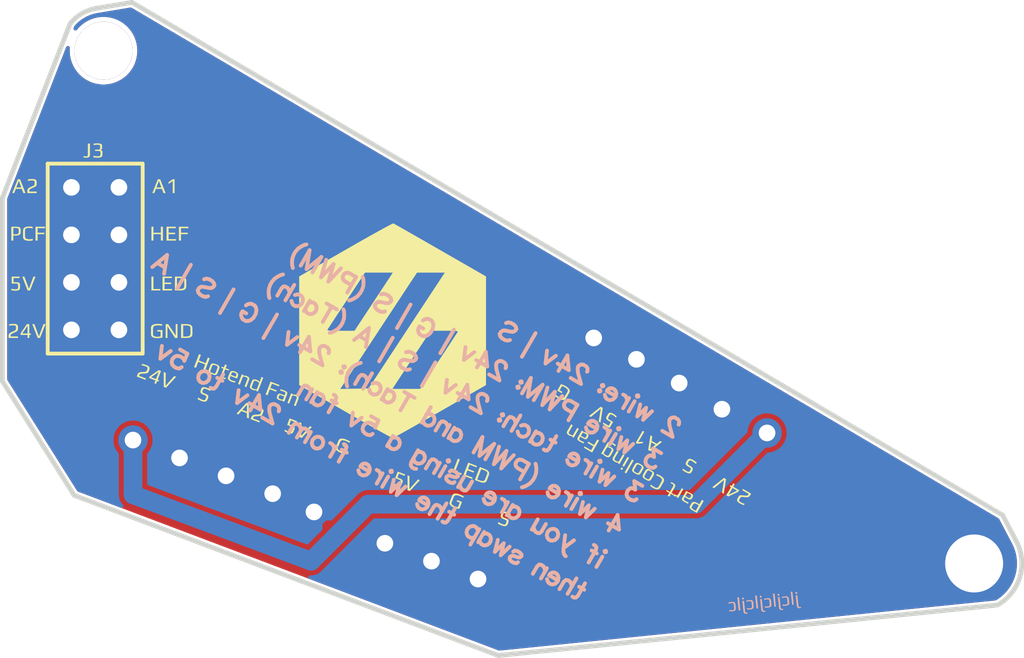
<source format=kicad_pcb>
(kicad_pcb (version 4) (generator gerbview)
  (layers (0 F.Cu signal) (31 B.Cu signal) (34 B.Paste user) (35 F.Paste user) (36 B.SilkS user) (37 F.SilkS user) (38 B.Mask user) (39 F.Mask user) (44 Edge.Cuts user))
  (gr_line (start 208.66234 -40.70609) (end 181.97362 -38.00673) (layer Edge.Cuts) (width 0.254))
  (gr_line (start 181.97362 -38.00673) (end 159.28764 -46.57562) (layer Edge.Cuts) (width 0.254))
  (gr_line (start 159.28764 -46.57562) (end 155.448 -52.67665) (layer Edge.Cuts) (width 0.254))
  (gr_line (start 155.448 -52.67665) (end 155.448 -62.484) (layer Edge.Cuts) (width 0.254))
  (gr_line (start 160.47862 -72.62141) (end 162.37866 -72.93767) (layer Edge.Cuts) (width 0.254))
  (gr_line (start 162.37866 -72.93767) (end 208.93905 -45.51603) (layer Edge.Cuts) (width 0.254))
  (gr_line (start 208.93905 -45.51603) (end 209.67412 -44.11698) (layer Edge.Cuts) (width 0.254))
  (gr_line (start 155.448 -62.484) (end 159.07207 -71.80409) (layer Edge.Cuts) (width 0.254))
  (gr_arc (start 207.41659 -42.93103) (end 209.67403 -44.11701) (angle 88.47255168) (layer Edge.Cuts) (width 0.254))
  (gr_arc (start 160.85618 -70.3526) (end 159.07207 -71.80412) (angle 41.42053937) (layer Edge.Cuts) (width 0.254))
  (gr_poly (pts (xy 197.69683 -41.42486) (xy 197.60844 -41.41571) (xy 197.68159 -40.71823) (xy 197.76998 -40.72788)) (layer B.SilkS) (width 0))
  (gr_poly (pts (xy 197.94626 -41.40758) (xy 197.85533 -41.39793) (xy 197.86498 -41.30446) (xy 197.95591 -41.31411)) (layer B.SilkS) (width 0))
  (gr_poly (pts (xy 196.74433 -41.32478) (xy 196.65594 -41.31564) (xy 196.72909 -40.61815) (xy 196.81748 -40.6278)) (layer B.SilkS) (width 0))
  (gr_poly (pts (xy 196.99376 -41.30751) (xy 196.90537 -41.29836) (xy 196.91502 -41.20489) (xy 197.00341 -41.21404)) (layer B.SilkS) (width 0))
  (gr_poly (pts (xy 197.96404 -41.23588) (xy 197.87311 -41.22623) (xy 197.93153 -40.67048) (xy 197.93813 -40.63339) (xy 197.94829 -40.60291) (xy 197.96302 -40.57853) (xy 197.98131 -40.56075) (xy 198.00519 -40.54906) (xy 198.03414 -40.54144) (xy 198.06869 -40.5389) (xy 198.12254 -40.54297) (xy 198.1586 -40.5516) (xy 198.15251 -40.60951) (xy 198.12406 -40.60393) (xy 198.0951 -40.6019) (xy 198.07732 -40.60342) (xy 198.06259 -40.60748) (xy 198.04989 -40.61409) (xy 198.04024 -40.62272) (xy 198.03262 -40.63593) (xy 198.02652 -40.6532)) (layer B.SilkS) (width 0))
  (gr_poly (pts (xy 195.79437 -41.2247) (xy 195.70344 -41.21556) (xy 195.77659 -40.51808) (xy 195.86752 -40.52773)) (layer B.SilkS) (width 0))
  (gr_poly (pts (xy 196.04177 -41.20743) (xy 195.95287 -41.19829) (xy 195.96303 -41.10482) (xy 196.05142 -41.11396)) (layer B.SilkS) (width 0))
  (gr_poly (pts (xy 197.36917 -41.17746) (xy 197.30466 -41.17441) (xy 197.20102 -41.16019) (xy 197.13346 -41.14342) (xy 197.14057 -41.07789) (xy 197.21677 -41.09923) (xy 197.28789 -41.11142) (xy 197.33209 -41.11447) (xy 197.36409 -41.11396) (xy 197.37628 -41.11091) (xy 197.39406 -41.09872) (xy 197.40524 -41.07891) (xy 197.41388 -41.04894) (xy 197.43674 -40.83558) (xy 197.43775 -40.80256) (xy 197.43267 -40.77919) (xy 197.41946 -40.76242) (xy 197.39711 -40.74972) (xy 197.36358 -40.74058) (xy 197.31736 -40.73398) (xy 197.2437 -40.73042) (xy 197.2061 -40.73194) (xy 197.16902 -40.73601) (xy 197.17562 -40.67048) (xy 197.24979 -40.66641) (xy 197.33158 -40.67149) (xy 197.40422 -40.68165) (xy 197.45401 -40.69689) (xy 197.47992 -40.70959) (xy 197.49973 -40.72483) (xy 197.51395 -40.74718) (xy 197.52462 -40.77614) (xy 197.52868 -40.81018) (xy 197.52716 -40.85031) (xy 197.50836 -41.02709) (xy 197.50278 -41.06468) (xy 197.49363 -41.09567) (xy 197.48144 -41.12107) (xy 197.4662 -41.14037) (xy 197.44639 -41.15612) (xy 197.42759 -41.16679) (xy 197.40829 -41.1739)) (layer B.SilkS) (width 0))
  (gr_poly (pts (xy 197.01205 -41.1358) (xy 196.92366 -41.12666) (xy 196.98208 -40.57091) (xy 196.98817 -40.53382) (xy 196.99884 -40.50284) (xy 197.01306 -40.47896) (xy 197.03186 -40.46118) (xy 197.05523 -40.44899) (xy 197.08368 -40.44187) (xy 197.1172 -40.43883) (xy 197.17004 -40.44289) (xy 197.20661 -40.45153) (xy 197.20052 -40.50944) (xy 197.16292 -40.50284) (xy 197.1426 -40.50182) (xy 197.12482 -40.50334) (xy 197.11009 -40.50741) (xy 197.0979 -40.51401) (xy 197.08774 -40.52265) (xy 197.08012 -40.53586) (xy 197.07453 -40.55313)) (layer B.SilkS) (width 0))
  (gr_poly (pts (xy 194.84238 -41.12463) (xy 194.75145 -41.11548) (xy 194.8246 -40.418) (xy 194.91553 -40.42765)) (layer B.SilkS) (width 0))
  (gr_poly (pts (xy 195.09181 -41.10786) (xy 195.00088 -41.09821) (xy 195.01053 -41.00474) (xy 195.10146 -41.01439)) (layer B.SilkS) (width 0))
  (gr_poly (pts (xy 196.4309 -41.07738) (xy 196.37959 -41.07687) (xy 196.31914 -41.07078) (xy 196.25056 -41.06011) (xy 196.18147 -41.04335) (xy 196.18807 -40.97782) (xy 196.26478 -40.99915) (xy 196.33539 -41.01084) (xy 196.38111 -41.01439) (xy 196.41159 -41.01388) (xy 196.43445 -41.00576) (xy 196.4502 -40.99001) (xy 196.45833 -40.96512) (xy 196.46392 -40.93006) (xy 196.48576 -40.71772) (xy 196.48373 -40.68927) (xy 196.47509 -40.66997) (xy 196.45731 -40.65524) (xy 196.42988 -40.64457) (xy 196.38975 -40.63695) (xy 196.32828 -40.63085) (xy 196.2917 -40.63034) (xy 196.21906 -40.63644) (xy 196.22566 -40.5704) (xy 196.26072 -40.56735) (xy 196.33895 -40.56786) (xy 196.43902 -40.57904) (xy 196.46341 -40.58412) (xy 196.51624 -40.60291) (xy 196.5391 -40.61663) (xy 196.55485 -40.63542) (xy 196.56755 -40.66082) (xy 196.57618 -40.69232) (xy 196.57872 -40.72991) (xy 196.55891 -40.92752) (xy 196.55282 -40.96461) (xy 196.54316 -40.9961) (xy 196.53046 -41.021) (xy 196.50506 -41.04894) (xy 196.48678 -41.06214) (xy 196.46747 -41.07078)) (layer B.SilkS) (width 0))
  (gr_poly (pts (xy 196.05955 -41.03573) (xy 195.97116 -41.02658) (xy 196.02958 -40.47083) (xy 196.03567 -40.43375) (xy 196.04634 -40.40276) (xy 196.06056 -40.37888) (xy 196.07936 -40.3611) (xy 196.10273 -40.34891) (xy 196.13118 -40.3418) (xy 196.16521 -40.33875) (xy 196.20433 -40.34078) (xy 196.25411 -40.35145) (xy 196.24802 -40.40936) (xy 196.21957 -40.40378) (xy 196.1901 -40.40174) (xy 196.17283 -40.40327) (xy 196.15759 -40.40733) (xy 196.1454 -40.41394) (xy 196.13524 -40.42257) (xy 196.12762 -40.43578) (xy 196.12203 -40.45305)) (layer B.SilkS) (width 0))
  (gr_poly (pts (xy 195.4784 -40.97731) (xy 195.42709 -40.9768) (xy 195.36664 -40.9707) (xy 195.29856 -40.96004) (xy 195.23151 -40.94378) (xy 195.23862 -40.87774) (xy 195.27621 -40.88993) (xy 195.34835 -40.90619) (xy 195.40778 -40.9133) (xy 195.44588 -40.91482) (xy 195.47179 -40.91076) (xy 195.49059 -40.89857) (xy 195.4977 -40.88993) (xy 195.50786 -40.86555) (xy 195.51396 -40.8305) (xy 195.5358 -40.61815) (xy 195.53224 -40.5897) (xy 195.52259 -40.56989) (xy 195.50481 -40.55516) (xy 195.4784 -40.545) (xy 195.43826 -40.53687) (xy 195.3768 -40.53078) (xy 195.30415 -40.5323) (xy 195.26656 -40.53586) (xy 195.27367 -40.47032) (xy 195.30974 -40.46728) (xy 195.38746 -40.46778) (xy 195.48805 -40.47896) (xy 195.52412 -40.4876) (xy 195.55155 -40.49725) (xy 195.57796 -40.50944) (xy 195.59727 -40.52468) (xy 195.60946 -40.54703) (xy 195.62013 -40.57599) (xy 195.62622 -40.61002) (xy 195.62521 -40.65015) (xy 195.60641 -40.82745) (xy 195.60082 -40.86453) (xy 195.59168 -40.89603) (xy 195.57949 -40.92092) (xy 195.56374 -40.94022) (xy 195.54444 -40.95597) (xy 195.52513 -40.96664) (xy 195.5043 -40.97375)) (layer B.SilkS) (width 0))
  (gr_poly (pts (xy 195.10959 -40.93565) (xy 195.01866 -40.92651) (xy 195.07708 -40.37076) (xy 195.08368 -40.33367) (xy 195.09384 -40.30268) (xy 195.10857 -40.27881) (xy 195.12686 -40.26103) (xy 195.15074 -40.24884) (xy 195.17969 -40.24172) (xy 195.21424 -40.23918) (xy 195.26808 -40.24274) (xy 195.30415 -40.25137) (xy 195.29806 -40.30979) (xy 195.26046 -40.30319) (xy 195.23913 -40.30167) (xy 195.22084 -40.30319) (xy 195.2056 -40.30726) (xy 195.1929 -40.31386) (xy 195.18426 -40.3225) (xy 195.17715 -40.3357) (xy 195.16852 -40.37533)) (layer B.SilkS) (width 0))
  (gr_poly (pts (xy 194.47764 -40.87723) (xy 194.41414 -40.87063) (xy 194.34657 -40.85996) (xy 194.27901 -40.8437) (xy 194.28612 -40.77766) (xy 194.32422 -40.78986) (xy 194.39737 -40.80611) (xy 194.45681 -40.81322) (xy 194.50964 -40.81424) (xy 194.53047 -40.8056) (xy 194.5452 -40.78986) (xy 194.55536 -40.76547) (xy 194.56196 -40.73042) (xy 194.5833 -40.51808) (xy 194.58127 -40.48963) (xy 194.57822 -40.47896) (xy 194.564 -40.4622) (xy 194.54266 -40.45) (xy 194.50913 -40.44035) (xy 194.4629 -40.43375) (xy 194.38924 -40.4307) (xy 194.31457 -40.43578) (xy 194.32117 -40.37025) (xy 194.35724 -40.3672) (xy 194.43496 -40.36771) (xy 194.53707 -40.37888) (xy 194.58635 -40.39209) (xy 194.61327 -40.40276) (xy 194.63613 -40.41648) (xy 194.64528 -40.4246) (xy 194.65848 -40.44746) (xy 194.66763 -40.47591) (xy 194.67372 -40.50995) (xy 194.67271 -40.55008) (xy 194.65391 -40.72686) (xy 194.64832 -40.76446) (xy 194.63918 -40.79595) (xy 194.62699 -40.82084) (xy 194.61175 -40.84015) (xy 194.59194 -40.8559) (xy 194.57314 -40.86656) (xy 194.5518 -40.87368) (xy 194.5259 -40.87723)) (layer B.SilkS) (width 0))
  (gr_line (start 191.61353 -50.35679) (end 191.63626 -50.39616) (layer B.SilkS) (width 0.2032))
  (gr_line (start 191.63626 -50.39616) (end 191.64236 -50.49761) (layer B.SilkS) (width 0.2032))
  (gr_line (start 191.64236 -50.49761) (end 191.62572 -50.55971) (layer B.SilkS) (width 0.2032))
  (gr_line (start 191.62572 -50.55971) (end 191.56972 -50.64452) (layer B.SilkS) (width 0.2032))
  (gr_line (start 191.56972 -50.64452) (end 191.41226 -50.73543) (layer B.SilkS) (width 0.2032))
  (gr_line (start 191.41226 -50.73543) (end 191.31079 -50.74152) (layer B.SilkS) (width 0.2032))
  (gr_line (start 191.31079 -50.74152) (end 191.24871 -50.72489) (layer B.SilkS) (width 0.2032))
  (gr_line (start 191.24871 -50.72489) (end 191.1639 -50.66888) (layer B.SilkS) (width 0.2032))
  (gr_line (start 191.1639 -50.66888) (end 191.11843 -50.59017) (layer B.SilkS) (width 0.2032))
  (gr_line (start 191.11843 -50.59017) (end 191.11234 -50.48869) (layer B.SilkS) (width 0.2032))
  (gr_line (start 191.11234 -50.48869) (end 191.1229 -50.32514) (layer B.SilkS) (width 0.2032))
  (gr_line (start 191.1229 -50.32514) (end 191.28927 -49.70424) (layer B.SilkS) (width 0.2032))
  (gr_line (start 191.28927 -49.70424) (end 190.73817 -50.02242) (layer B.SilkS) (width 0.2032))
  (gr_line (start 190.19032 -51.07353) (end 189.71468 -50.61333) (layer B.SilkS) (width 0.2032))
  (gr_line (start 189.87541 -51.25534) (end 189.71468 -50.61333) (layer B.SilkS) (width 0.2032))
  (gr_line (start 189.87541 -51.25534) (end 189.39977 -50.79514) (layer B.SilkS) (width 0.2032))
  (gr_line (start 189.56047 -51.43715) (end 189.39977 -50.79514) (layer B.SilkS) (width 0.2032))
  (gr_line (start 189.45976 -51.86271) (end 189.39766 -51.84607) (layer B.SilkS) (width 0.2032))
  (gr_line (start 189.39766 -51.84607) (end 189.38102 -51.90817) (layer B.SilkS) (width 0.2032))
  (gr_line (start 189.38102 -51.90817) (end 189.44313 -51.92481) (layer B.SilkS) (width 0.2032))
  (gr_line (start 189.44313 -51.92481) (end 189.45976 -51.86271) (layer B.SilkS) (width 0.2032))
  (gr_line (start 189.26131 -51.60987) (end 188.94313 -51.05877) (layer B.SilkS) (width 0.2032))
  (gr_line (start 188.96213 -51.78262) (end 188.64397 -51.23152) (layer B.SilkS) (width 0.2032))
  (gr_line (start 188.82578 -51.54642) (end 188.85458 -51.68724) (layer B.SilkS) (width 0.2032))
  (gr_line (start 188.85458 -51.68724) (end 188.82131 -51.81142) (layer B.SilkS) (width 0.2032))
  (gr_line (start 188.82131 -51.81142) (end 188.7653 -51.89626) (layer B.SilkS) (width 0.2032))
  (gr_line (start 188.7653 -51.89626) (end 188.64722 -51.96443) (layer B.SilkS) (width 0.2032))
  (gr_line (start 188.25105 -51.87825) (end 187.77866 -52.15097) (layer B.SilkS) (width 0.2032))
  (gr_line (start 187.77866 -52.15097) (end 187.82413 -52.22971) (layer B.SilkS) (width 0.2032))
  (gr_line (start 187.82413 -52.22971) (end 187.90894 -52.28569) (layer B.SilkS) (width 0.2032))
  (gr_line (start 187.90894 -52.28569) (end 187.97104 -52.30233) (layer B.SilkS) (width 0.2032))
  (gr_line (start 187.97104 -52.30233) (end 188.07249 -52.29626) (layer B.SilkS) (width 0.2032))
  (gr_line (start 188.07249 -52.29626) (end 188.19058 -52.22806) (layer B.SilkS) (width 0.2032))
  (gr_line (start 188.19058 -52.22806) (end 188.24658 -52.14325) (layer B.SilkS) (width 0.2032))
  (gr_line (start 188.24658 -52.14325) (end 188.27986 -52.01907) (layer B.SilkS) (width 0.2032))
  (gr_line (start 188.27986 -52.01907) (end 188.25105 -51.87825) (layer B.SilkS) (width 0.2032))
  (gr_line (start 188.25105 -51.87825) (end 188.20559 -51.79951) (layer B.SilkS) (width 0.2032))
  (gr_line (start 188.20559 -51.79951) (end 188.09804 -51.70413) (layer B.SilkS) (width 0.2032))
  (gr_line (start 188.09804 -51.70413) (end 187.97386 -51.67086) (layer B.SilkS) (width 0.2032))
  (gr_line (start 187.97386 -51.67086) (end 187.87242 -51.67696) (layer B.SilkS) (width 0.2032))
  (gr_line (start 187.87242 -51.67696) (end 187.75431 -51.74515) (layer B.SilkS) (width 0.2032))
  (gr_line (start 187.75431 -51.74515) (end 187.6983 -51.82996) (layer B.SilkS) (width 0.2032))
  (gr_line (start 187.6983 -51.82996) (end 187.66502 -51.95415) (layer B.SilkS) (width 0.2032))
  (gr_line (start 187.57041 -52.48114) (end 187.58705 -52.41907) (layer B.SilkS) (width 0.2032))
  (gr_line (start 187.58705 -52.41907) (end 187.52494 -52.40243) (layer B.SilkS) (width 0.2032))
  (gr_line (start 187.52494 -52.40243) (end 187.50831 -52.46451) (layer B.SilkS) (width 0.2032))
  (gr_line (start 187.50831 -52.46451) (end 187.57041 -52.48114) (layer B.SilkS) (width 0.2032))
  (gr_line (start 187.4113 -52.20561) (end 187.42794 -52.1435) (layer B.SilkS) (width 0.2032))
  (gr_line (start 187.42794 -52.1435) (end 187.36586 -52.12687) (layer B.SilkS) (width 0.2032))
  (gr_line (start 187.36586 -52.12687) (end 187.34923 -52.18897) (layer B.SilkS) (width 0.2032))
  (gr_line (start 187.34923 -52.18897) (end 187.4113 -52.20561) (layer B.SilkS) (width 0.2032))
  (gr_line (start 186.71656 -53.18406) (end 186.7393 -53.22343) (layer B.SilkS) (width 0.2032))
  (gr_line (start 186.7393 -53.22343) (end 186.74537 -53.32488) (layer B.SilkS) (width 0.2032))
  (gr_line (start 186.74537 -53.32488) (end 186.72873 -53.38698) (layer B.SilkS) (width 0.2032))
  (gr_line (start 186.72873 -53.38698) (end 186.67275 -53.4718) (layer B.SilkS) (width 0.2032))
  (gr_line (start 186.67275 -53.4718) (end 186.51527 -53.5627) (layer B.SilkS) (width 0.2032))
  (gr_line (start 186.51527 -53.5627) (end 186.41382 -53.5688) (layer B.SilkS) (width 0.2032))
  (gr_line (start 186.41382 -53.5688) (end 186.35172 -53.55216) (layer B.SilkS) (width 0.2032))
  (gr_line (start 186.35172 -53.55216) (end 186.26691 -53.49615) (layer B.SilkS) (width 0.2032))
  (gr_line (start 186.26691 -53.49615) (end 186.22147 -53.41744) (layer B.SilkS) (width 0.2032))
  (gr_line (start 186.22147 -53.41744) (end 186.21537 -53.31597) (layer B.SilkS) (width 0.2032))
  (gr_line (start 186.21537 -53.31597) (end 186.22591 -53.15242) (layer B.SilkS) (width 0.2032))
  (gr_line (start 186.22591 -53.15242) (end 186.39228 -52.53151) (layer B.SilkS) (width 0.2032))
  (gr_line (start 186.39228 -52.53151) (end 185.84118 -52.8497) (layer B.SilkS) (width 0.2032))
  (gr_line (start 185.665 -54.05361) (end 185.74047 -53.27525) (layer B.SilkS) (width 0.2032))
  (gr_line (start 185.74047 -53.27525) (end 185.14999 -53.61614) (layer B.SilkS) (width 0.2032))
  (gr_line (start 185.665 -54.05361) (end 185.18774 -53.22696) (layer B.SilkS) (width 0.2032))
  (gr_line (start 185.04928 -54.0417) (end 184.4949 -53.62696) (layer B.SilkS) (width 0.2032))
  (gr_line (start 184.57689 -54.31444) (end 184.4949 -53.62696) (layer B.SilkS) (width 0.2032))
  (gr_line (start 183.96087 -55.24743) (end 183.23359 -53.98777) (layer B.SilkS) (width 0.2032))
  (gr_line (start 182.38464 -55.79008) (end 182.50882 -55.82335) (layer B.SilkS) (width 0.2032))
  (gr_line (start 182.50882 -55.82335) (end 182.64964 -55.79452) (layer B.SilkS) (width 0.2032))
  (gr_line (start 182.64964 -55.79452) (end 182.80712 -55.70362) (layer B.SilkS) (width 0.2032))
  (gr_line (start 182.80712 -55.70362) (end 182.90247 -55.59607) (layer B.SilkS) (width 0.2032))
  (gr_line (start 182.90247 -55.59607) (end 182.93575 -55.47189) (layer B.SilkS) (width 0.2032))
  (gr_line (start 182.93575 -55.47189) (end 182.89031 -55.39315) (layer B.SilkS) (width 0.2032))
  (gr_line (start 182.89031 -55.39315) (end 182.80547 -55.33715) (layer B.SilkS) (width 0.2032))
  (gr_line (start 182.80547 -55.33715) (end 182.74339 -55.32051) (layer B.SilkS) (width 0.2032))
  (gr_line (start 182.74339 -55.32051) (end 182.64192 -55.32661) (layer B.SilkS) (width 0.2032))
  (gr_line (start 182.64192 -55.32661) (end 182.36029 -55.38424) (layer B.SilkS) (width 0.2032))
  (gr_line (start 182.36029 -55.38424) (end 182.25884 -55.39033) (layer B.SilkS) (width 0.2032))
  (gr_line (start 182.25884 -55.39033) (end 182.19674 -55.3737) (layer B.SilkS) (width 0.2032))
  (gr_line (start 182.19674 -55.3737) (end 182.11192 -55.31769) (layer B.SilkS) (width 0.2032))
  (gr_line (start 182.11192 -55.31769) (end 182.04375 -55.19961) (layer B.SilkS) (width 0.2032))
  (gr_line (start 182.04375 -55.19961) (end 182.07702 -55.07542) (layer B.SilkS) (width 0.2032))
  (gr_line (start 182.07702 -55.07542) (end 182.17238 -54.96788) (layer B.SilkS) (width 0.2032))
  (gr_line (start 182.17238 -54.96788) (end 182.32983 -54.87695) (layer B.SilkS) (width 0.2032))
  (gr_line (start 182.32983 -54.87695) (end 182.47067 -54.84815) (layer B.SilkS) (width 0.2032))
  (gr_line (start 182.47067 -54.84815) (end 182.59485 -54.88142) (layer B.SilkS) (width 0.2032))
  (gr_line (start 190.6798 -48.83043) (end 190.24681 -49.08044) (layer B.SilkS) (width 0.2032))
  (gr_line (start 190.24681 -49.08044) (end 190.30116 -48.62916) (layer B.SilkS) (width 0.2032))
  (gr_line (start 190.30116 -48.62916) (end 190.18308 -48.69733) (layer B.SilkS) (width 0.2032))
  (gr_line (start 190.18308 -48.69733) (end 190.08161 -48.70343) (layer B.SilkS) (width 0.2032))
  (gr_line (start 190.08161 -48.70343) (end 190.01953 -48.68679) (layer B.SilkS) (width 0.2032))
  (gr_line (start 190.01953 -48.68679) (end 189.91199 -48.59141) (layer B.SilkS) (width 0.2032))
  (gr_line (start 189.91199 -48.59141) (end 189.86652 -48.5127) (layer B.SilkS) (width 0.2032))
  (gr_line (start 189.86652 -48.5127) (end 189.83772 -48.37188) (layer B.SilkS) (width 0.2032))
  (gr_line (start 189.83772 -48.37188) (end 189.87099 -48.2477) (layer B.SilkS) (width 0.2032))
  (gr_line (start 189.87099 -48.2477) (end 189.96634 -48.14013) (layer B.SilkS) (width 0.2032))
  (gr_line (start 189.96634 -48.14013) (end 190.08445 -48.07196) (layer B.SilkS) (width 0.2032))
  (gr_line (start 190.08445 -48.07196) (end 190.22527 -48.04316) (layer B.SilkS) (width 0.2032))
  (gr_line (start 190.22527 -48.04316) (end 190.28735 -48.05979) (layer B.SilkS) (width 0.2032))
  (gr_line (start 190.28735 -48.05979) (end 190.37218 -48.11577) (layer B.SilkS) (width 0.2032))
  (gr_line (start 189.18232 -49.32761) (end 188.70668 -48.86741) (layer B.SilkS) (width 0.2032))
  (gr_line (start 188.86741 -49.50942) (end 188.70668 -48.86741) (layer B.SilkS) (width 0.2032))
  (gr_line (start 188.86741 -49.50942) (end 188.39177 -49.04922) (layer B.SilkS) (width 0.2032))
  (gr_line (start 188.55248 -49.69126) (end 188.39177 -49.04922) (layer B.SilkS) (width 0.2032))
  (gr_line (start 188.45176 -50.11681) (end 188.38966 -50.10017) (layer B.SilkS) (width 0.2032))
  (gr_line (start 188.38966 -50.10017) (end 188.37302 -50.16225) (layer B.SilkS) (width 0.2032))
  (gr_line (start 188.37302 -50.16225) (end 188.43513 -50.17889) (layer B.SilkS) (width 0.2032))
  (gr_line (start 188.43513 -50.17889) (end 188.45176 -50.11681) (layer B.SilkS) (width 0.2032))
  (gr_line (start 188.25331 -49.86398) (end 187.93513 -49.31288) (layer B.SilkS) (width 0.2032))
  (gr_line (start 187.95413 -50.0367) (end 187.63594 -49.4856) (layer B.SilkS) (width 0.2032))
  (gr_line (start 187.81778 -49.80051) (end 187.84658 -49.94135) (layer B.SilkS) (width 0.2032))
  (gr_line (start 187.84658 -49.94135) (end 187.81331 -50.06553) (layer B.SilkS) (width 0.2032))
  (gr_line (start 187.81331 -50.06553) (end 187.7573 -50.15034) (layer B.SilkS) (width 0.2032))
  (gr_line (start 187.7573 -50.15034) (end 187.63922 -50.21851) (layer B.SilkS) (width 0.2032))
  (gr_line (start 187.24305 -50.13233) (end 186.77067 -50.40505) (layer B.SilkS) (width 0.2032))
  (gr_line (start 186.77067 -50.40505) (end 186.81613 -50.48379) (layer B.SilkS) (width 0.2032))
  (gr_line (start 186.81613 -50.48379) (end 186.90094 -50.5398) (layer B.SilkS) (width 0.2032))
  (gr_line (start 186.90094 -50.5398) (end 186.96304 -50.55643) (layer B.SilkS) (width 0.2032))
  (gr_line (start 186.96304 -50.55643) (end 187.06449 -50.55034) (layer B.SilkS) (width 0.2032))
  (gr_line (start 187.06449 -50.55034) (end 187.18258 -50.48216) (layer B.SilkS) (width 0.2032))
  (gr_line (start 187.18258 -50.48216) (end 187.23858 -50.39733) (layer B.SilkS) (width 0.2032))
  (gr_line (start 187.23858 -50.39733) (end 187.27186 -50.27315) (layer B.SilkS) (width 0.2032))
  (gr_line (start 187.27186 -50.27315) (end 187.24305 -50.13233) (layer B.SilkS) (width 0.2032))
  (gr_line (start 187.24305 -50.13233) (end 187.19759 -50.05362) (layer B.SilkS) (width 0.2032))
  (gr_line (start 187.19759 -50.05362) (end 187.09004 -49.95824) (layer B.SilkS) (width 0.2032))
  (gr_line (start 187.09004 -49.95824) (end 186.96586 -49.92496) (layer B.SilkS) (width 0.2032))
  (gr_line (start 186.96586 -49.92496) (end 186.86439 -49.93106) (layer B.SilkS) (width 0.2032))
  (gr_line (start 186.86439 -49.93106) (end 186.74631 -49.99923) (layer B.SilkS) (width 0.2032))
  (gr_line (start 186.74631 -49.99923) (end 186.6903 -50.08405) (layer B.SilkS) (width 0.2032))
  (gr_line (start 186.6903 -50.08405) (end 186.65703 -50.20823) (layer B.SilkS) (width 0.2032))
  (gr_line (start 186.20011 -51.41681) (end 185.72281 -50.59014) (layer B.SilkS) (width 0.2032))
  (gr_line (start 186.20011 -51.41681) (end 185.84583 -51.62135) (layer B.SilkS) (width 0.2032))
  (gr_line (start 185.84583 -51.62135) (end 185.70498 -51.65016) (layer B.SilkS) (width 0.2032))
  (gr_line (start 185.70498 -51.65016) (end 185.64291 -51.63352) (layer B.SilkS) (width 0.2032))
  (gr_line (start 185.64291 -51.63352) (end 185.55807 -51.57751) (layer B.SilkS) (width 0.2032))
  (gr_line (start 185.55807 -51.57751) (end 185.4899 -51.45943) (layer B.SilkS) (width 0.2032))
  (gr_line (start 185.4899 -51.45943) (end 185.4838 -51.35798) (layer B.SilkS) (width 0.2032))
  (gr_line (start 185.4838 -51.35798) (end 185.50044 -51.29588) (layer B.SilkS) (width 0.2032))
  (gr_line (start 185.50044 -51.29588) (end 185.59581 -51.18834) (layer B.SilkS) (width 0.2032))
  (gr_line (start 185.59581 -51.18834) (end 185.95009 -50.98379) (layer B.SilkS) (width 0.2032))
  (gr_line (start 185.38918 -51.88498) (end 184.71509 -51.17195) (layer B.SilkS) (width 0.2032))
  (gr_line (start 184.99554 -52.11226) (end 184.71509 -51.17195) (layer B.SilkS) (width 0.2032))
  (gr_line (start 184.99554 -52.11226) (end 184.32145 -51.39923) (layer B.SilkS) (width 0.2032))
  (gr_line (start 184.60189 -52.33954) (end 184.32145 -51.39923) (layer B.SilkS) (width 0.2032))
  (gr_line (start 184.34207 -52.48953) (end 183.8648 -51.66286) (layer B.SilkS) (width 0.2032))
  (gr_line (start 184.34207 -52.48953) (end 183.54989 -51.8447) (layer B.SilkS) (width 0.2032))
  (gr_line (start 183.71225 -52.85318) (end 183.54989 -51.8447) (layer B.SilkS) (width 0.2032))
  (gr_line (start 183.71225 -52.85318) (end 183.23496 -52.02651) (layer B.SilkS) (width 0.2032))
  (gr_line (start 183.20852 -52.67162) (end 183.22516 -52.60952) (layer B.SilkS) (width 0.2032))
  (gr_line (start 183.22516 -52.60952) (end 183.16308 -52.59288) (layer B.SilkS) (width 0.2032))
  (gr_line (start 183.16308 -52.59288) (end 183.14644 -52.65498) (layer B.SilkS) (width 0.2032))
  (gr_line (start 183.14644 -52.65498) (end 183.20852 -52.67162) (layer B.SilkS) (width 0.2032))
  (gr_line (start 183.04944 -52.39605) (end 183.06608 -52.33398) (layer B.SilkS) (width 0.2032))
  (gr_line (start 183.06608 -52.33398) (end 183.00397 -52.31734) (layer B.SilkS) (width 0.2032))
  (gr_line (start 183.00397 -52.31734) (end 182.98734 -52.37942) (layer B.SilkS) (width 0.2032))
  (gr_line (start 182.98734 -52.37942) (end 183.04944 -52.39605) (layer B.SilkS) (width 0.2032))
  (gr_line (start 182.35467 -53.37451) (end 182.37741 -53.41388) (layer B.SilkS) (width 0.2032))
  (gr_line (start 182.37741 -53.41388) (end 182.3835 -53.51536) (layer B.SilkS) (width 0.2032))
  (gr_line (start 182.3835 -53.51536) (end 182.36686 -53.57743) (layer B.SilkS) (width 0.2032))
  (gr_line (start 182.36686 -53.57743) (end 182.31086 -53.66227) (layer B.SilkS) (width 0.2032))
  (gr_line (start 182.31086 -53.66227) (end 182.1534 -53.75318) (layer B.SilkS) (width 0.2032))
  (gr_line (start 182.1534 -53.75318) (end 182.05193 -53.75925) (layer B.SilkS) (width 0.2032))
  (gr_line (start 182.05193 -53.75925) (end 181.98985 -53.74261) (layer B.SilkS) (width 0.2032))
  (gr_line (start 181.98985 -53.74261) (end 181.90504 -53.68663) (layer B.SilkS) (width 0.2032))
  (gr_line (start 181.90504 -53.68663) (end 181.85958 -53.60789) (layer B.SilkS) (width 0.2032))
  (gr_line (start 181.85958 -53.60789) (end 181.85348 -53.50644) (layer B.SilkS) (width 0.2032))
  (gr_line (start 181.85348 -53.50644) (end 181.86402 -53.34289) (layer B.SilkS) (width 0.2032))
  (gr_line (start 181.86402 -53.34289) (end 182.03042 -52.72196) (layer B.SilkS) (width 0.2032))
  (gr_line (start 182.03042 -52.72196) (end 181.47931 -53.04015) (layer B.SilkS) (width 0.2032))
  (gr_line (start 181.30311 -54.24408) (end 181.37858 -53.4657) (layer B.SilkS) (width 0.2032))
  (gr_line (start 181.37858 -53.4657) (end 180.7881 -53.80662) (layer B.SilkS) (width 0.2032))
  (gr_line (start 181.30311 -54.24408) (end 180.82585 -53.41741) (layer B.SilkS) (width 0.2032))
  (gr_line (start 180.68739 -54.23217) (end 180.13304 -53.81741) (layer B.SilkS) (width 0.2032))
  (gr_line (start 180.21503 -54.50489) (end 180.13304 -53.81741) (layer B.SilkS) (width 0.2032))
  (gr_line (start 179.599 -55.43791) (end 178.87172 -54.17822) (layer B.SilkS) (width 0.2032))
  (gr_line (start 177.93794 -55.92452) (end 178.02278 -55.98053) (layer B.SilkS) (width 0.2032))
  (gr_line (start 178.02278 -55.98053) (end 178.14696 -56.0138) (layer B.SilkS) (width 0.2032))
  (gr_line (start 178.14696 -56.0138) (end 178.24841 -56.00771) (layer B.SilkS) (width 0.2032))
  (gr_line (start 178.24841 -56.00771) (end 178.40586 -55.9168) (layer B.SilkS) (width 0.2032))
  (gr_line (start 178.40586 -55.9168) (end 178.46187 -55.83199) (layer B.SilkS) (width 0.2032))
  (gr_line (start 178.46187 -55.83199) (end 178.49514 -55.70781) (layer B.SilkS) (width 0.2032))
  (gr_line (start 178.49514 -55.70781) (end 178.48905 -55.60634) (layer B.SilkS) (width 0.2032))
  (gr_line (start 178.48905 -55.60634) (end 178.46024 -55.46552) (layer B.SilkS) (width 0.2032))
  (gr_line (start 178.46024 -55.46552) (end 178.3466 -55.26869) (layer B.SilkS) (width 0.2032))
  (gr_line (start 178.3466 -55.26869) (end 178.23906 -55.17334) (layer B.SilkS) (width 0.2032))
  (gr_line (start 178.23906 -55.17334) (end 178.15425 -55.11733) (layer B.SilkS) (width 0.2032))
  (gr_line (start 178.15425 -55.11733) (end 178.03004 -55.08406) (layer B.SilkS) (width 0.2032))
  (gr_line (start 178.03004 -55.08406) (end 177.9286 -55.09013) (layer B.SilkS) (width 0.2032))
  (gr_line (start 177.9286 -55.09013) (end 177.77114 -55.18106) (layer B.SilkS) (width 0.2032))
  (gr_line (start 177.77114 -55.18106) (end 177.71513 -55.26587) (layer B.SilkS) (width 0.2032))
  (gr_line (start 177.71513 -55.26587) (end 177.68186 -55.39005) (layer B.SilkS) (width 0.2032))
  (gr_line (start 177.68186 -55.39005) (end 177.68796 -55.4915) (layer B.SilkS) (width 0.2032))
  (gr_line (start 177.68796 -55.4915) (end 177.75613 -55.60961) (layer B.SilkS) (width 0.2032))
  (gr_line (start 177.95295 -55.49597) (end 177.75613 -55.60961) (layer B.SilkS) (width 0.2032))
  (gr_line (start 177.27648 -56.7788) (end 176.5492 -55.51914) (layer B.SilkS) (width 0.2032))
  (gr_line (start 175.70025 -57.32145) (end 175.82443 -57.35472) (layer B.SilkS) (width 0.2032))
  (gr_line (start 175.82443 -57.35472) (end 175.96525 -57.32589) (layer B.SilkS) (width 0.2032))
  (gr_line (start 175.96525 -57.32589) (end 176.12271 -57.23498) (layer B.SilkS) (width 0.2032))
  (gr_line (start 176.12271 -57.23498) (end 176.21808 -57.12744) (layer B.SilkS) (width 0.2032))
  (gr_line (start 176.21808 -57.12744) (end 176.25136 -57.00326) (layer B.SilkS) (width 0.2032))
  (gr_line (start 176.25136 -57.00326) (end 176.20589 -56.92452) (layer B.SilkS) (width 0.2032))
  (gr_line (start 176.20589 -56.92452) (end 176.12108 -56.86851) (layer B.SilkS) (width 0.2032))
  (gr_line (start 176.12108 -56.86851) (end 176.05898 -56.85188) (layer B.SilkS) (width 0.2032))
  (gr_line (start 176.05898 -56.85188) (end 175.95753 -56.85797) (layer B.SilkS) (width 0.2032))
  (gr_line (start 175.95753 -56.85797) (end 175.67589 -56.9156) (layer B.SilkS) (width 0.2032))
  (gr_line (start 175.67589 -56.9156) (end 175.57442 -56.9217) (layer B.SilkS) (width 0.2032))
  (gr_line (start 175.57442 -56.9217) (end 175.51234 -56.90506) (layer B.SilkS) (width 0.2032))
  (gr_line (start 175.51234 -56.90506) (end 175.42751 -56.84906) (layer B.SilkS) (width 0.2032))
  (gr_line (start 175.42751 -56.84906) (end 175.35933 -56.73097) (layer B.SilkS) (width 0.2032))
  (gr_line (start 175.35933 -56.73097) (end 175.39261 -56.60679) (layer B.SilkS) (width 0.2032))
  (gr_line (start 175.39261 -56.60679) (end 175.48799 -56.49925) (layer B.SilkS) (width 0.2032))
  (gr_line (start 175.48799 -56.49925) (end 175.64544 -56.40831) (layer B.SilkS) (width 0.2032))
  (gr_line (start 175.64544 -56.40831) (end 175.78626 -56.37951) (layer B.SilkS) (width 0.2032))
  (gr_line (start 175.78626 -56.37951) (end 175.91044 -56.41279) (layer B.SilkS) (width 0.2032))
  (gr_line (start 174.71776 -58.25609) (end 174.75103 -58.13191) (layer B.SilkS) (width 0.2032))
  (gr_line (start 174.75103 -58.13191) (end 174.76157 -57.96836) (layer B.SilkS) (width 0.2032))
  (gr_line (start 174.76157 -57.96836) (end 174.7494 -57.76544) (layer B.SilkS) (width 0.2032))
  (gr_line (start 174.7494 -57.76544) (end 174.67513 -57.54588) (layer B.SilkS) (width 0.2032))
  (gr_line (start 174.67513 -57.54588) (end 174.58423 -57.38842) (layer B.SilkS) (width 0.2032))
  (gr_line (start 174.58423 -57.38842) (end 174.43122 -57.21433) (layer B.SilkS) (width 0.2032))
  (gr_line (start 174.43122 -57.21433) (end 174.26157 -57.10232) (layer B.SilkS) (width 0.2032))
  (gr_line (start 174.26157 -57.10232) (end 174.11466 -57.02968) (layer B.SilkS) (width 0.2032))
  (gr_line (start 174.11466 -57.02968) (end 173.99048 -56.9964) (layer B.SilkS) (width 0.2032))
  (gr_line (start 174.36703 -58.24862) (end 173.88977 -57.42195) (layer B.SilkS) (width 0.2032))
  (gr_line (start 174.36703 -58.24862) (end 174.01275 -58.45317) (layer B.SilkS) (width 0.2032))
  (gr_line (start 174.01275 -58.45317) (end 173.87194 -58.482) (layer B.SilkS) (width 0.2032))
  (gr_line (start 173.87194 -58.482) (end 173.80983 -58.46536) (layer B.SilkS) (width 0.2032))
  (gr_line (start 173.80983 -58.46536) (end 173.72502 -58.40935) (layer B.SilkS) (width 0.2032))
  (gr_line (start 173.72502 -58.40935) (end 173.65685 -58.29124) (layer B.SilkS) (width 0.2032))
  (gr_line (start 173.65685 -58.29124) (end 173.65075 -58.18979) (layer B.SilkS) (width 0.2032))
  (gr_line (start 173.65075 -58.18979) (end 173.66739 -58.12769) (layer B.SilkS) (width 0.2032))
  (gr_line (start 173.66739 -58.12769) (end 173.76277 -58.02015) (layer B.SilkS) (width 0.2032))
  (gr_line (start 173.76277 -58.02015) (end 174.11705 -57.8156) (layer B.SilkS) (width 0.2032))
  (gr_line (start 173.55614 -58.71679) (end 172.88202 -58.00379) (layer B.SilkS) (width 0.2032))
  (gr_line (start 173.16249 -58.94407) (end 172.88202 -58.00379) (layer B.SilkS) (width 0.2032))
  (gr_line (start 173.16249 -58.94407) (end 172.48837 -58.23104) (layer B.SilkS) (width 0.2032))
  (gr_line (start 172.76884 -59.17135) (end 172.48837 -58.23104) (layer B.SilkS) (width 0.2032))
  (gr_line (start 172.50902 -59.32134) (end 172.03176 -58.4947) (layer B.SilkS) (width 0.2032))
  (gr_line (start 172.50902 -59.32134) (end 171.71682 -58.67651) (layer B.SilkS) (width 0.2032))
  (gr_line (start 171.87918 -59.68499) (end 171.71682 -58.67651) (layer B.SilkS) (width 0.2032))
  (gr_line (start 171.87918 -59.68499) (end 171.40191 -58.85832) (layer B.SilkS) (width 0.2032))
  (gr_line (start 171.71029 -59.99243) (end 171.58611 -59.95916) (layer B.SilkS) (width 0.2032))
  (gr_line (start 171.58611 -59.95916) (end 171.4392 -59.88654) (layer B.SilkS) (width 0.2032))
  (gr_line (start 171.4392 -59.88654) (end 171.26955 -59.77453) (layer B.SilkS) (width 0.2032))
  (gr_line (start 171.26955 -59.77453) (end 171.11654 -59.60043) (layer B.SilkS) (width 0.2032))
  (gr_line (start 171.11654 -59.60043) (end 171.02564 -59.44298) (layer B.SilkS) (width 0.2032))
  (gr_line (start 171.02564 -59.44298) (end 170.95137 -59.22342) (layer B.SilkS) (width 0.2032))
  (gr_line (start 170.95137 -59.22342) (end 170.9392 -59.0205) (layer B.SilkS) (width 0.2032))
  (gr_line (start 170.9392 -59.0205) (end 170.94974 -58.85695) (layer B.SilkS) (width 0.2032))
  (gr_line (start 170.94974 -58.85695) (end 170.98302 -58.73277) (layer B.SilkS) (width 0.2032))
  (gr_line (start 189.6718 -47.08453) (end 189.23881 -47.33455) (layer B.SilkS) (width 0.2032))
  (gr_line (start 189.23881 -47.33455) (end 189.29316 -46.88326) (layer B.SilkS) (width 0.2032))
  (gr_line (start 189.29316 -46.88326) (end 189.17508 -46.95144) (layer B.SilkS) (width 0.2032))
  (gr_line (start 189.17508 -46.95144) (end 189.07361 -46.95753) (layer B.SilkS) (width 0.2032))
  (gr_line (start 189.07361 -46.95753) (end 189.01153 -46.9409) (layer B.SilkS) (width 0.2032))
  (gr_line (start 189.01153 -46.9409) (end 188.90399 -46.84552) (layer B.SilkS) (width 0.2032))
  (gr_line (start 188.90399 -46.84552) (end 188.85852 -46.76678) (layer B.SilkS) (width 0.2032))
  (gr_line (start 188.85852 -46.76678) (end 188.82972 -46.62596) (layer B.SilkS) (width 0.2032))
  (gr_line (start 188.82972 -46.62596) (end 188.86299 -46.50178) (layer B.SilkS) (width 0.2032))
  (gr_line (start 188.86299 -46.50178) (end 188.95834 -46.39424) (layer B.SilkS) (width 0.2032))
  (gr_line (start 188.95834 -46.39424) (end 189.07645 -46.32606) (layer B.SilkS) (width 0.2032))
  (gr_line (start 189.07645 -46.32606) (end 189.21727 -46.29724) (layer B.SilkS) (width 0.2032))
  (gr_line (start 189.21727 -46.29724) (end 189.27935 -46.31387) (layer B.SilkS) (width 0.2032))
  (gr_line (start 189.27935 -46.31387) (end 189.36418 -46.36988) (layer B.SilkS) (width 0.2032))
  (gr_line (start 188.17432 -47.58171) (end 187.69868 -47.12152) (layer B.SilkS) (width 0.2032))
  (gr_line (start 187.85941 -47.76353) (end 187.69868 -47.12152) (layer B.SilkS) (width 0.2032))
  (gr_line (start 187.85941 -47.76353) (end 187.38375 -47.30333) (layer B.SilkS) (width 0.2032))
  (gr_line (start 187.54448 -47.94534) (end 187.38375 -47.30333) (layer B.SilkS) (width 0.2032))
  (gr_line (start 187.44377 -48.37089) (end 187.38166 -48.35425) (layer B.SilkS) (width 0.2032))
  (gr_line (start 187.38166 -48.35425) (end 187.36503 -48.41636) (layer B.SilkS) (width 0.2032))
  (gr_line (start 187.36503 -48.41636) (end 187.42713 -48.43299) (layer B.SilkS) (width 0.2032))
  (gr_line (start 187.42713 -48.43299) (end 187.44377 -48.37089) (layer B.SilkS) (width 0.2032))
  (gr_line (start 187.24532 -48.11806) (end 186.92713 -47.56696) (layer B.SilkS) (width 0.2032))
  (gr_line (start 186.94613 -48.29081) (end 186.62794 -47.7397) (layer B.SilkS) (width 0.2032))
  (gr_line (start 186.80978 -48.05461) (end 186.83859 -48.19543) (layer B.SilkS) (width 0.2032))
  (gr_line (start 186.83859 -48.19543) (end 186.80531 -48.31961) (layer B.SilkS) (width 0.2032))
  (gr_line (start 186.80531 -48.31961) (end 186.7493 -48.40444) (layer B.SilkS) (width 0.2032))
  (gr_line (start 186.7493 -48.40444) (end 186.63122 -48.47262) (layer B.SilkS) (width 0.2032))
  (gr_line (start 186.23506 -48.38644) (end 185.76267 -48.65916) (layer B.SilkS) (width 0.2032))
  (gr_line (start 185.76267 -48.65916) (end 185.80813 -48.7379) (layer B.SilkS) (width 0.2032))
  (gr_line (start 185.80813 -48.7379) (end 185.89294 -48.79388) (layer B.SilkS) (width 0.2032))
  (gr_line (start 185.89294 -48.79388) (end 185.95505 -48.81051) (layer B.SilkS) (width 0.2032))
  (gr_line (start 185.95505 -48.81051) (end 186.05649 -48.80444) (layer B.SilkS) (width 0.2032))
  (gr_line (start 186.05649 -48.80444) (end 186.17458 -48.73625) (layer B.SilkS) (width 0.2032))
  (gr_line (start 186.17458 -48.73625) (end 186.23059 -48.65143) (layer B.SilkS) (width 0.2032))
  (gr_line (start 186.23059 -48.65143) (end 186.26386 -48.52725) (layer B.SilkS) (width 0.2032))
  (gr_line (start 186.26386 -48.52725) (end 186.23506 -48.38644) (layer B.SilkS) (width 0.2032))
  (gr_line (start 186.23506 -48.38644) (end 186.18959 -48.3077) (layer B.SilkS) (width 0.2032))
  (gr_line (start 186.18959 -48.3077) (end 186.08205 -48.21232) (layer B.SilkS) (width 0.2032))
  (gr_line (start 186.08205 -48.21232) (end 185.95787 -48.17905) (layer B.SilkS) (width 0.2032))
  (gr_line (start 185.95787 -48.17905) (end 185.85639 -48.18514) (layer B.SilkS) (width 0.2032))
  (gr_line (start 185.85639 -48.18514) (end 185.73831 -48.25331) (layer B.SilkS) (width 0.2032))
  (gr_line (start 185.73831 -48.25331) (end 185.6823 -48.33815) (layer B.SilkS) (width 0.2032))
  (gr_line (start 185.6823 -48.33815) (end 185.64903 -48.46233) (layer B.SilkS) (width 0.2032))
  (gr_line (start 185.074 -49.73909) (end 184.68764 -49.06987) (layer B.SilkS) (width 0.2032))
  (gr_line (start 184.68764 -49.06987) (end 184.58009 -48.97452) (layer B.SilkS) (width 0.2032))
  (gr_line (start 184.58009 -48.97452) (end 184.47865 -48.98059) (layer B.SilkS) (width 0.2032))
  (gr_line (start 184.47865 -48.98059) (end 184.39991 -49.02606) (layer B.SilkS) (width 0.2032))
  (gr_line (start 185.033 -49.39535) (end 184.75746 -49.55443) (layer B.SilkS) (width 0.2032))
  (gr_line (start 183.98591 -49.99989) (end 183.66773 -49.44879) (layer B.SilkS) (width 0.2032))
  (gr_line (start 183.91771 -49.88179) (end 184.04192 -49.91506) (layer B.SilkS) (width 0.2032))
  (gr_line (start 184.04192 -49.91506) (end 184.14337 -49.90899) (layer B.SilkS) (width 0.2032))
  (gr_line (start 184.14337 -49.90899) (end 184.26145 -49.84079) (layer B.SilkS) (width 0.2032))
  (gr_line (start 184.26145 -49.84079) (end 184.31746 -49.75598) (layer B.SilkS) (width 0.2032))
  (gr_line (start 184.31746 -49.75598) (end 184.35073 -49.6318) (layer B.SilkS) (width 0.2032))
  (gr_line (start 184.35073 -49.6318) (end 184.32193 -49.49098) (layer B.SilkS) (width 0.2032))
  (gr_line (start 184.32193 -49.49098) (end 184.27646 -49.41224) (layer B.SilkS) (width 0.2032))
  (gr_line (start 184.27646 -49.41224) (end 184.16892 -49.31689) (layer B.SilkS) (width 0.2032))
  (gr_line (start 184.16892 -49.31689) (end 184.04474 -49.28359) (layer B.SilkS) (width 0.2032))
  (gr_line (start 184.04474 -49.28359) (end 183.94326 -49.28969) (layer B.SilkS) (width 0.2032))
  (gr_line (start 183.94326 -49.28969) (end 183.82518 -49.35788) (layer B.SilkS) (width 0.2032))
  (gr_line (start 183.82518 -49.35788) (end 183.76917 -49.4427) (layer B.SilkS) (width 0.2032))
  (gr_line (start 183.76917 -49.4427) (end 183.7359 -49.56688) (layer B.SilkS) (width 0.2032))
  (gr_line (start 183.18553 -50.30452) (end 183.30971 -50.33779) (layer B.SilkS) (width 0.2032))
  (gr_line (start 183.30971 -50.33779) (end 183.41119 -50.3317) (layer B.SilkS) (width 0.2032))
  (gr_line (start 183.41119 -50.3317) (end 183.52927 -50.26352) (layer B.SilkS) (width 0.2032))
  (gr_line (start 183.52927 -50.26352) (end 183.58528 -50.17871) (layer B.SilkS) (width 0.2032))
  (gr_line (start 183.58528 -50.17871) (end 183.61855 -50.05453) (layer B.SilkS) (width 0.2032))
  (gr_line (start 183.61855 -50.05453) (end 183.58972 -49.91371) (layer B.SilkS) (width 0.2032))
  (gr_line (start 183.58972 -49.91371) (end 183.54428 -49.83497) (layer B.SilkS) (width 0.2032))
  (gr_line (start 183.54428 -49.83497) (end 183.43674 -49.7396) (layer B.SilkS) (width 0.2032))
  (gr_line (start 183.43674 -49.7396) (end 183.31256 -49.70632) (layer B.SilkS) (width 0.2032))
  (gr_line (start 183.31256 -49.70632) (end 183.21108 -49.71242) (layer B.SilkS) (width 0.2032))
  (gr_line (start 183.21108 -49.71242) (end 183.093 -49.78059) (layer B.SilkS) (width 0.2032))
  (gr_line (start 183.093 -49.78059) (end 183.03699 -49.86543) (layer B.SilkS) (width 0.2032))
  (gr_line (start 183.03699 -49.86543) (end 183.00372 -49.98961) (layer B.SilkS) (width 0.2032))
  (gr_line (start 183.15299 -50.84818) (end 182.67573 -50.02151) (layer B.SilkS) (width 0.2032))
  (gr_line (start 182.90301 -50.41516) (end 182.8531 -50.60144) (layer B.SilkS) (width 0.2032))
  (gr_line (start 182.8531 -50.60144) (end 182.79709 -50.68625) (layer B.SilkS) (width 0.2032))
  (gr_line (start 182.79709 -50.68625) (end 182.679 -50.75443) (layer B.SilkS) (width 0.2032))
  (gr_line (start 182.679 -50.75443) (end 182.57753 -50.76052) (layer B.SilkS) (width 0.2032))
  (gr_line (start 182.57753 -50.76052) (end 182.46999 -50.66515) (layer B.SilkS) (width 0.2032))
  (gr_line (start 182.46999 -50.66515) (end 182.24271 -50.2715) (layer B.SilkS) (width 0.2032))
  (gr_line (start 182.21627 -50.91661) (end 182.2329 -50.85453) (layer B.SilkS) (width 0.2032))
  (gr_line (start 182.2329 -50.85453) (end 182.17083 -50.83789) (layer B.SilkS) (width 0.2032))
  (gr_line (start 182.17083 -50.83789) (end 182.15419 -50.89997) (layer B.SilkS) (width 0.2032))
  (gr_line (start 182.15419 -50.89997) (end 182.21627 -50.91661) (layer B.SilkS) (width 0.2032))
  (gr_line (start 182.05719 -50.64107) (end 182.07382 -50.57896) (layer B.SilkS) (width 0.2032))
  (gr_line (start 182.07382 -50.57896) (end 182.01172 -50.56233) (layer B.SilkS) (width 0.2032))
  (gr_line (start 182.01172 -50.56233) (end 181.99508 -50.62443) (layer B.SilkS) (width 0.2032))
  (gr_line (start 181.99508 -50.62443) (end 182.05719 -50.64107) (layer B.SilkS) (width 0.2032))
  (gr_line (start 181.36242 -51.61953) (end 181.38515 -51.6589) (layer B.SilkS) (width 0.2032))
  (gr_line (start 181.38515 -51.6589) (end 181.39125 -51.76034) (layer B.SilkS) (width 0.2032))
  (gr_line (start 181.39125 -51.76034) (end 181.37461 -51.82245) (layer B.SilkS) (width 0.2032))
  (gr_line (start 181.37461 -51.82245) (end 181.31861 -51.90726) (layer B.SilkS) (width 0.2032))
  (gr_line (start 181.31861 -51.90726) (end 181.16115 -51.99816) (layer B.SilkS) (width 0.2032))
  (gr_line (start 181.16115 -51.99816) (end 181.05968 -52.00426) (layer B.SilkS) (width 0.2032))
  (gr_line (start 181.05968 -52.00426) (end 180.9976 -51.98762) (layer B.SilkS) (width 0.2032))
  (gr_line (start 180.9976 -51.98762) (end 180.91277 -51.93162) (layer B.SilkS) (width 0.2032))
  (gr_line (start 180.91277 -51.93162) (end 180.86732 -51.8529) (layer B.SilkS) (width 0.2032))
  (gr_line (start 180.86732 -51.8529) (end 180.86123 -51.75143) (layer B.SilkS) (width 0.2032))
  (gr_line (start 180.86123 -51.75143) (end 180.87177 -51.58788) (layer B.SilkS) (width 0.2032))
  (gr_line (start 180.87177 -51.58788) (end 181.03816 -50.96697) (layer B.SilkS) (width 0.2032))
  (gr_line (start 181.03816 -50.96697) (end 180.48704 -51.28513) (layer B.SilkS) (width 0.2032))
  (gr_line (start 180.31086 -52.48907) (end 180.38632 -51.71069) (layer B.SilkS) (width 0.2032))
  (gr_line (start 180.38632 -51.71069) (end 179.79585 -52.05161) (layer B.SilkS) (width 0.2032))
  (gr_line (start 180.31086 -52.48907) (end 179.8336 -51.66243) (layer B.SilkS) (width 0.2032))
  (gr_line (start 179.69514 -52.47716) (end 179.14076 -52.06243) (layer B.SilkS) (width 0.2032))
  (gr_line (start 179.22278 -52.74988) (end 179.14076 -52.06243) (layer B.SilkS) (width 0.2032))
  (gr_line (start 178.60675 -53.68289) (end 177.87947 -52.42323) (layer B.SilkS) (width 0.2032))
  (gr_line (start 177.03053 -54.22554) (end 177.15471 -54.25881) (layer B.SilkS) (width 0.2032))
  (gr_line (start 177.15471 -54.25881) (end 177.29553 -54.22999) (layer B.SilkS) (width 0.2032))
  (gr_line (start 177.29553 -54.22999) (end 177.45298 -54.13908) (layer B.SilkS) (width 0.2032))
  (gr_line (start 177.45298 -54.13908) (end 177.54836 -54.03154) (layer B.SilkS) (width 0.2032))
  (gr_line (start 177.54836 -54.03154) (end 177.58163 -53.90735) (layer B.SilkS) (width 0.2032))
  (gr_line (start 177.58163 -53.90735) (end 177.53617 -53.82861) (layer B.SilkS) (width 0.2032))
  (gr_line (start 177.53617 -53.82861) (end 177.45135 -53.77261) (layer B.SilkS) (width 0.2032))
  (gr_line (start 177.45135 -53.77261) (end 177.38925 -53.75597) (layer B.SilkS) (width 0.2032))
  (gr_line (start 177.38925 -53.75597) (end 177.2878 -53.76207) (layer B.SilkS) (width 0.2032))
  (gr_line (start 177.2878 -53.76207) (end 177.00614 -53.8197) (layer B.SilkS) (width 0.2032))
  (gr_line (start 177.00614 -53.8197) (end 176.9047 -53.8258) (layer B.SilkS) (width 0.2032))
  (gr_line (start 176.9047 -53.8258) (end 176.84262 -53.80916) (layer B.SilkS) (width 0.2032))
  (gr_line (start 176.84262 -53.80916) (end 176.75778 -53.75315) (layer B.SilkS) (width 0.2032))
  (gr_line (start 176.75778 -53.75315) (end 176.68961 -53.63507) (layer B.SilkS) (width 0.2032))
  (gr_line (start 176.68961 -53.63507) (end 176.72288 -53.51089) (layer B.SilkS) (width 0.2032))
  (gr_line (start 176.72288 -53.51089) (end 176.81826 -53.40332) (layer B.SilkS) (width 0.2032))
  (gr_line (start 176.81826 -53.40332) (end 176.97571 -53.31241) (layer B.SilkS) (width 0.2032))
  (gr_line (start 176.97571 -53.31241) (end 177.11653 -53.28361) (layer B.SilkS) (width 0.2032))
  (gr_line (start 177.11653 -53.28361) (end 177.24071 -53.31688) (layer B.SilkS) (width 0.2032))
  (gr_line (start 176.32357 -55.00108) (end 175.59632 -53.74142) (layer B.SilkS) (width 0.2032))
  (gr_line (start 175.05172 -55.52544) (end 174.88938 -54.51695) (layer B.SilkS) (width 0.2032))
  (gr_line (start 175.05172 -55.52544) (end 174.25954 -54.88061) (layer B.SilkS) (width 0.2032))
  (gr_line (start 174.93038 -54.86069) (end 174.53673 -55.08797) (layer B.SilkS) (width 0.2032))
  (gr_line (start 173.68613 -56.52381) (end 173.71941 -56.39963) (layer B.SilkS) (width 0.2032))
  (gr_line (start 173.71941 -56.39963) (end 173.72995 -56.23608) (layer B.SilkS) (width 0.2032))
  (gr_line (start 173.72995 -56.23608) (end 173.71778 -56.03316) (layer B.SilkS) (width 0.2032))
  (gr_line (start 173.71778 -56.03316) (end 173.64351 -55.81362) (layer B.SilkS) (width 0.2032))
  (gr_line (start 173.64351 -55.81362) (end 173.55261 -55.65614) (layer B.SilkS) (width 0.2032))
  (gr_line (start 173.55261 -55.65614) (end 173.3996 -55.48205) (layer B.SilkS) (width 0.2032))
  (gr_line (start 173.3996 -55.48205) (end 173.22995 -55.37006) (layer B.SilkS) (width 0.2032))
  (gr_line (start 173.22995 -55.37006) (end 173.08306 -55.29742) (layer B.SilkS) (width 0.2032))
  (gr_line (start 173.08306 -55.29742) (end 172.95886 -55.26415) (layer B.SilkS) (width 0.2032))
  (gr_line (start 173.05987 -56.67545) (end 172.58261 -55.84878) (layer B.SilkS) (width 0.2032))
  (gr_line (start 173.33541 -56.51634) (end 172.78431 -56.83453) (layer B.SilkS) (width 0.2032))
  (gr_line (start 171.89305 -56.98169) (end 171.57486 -56.43059) (layer B.SilkS) (width 0.2032))
  (gr_line (start 171.82485 -56.86361) (end 171.94905 -56.89688) (layer B.SilkS) (width 0.2032))
  (gr_line (start 171.94905 -56.89688) (end 172.0505 -56.89079) (layer B.SilkS) (width 0.2032))
  (gr_line (start 172.0505 -56.89079) (end 172.16859 -56.82261) (layer B.SilkS) (width 0.2032))
  (gr_line (start 172.16859 -56.82261) (end 172.22459 -56.7378) (layer B.SilkS) (width 0.2032))
  (gr_line (start 172.22459 -56.7378) (end 172.25787 -56.61362) (layer B.SilkS) (width 0.2032))
  (gr_line (start 172.25787 -56.61362) (end 172.22906 -56.47278) (layer B.SilkS) (width 0.2032))
  (gr_line (start 172.22906 -56.47278) (end 172.1836 -56.39407) (layer B.SilkS) (width 0.2032))
  (gr_line (start 172.1836 -56.39407) (end 172.07605 -56.29869) (layer B.SilkS) (width 0.2032))
  (gr_line (start 172.07605 -56.29869) (end 171.95187 -56.26541) (layer B.SilkS) (width 0.2032))
  (gr_line (start 171.95187 -56.26541) (end 171.8504 -56.27151) (layer B.SilkS) (width 0.2032))
  (gr_line (start 171.8504 -56.27151) (end 171.73232 -56.33968) (layer B.SilkS) (width 0.2032))
  (gr_line (start 171.73232 -56.33968) (end 171.67631 -56.42452) (layer B.SilkS) (width 0.2032))
  (gr_line (start 171.67631 -56.42452) (end 171.64304 -56.5487) (layer B.SilkS) (width 0.2032))
  (gr_line (start 171.09267 -57.28634) (end 171.21685 -57.31962) (layer B.SilkS) (width 0.2032))
  (gr_line (start 171.21685 -57.31962) (end 171.31832 -57.31352) (layer B.SilkS) (width 0.2032))
  (gr_line (start 171.31832 -57.31352) (end 171.43641 -57.24535) (layer B.SilkS) (width 0.2032))
  (gr_line (start 171.43641 -57.24535) (end 171.49241 -57.16054) (layer B.SilkS) (width 0.2032))
  (gr_line (start 171.49241 -57.16054) (end 171.52569 -57.03633) (layer B.SilkS) (width 0.2032))
  (gr_line (start 171.52569 -57.03633) (end 171.49686 -56.89551) (layer B.SilkS) (width 0.2032))
  (gr_line (start 171.49686 -56.89551) (end 171.45142 -56.8168) (layer B.SilkS) (width 0.2032))
  (gr_line (start 171.45142 -56.8168) (end 171.34387 -56.72142) (layer B.SilkS) (width 0.2032))
  (gr_line (start 171.34387 -56.72142) (end 171.21969 -56.68815) (layer B.SilkS) (width 0.2032))
  (gr_line (start 171.21969 -56.68815) (end 171.11822 -56.69424) (layer B.SilkS) (width 0.2032))
  (gr_line (start 171.11822 -56.69424) (end 171.00014 -56.76242) (layer B.SilkS) (width 0.2032))
  (gr_line (start 171.00014 -56.76242) (end 170.94413 -56.84723) (layer B.SilkS) (width 0.2032))
  (gr_line (start 170.94413 -56.84723) (end 170.91085 -56.97143) (layer B.SilkS) (width 0.2032))
  (gr_line (start 171.06013 -57.82998) (end 170.58286 -57.00334) (layer B.SilkS) (width 0.2032))
  (gr_line (start 170.81014 -57.39698) (end 170.76023 -57.58324) (layer B.SilkS) (width 0.2032))
  (gr_line (start 170.76023 -57.58324) (end 170.70423 -57.66808) (layer B.SilkS) (width 0.2032))
  (gr_line (start 170.70423 -57.66808) (end 170.58614 -57.73625) (layer B.SilkS) (width 0.2032))
  (gr_line (start 170.58614 -57.73625) (end 170.48467 -57.74235) (layer B.SilkS) (width 0.2032))
  (gr_line (start 170.48467 -57.74235) (end 170.37712 -57.64697) (layer B.SilkS) (width 0.2032))
  (gr_line (start 170.37712 -57.64697) (end 170.14985 -57.25332) (layer B.SilkS) (width 0.2032))
  (gr_line (start 170.45823 -58.38746) (end 170.33405 -58.35418) (layer B.SilkS) (width 0.2032))
  (gr_line (start 170.33405 -58.35418) (end 170.18713 -58.28154) (layer B.SilkS) (width 0.2032))
  (gr_line (start 170.18713 -58.28154) (end 170.01749 -58.16953) (layer B.SilkS) (width 0.2032))
  (gr_line (start 170.01749 -58.16953) (end 169.8645 -57.99543) (layer B.SilkS) (width 0.2032))
  (gr_line (start 169.8645 -57.99543) (end 169.77357 -57.83798) (layer B.SilkS) (width 0.2032))
  (gr_line (start 169.77357 -57.83798) (end 169.6993 -57.61842) (layer B.SilkS) (width 0.2032))
  (gr_line (start 169.6993 -57.61842) (end 169.68713 -57.4155) (layer B.SilkS) (width 0.2032))
  (gr_line (start 169.68713 -57.4155) (end 169.69767 -57.25195) (layer B.SilkS) (width 0.2032))
  (gr_line (start 169.69767 -57.25195) (end 169.73095 -57.12777) (layer B.SilkS) (width 0.2032))
  (gr_line (start 188.34889 -45.52045) (end 188.42436 -44.74207) (layer B.SilkS) (width 0.2032))
  (gr_line (start 188.42436 -44.74207) (end 187.83388 -45.08296) (layer B.SilkS) (width 0.2032))
  (gr_line (start 188.34889 -45.52045) (end 187.87163 -44.69378) (layer B.SilkS) (width 0.2032))
  (gr_line (start 187.12695 -45.85853) (end 186.65131 -45.39833) (layer B.SilkS) (width 0.2032))
  (gr_line (start 186.81204 -46.04034) (end 186.65131 -45.39833) (layer B.SilkS) (width 0.2032))
  (gr_line (start 186.81204 -46.04034) (end 186.3364 -45.58014) (layer B.SilkS) (width 0.2032))
  (gr_line (start 186.49711 -46.22215) (end 186.3364 -45.58014) (layer B.SilkS) (width 0.2032))
  (gr_line (start 186.3964 -46.6477) (end 186.33432 -46.63107) (layer B.SilkS) (width 0.2032))
  (gr_line (start 186.33432 -46.63107) (end 186.31768 -46.69317) (layer B.SilkS) (width 0.2032))
  (gr_line (start 186.31768 -46.69317) (end 186.37976 -46.70981) (layer B.SilkS) (width 0.2032))
  (gr_line (start 186.37976 -46.70981) (end 186.3964 -46.6477) (layer B.SilkS) (width 0.2032))
  (gr_line (start 186.19795 -46.3949) (end 185.87976 -45.84379) (layer B.SilkS) (width 0.2032))
  (gr_line (start 185.89876 -46.56762) (end 185.5806 -46.01651) (layer B.SilkS) (width 0.2032))
  (gr_line (start 185.76241 -46.33142) (end 185.79122 -46.47224) (layer B.SilkS) (width 0.2032))
  (gr_line (start 185.79122 -46.47224) (end 185.75794 -46.59645) (layer B.SilkS) (width 0.2032))
  (gr_line (start 185.75794 -46.59645) (end 185.70193 -46.68126) (layer B.SilkS) (width 0.2032))
  (gr_line (start 185.70193 -46.68126) (end 185.58385 -46.74943) (layer B.SilkS) (width 0.2032))
  (gr_line (start 185.18769 -46.66325) (end 184.7153 -46.93597) (layer B.SilkS) (width 0.2032))
  (gr_line (start 184.7153 -46.93597) (end 184.76076 -47.01471) (layer B.SilkS) (width 0.2032))
  (gr_line (start 184.76076 -47.01471) (end 184.84557 -47.07072) (layer B.SilkS) (width 0.2032))
  (gr_line (start 184.84557 -47.07072) (end 184.90768 -47.08735) (layer B.SilkS) (width 0.2032))
  (gr_line (start 184.90768 -47.08735) (end 185.00912 -47.08126) (layer B.SilkS) (width 0.2032))
  (gr_line (start 185.00912 -47.08126) (end 185.12721 -47.01308) (layer B.SilkS) (width 0.2032))
  (gr_line (start 185.12721 -47.01308) (end 185.18322 -46.92825) (layer B.SilkS) (width 0.2032))
  (gr_line (start 185.18322 -46.92825) (end 185.21649 -46.80407) (layer B.SilkS) (width 0.2032))
  (gr_line (start 185.21649 -46.80407) (end 185.18769 -46.66325) (layer B.SilkS) (width 0.2032))
  (gr_line (start 185.18769 -46.66325) (end 185.14222 -46.58451) (layer B.SilkS) (width 0.2032))
  (gr_line (start 185.14222 -46.58451) (end 185.03468 -46.48916) (layer B.SilkS) (width 0.2032))
  (gr_line (start 185.03468 -46.48916) (end 184.9105 -46.45588) (layer B.SilkS) (width 0.2032))
  (gr_line (start 184.9105 -46.45588) (end 184.80905 -46.46195) (layer B.SilkS) (width 0.2032))
  (gr_line (start 184.80905 -46.46195) (end 184.69094 -46.53015) (layer B.SilkS) (width 0.2032))
  (gr_line (start 184.69094 -46.53015) (end 184.63493 -46.61496) (layer B.SilkS) (width 0.2032))
  (gr_line (start 184.63493 -46.61496) (end 184.60166 -46.73914) (layer B.SilkS) (width 0.2032))
  (gr_line (start 183.96008 -48.26426) (end 183.99335 -48.14008) (layer B.SilkS) (width 0.2032))
  (gr_line (start 183.99335 -48.14008) (end 184.00392 -47.97653) (layer B.SilkS) (width 0.2032))
  (gr_line (start 184.00392 -47.97653) (end 183.99173 -47.77361) (layer B.SilkS) (width 0.2032))
  (gr_line (start 183.99173 -47.77361) (end 183.91746 -47.55408) (layer B.SilkS) (width 0.2032))
  (gr_line (start 183.91746 -47.55408) (end 183.82655 -47.3966) (layer B.SilkS) (width 0.2032))
  (gr_line (start 183.82655 -47.3966) (end 183.67354 -47.22251) (layer B.SilkS) (width 0.2032))
  (gr_line (start 183.67354 -47.22251) (end 183.50392 -47.11052) (layer B.SilkS) (width 0.2032))
  (gr_line (start 183.50392 -47.11052) (end 183.35701 -47.03787) (layer B.SilkS) (width 0.2032))
  (gr_line (start 183.35701 -47.03787) (end 183.23283 -47.0046) (layer B.SilkS) (width 0.2032))
  (gr_line (start 183.60938 -48.25682) (end 183.13209 -47.43015) (layer B.SilkS) (width 0.2032))
  (gr_line (start 183.60938 -48.25682) (end 183.25508 -48.46137) (layer B.SilkS) (width 0.2032))
  (gr_line (start 183.25508 -48.46137) (end 183.11426 -48.49017) (layer B.SilkS) (width 0.2032))
  (gr_line (start 183.11426 -48.49017) (end 183.05218 -48.47353) (layer B.SilkS) (width 0.2032))
  (gr_line (start 183.05218 -48.47353) (end 182.96735 -48.41753) (layer B.SilkS) (width 0.2032))
  (gr_line (start 182.96735 -48.41753) (end 182.89917 -48.29944) (layer B.SilkS) (width 0.2032))
  (gr_line (start 182.89917 -48.29944) (end 182.89308 -48.19797) (layer B.SilkS) (width 0.2032))
  (gr_line (start 182.89308 -48.19797) (end 182.90971 -48.13589) (layer B.SilkS) (width 0.2032))
  (gr_line (start 182.90971 -48.13589) (end 183.00509 -48.02835) (layer B.SilkS) (width 0.2032))
  (gr_line (start 183.00509 -48.02835) (end 183.35937 -47.8238) (layer B.SilkS) (width 0.2032))
  (gr_line (start 182.79846 -48.72499) (end 182.12437 -48.01196) (layer B.SilkS) (width 0.2032))
  (gr_line (start 182.40481 -48.95227) (end 182.12437 -48.01196) (layer B.SilkS) (width 0.2032))
  (gr_line (start 182.40481 -48.95227) (end 181.73072 -48.23924) (layer B.SilkS) (width 0.2032))
  (gr_line (start 182.01116 -49.17953) (end 181.73072 -48.23924) (layer B.SilkS) (width 0.2032))
  (gr_line (start 181.75135 -49.32954) (end 181.27408 -48.50287) (layer B.SilkS) (width 0.2032))
  (gr_line (start 181.75135 -49.32954) (end 180.95917 -48.68468) (layer B.SilkS) (width 0.2032))
  (gr_line (start 181.12153 -49.69316) (end 180.95917 -48.68468) (layer B.SilkS) (width 0.2032))
  (gr_line (start 181.12153 -49.69316) (end 180.64424 -48.86652) (layer B.SilkS) (width 0.2032))
  (gr_line (start 179.62402 -50.19034) (end 179.30583 -49.63924) (layer B.SilkS) (width 0.2032))
  (gr_line (start 179.55585 -50.07226) (end 179.68003 -50.10553) (layer B.SilkS) (width 0.2032))
  (gr_line (start 179.68003 -50.10553) (end 179.78147 -50.09944) (layer B.SilkS) (width 0.2032))
  (gr_line (start 179.78147 -50.09944) (end 179.89958 -50.03126) (layer B.SilkS) (width 0.2032))
  (gr_line (start 179.89958 -50.03126) (end 179.95559 -49.94643) (layer B.SilkS) (width 0.2032))
  (gr_line (start 179.95559 -49.94643) (end 179.98887 -49.82225) (layer B.SilkS) (width 0.2032))
  (gr_line (start 179.98887 -49.82225) (end 179.96004 -49.68143) (layer B.SilkS) (width 0.2032))
  (gr_line (start 179.96004 -49.68143) (end 179.91457 -49.60269) (layer B.SilkS) (width 0.2032))
  (gr_line (start 179.91457 -49.60269) (end 179.80703 -49.50734) (layer B.SilkS) (width 0.2032))
  (gr_line (start 179.80703 -49.50734) (end 179.68285 -49.47406) (layer B.SilkS) (width 0.2032))
  (gr_line (start 179.68285 -49.47406) (end 179.5814 -49.48013) (layer B.SilkS) (width 0.2032))
  (gr_line (start 179.5814 -49.48013) (end 179.46329 -49.54833) (layer B.SilkS) (width 0.2032))
  (gr_line (start 179.46329 -49.54833) (end 179.40731 -49.63314) (layer B.SilkS) (width 0.2032))
  (gr_line (start 179.40731 -49.63314) (end 179.37403 -49.75732) (layer B.SilkS) (width 0.2032))
  (gr_line (start 179.3642 -50.34036) (end 179.04604 -49.78923) (layer B.SilkS) (width 0.2032))
  (gr_line (start 179.2733 -50.18288) (end 179.22339 -50.36916) (layer B.SilkS) (width 0.2032))
  (gr_line (start 179.22339 -50.36916) (end 179.1674 -50.45397) (layer B.SilkS) (width 0.2032))
  (gr_line (start 179.1674 -50.45397) (end 179.04929 -50.52217) (layer B.SilkS) (width 0.2032))
  (gr_line (start 179.04929 -50.52217) (end 178.94785 -50.52827) (layer B.SilkS) (width 0.2032))
  (gr_line (start 178.94785 -50.52827) (end 178.8403 -50.43289) (layer B.SilkS) (width 0.2032))
  (gr_line (start 178.8403 -50.43289) (end 178.61302 -50.03924) (layer B.SilkS) (width 0.2032))
  (gr_line (start 178.35811 -51.28861) (end 177.88084 -50.46197) (layer B.SilkS) (width 0.2032))
  (gr_line (start 178.13083 -50.89499) (end 178.25501 -50.92827) (layer B.SilkS) (width 0.2032))
  (gr_line (start 178.25501 -50.92827) (end 178.35648 -50.92217) (layer B.SilkS) (width 0.2032))
  (gr_line (start 178.35648 -50.92217) (end 178.47457 -50.85397) (layer B.SilkS) (width 0.2032))
  (gr_line (start 178.47457 -50.85397) (end 178.53058 -50.76916) (layer B.SilkS) (width 0.2032))
  (gr_line (start 178.53058 -50.76916) (end 178.56385 -50.64498) (layer B.SilkS) (width 0.2032))
  (gr_line (start 178.56385 -50.64498) (end 178.53502 -50.50416) (layer B.SilkS) (width 0.2032))
  (gr_line (start 178.53502 -50.50416) (end 178.48958 -50.42542) (layer B.SilkS) (width 0.2032))
  (gr_line (start 178.48958 -50.42542) (end 178.38204 -50.33007) (layer B.SilkS) (width 0.2032))
  (gr_line (start 178.38204 -50.33007) (end 178.25786 -50.2968) (layer B.SilkS) (width 0.2032))
  (gr_line (start 178.25786 -50.2968) (end 178.15638 -50.30287) (layer B.SilkS) (width 0.2032))
  (gr_line (start 178.15638 -50.30287) (end 178.0383 -50.37107) (layer B.SilkS) (width 0.2032))
  (gr_line (start 178.0383 -50.37107) (end 177.98229 -50.45588) (layer B.SilkS) (width 0.2032))
  (gr_line (start 177.98229 -50.45588) (end 177.94902 -50.58006) (layer B.SilkS) (width 0.2032))
  (gr_line (start 177.21653 -51.94772) (end 176.73927 -51.12105) (layer B.SilkS) (width 0.2032))
  (gr_line (start 177.49207 -51.78861) (end 176.94097 -52.1068) (layer B.SilkS) (width 0.2032))
  (gr_line (start 176.04971 -52.25399) (end 175.73152 -51.70286) (layer B.SilkS) (width 0.2032))
  (gr_line (start 175.98151 -52.13588) (end 176.10571 -52.16916) (layer B.SilkS) (width 0.2032))
  (gr_line (start 176.10571 -52.16916) (end 176.20716 -52.16306) (layer B.SilkS) (width 0.2032))
  (gr_line (start 176.20716 -52.16306) (end 176.32525 -52.09489) (layer B.SilkS) (width 0.2032))
  (gr_line (start 176.32525 -52.09489) (end 176.38125 -52.01008) (layer B.SilkS) (width 0.2032))
  (gr_line (start 176.38125 -52.01008) (end 176.41453 -51.8859) (layer B.SilkS) (width 0.2032))
  (gr_line (start 176.41453 -51.8859) (end 176.38572 -51.74508) (layer B.SilkS) (width 0.2032))
  (gr_line (start 176.38572 -51.74508) (end 176.34026 -51.66634) (layer B.SilkS) (width 0.2032))
  (gr_line (start 176.34026 -51.66634) (end 176.23271 -51.57096) (layer B.SilkS) (width 0.2032))
  (gr_line (start 176.23271 -51.57096) (end 176.10853 -51.53769) (layer B.SilkS) (width 0.2032))
  (gr_line (start 176.10853 -51.53769) (end 176.00706 -51.54378) (layer B.SilkS) (width 0.2032))
  (gr_line (start 176.00706 -51.54378) (end 175.88898 -51.61196) (layer B.SilkS) (width 0.2032))
  (gr_line (start 175.88898 -51.61196) (end 175.83297 -51.69679) (layer B.SilkS) (width 0.2032))
  (gr_line (start 175.83297 -51.69679) (end 175.79969 -51.82097) (layer B.SilkS) (width 0.2032))
  (gr_line (start 175.24933 -52.55861) (end 175.37351 -52.59189) (layer B.SilkS) (width 0.2032))
  (gr_line (start 175.37351 -52.59189) (end 175.47498 -52.58579) (layer B.SilkS) (width 0.2032))
  (gr_line (start 175.47498 -52.58579) (end 175.59307 -52.51762) (layer B.SilkS) (width 0.2032))
  (gr_line (start 175.59307 -52.51762) (end 175.64907 -52.43281) (layer B.SilkS) (width 0.2032))
  (gr_line (start 175.64907 -52.43281) (end 175.68235 -52.3086) (layer B.SilkS) (width 0.2032))
  (gr_line (start 175.68235 -52.3086) (end 175.65352 -52.16779) (layer B.SilkS) (width 0.2032))
  (gr_line (start 175.65352 -52.16779) (end 175.60808 -52.08907) (layer B.SilkS) (width 0.2032))
  (gr_line (start 175.60808 -52.08907) (end 175.50053 -51.99369) (layer B.SilkS) (width 0.2032))
  (gr_line (start 175.50053 -51.99369) (end 175.37635 -51.96042) (layer B.SilkS) (width 0.2032))
  (gr_line (start 175.37635 -51.96042) (end 175.27488 -51.96652) (layer B.SilkS) (width 0.2032))
  (gr_line (start 175.27488 -51.96652) (end 175.15679 -52.03469) (layer B.SilkS) (width 0.2032))
  (gr_line (start 175.15679 -52.03469) (end 175.10079 -52.1195) (layer B.SilkS) (width 0.2032))
  (gr_line (start 175.10079 -52.1195) (end 175.06751 -52.24371) (layer B.SilkS) (width 0.2032))
  (gr_line (start 175.21679 -53.10225) (end 174.73952 -52.27561) (layer B.SilkS) (width 0.2032))
  (gr_line (start 174.9668 -52.66926) (end 174.91689 -52.85552) (layer B.SilkS) (width 0.2032))
  (gr_line (start 174.91689 -52.85552) (end 174.86088 -52.94035) (layer B.SilkS) (width 0.2032))
  (gr_line (start 174.86088 -52.94035) (end 174.7428 -53.00853) (layer B.SilkS) (width 0.2032))
  (gr_line (start 174.7428 -53.00853) (end 174.64133 -53.01462) (layer B.SilkS) (width 0.2032))
  (gr_line (start 174.64133 -53.01462) (end 174.53378 -52.91924) (layer B.SilkS) (width 0.2032))
  (gr_line (start 174.53378 -52.91924) (end 174.3065 -52.52559) (layer B.SilkS) (width 0.2032))
  (gr_line (start 174.61489 -53.65973) (end 174.49071 -53.62646) (layer B.SilkS) (width 0.2032))
  (gr_line (start 174.49071 -53.62646) (end 174.34379 -53.55381) (layer B.SilkS) (width 0.2032))
  (gr_line (start 174.34379 -53.55381) (end 174.17415 -53.4418) (layer B.SilkS) (width 0.2032))
  (gr_line (start 174.17415 -53.4418) (end 174.02116 -53.26771) (layer B.SilkS) (width 0.2032))
  (gr_line (start 174.02116 -53.26771) (end 173.93025 -53.11025) (layer B.SilkS) (width 0.2032))
  (gr_line (start 173.93025 -53.11025) (end 173.85596 -52.89069) (layer B.SilkS) (width 0.2032))
  (gr_line (start 173.85596 -52.89069) (end 173.84379 -52.68777) (layer B.SilkS) (width 0.2032))
  (gr_line (start 173.84379 -52.68777) (end 173.85433 -52.52422) (layer B.SilkS) (width 0.2032))
  (gr_line (start 173.85433 -52.52422) (end 173.88761 -52.40004) (layer B.SilkS) (width 0.2032))
  (gr_line (start 173.74471 -53.4798) (end 173.76134 -53.41769) (layer B.SilkS) (width 0.2032))
  (gr_line (start 173.76134 -53.41769) (end 173.69924 -53.40106) (layer B.SilkS) (width 0.2032))
  (gr_line (start 173.69924 -53.40106) (end 173.6826 -53.46316) (layer B.SilkS) (width 0.2032))
  (gr_line (start 173.6826 -53.46316) (end 173.74471 -53.4798) (layer B.SilkS) (width 0.2032))
  (gr_line (start 173.58563 -53.20423) (end 173.60226 -53.14215) (layer B.SilkS) (width 0.2032))
  (gr_line (start 173.60226 -53.14215) (end 173.54016 -53.12552) (layer B.SilkS) (width 0.2032))
  (gr_line (start 173.54016 -53.12552) (end 173.52352 -53.1876) (layer B.SilkS) (width 0.2032))
  (gr_line (start 173.52352 -53.1876) (end 173.58563 -53.20423) (layer B.SilkS) (width 0.2032))
  (gr_line (start 172.89086 -54.18272) (end 172.91359 -54.22209) (layer B.SilkS) (width 0.2032))
  (gr_line (start 172.91359 -54.22209) (end 172.91969 -54.32353) (layer B.SilkS) (width 0.2032))
  (gr_line (start 172.91969 -54.32353) (end 172.90305 -54.38564) (layer B.SilkS) (width 0.2032))
  (gr_line (start 172.90305 -54.38564) (end 172.84705 -54.47045) (layer B.SilkS) (width 0.2032))
  (gr_line (start 172.84705 -54.47045) (end 172.68959 -54.56135) (layer B.SilkS) (width 0.2032))
  (gr_line (start 172.68959 -54.56135) (end 172.58812 -54.56745) (layer B.SilkS) (width 0.2032))
  (gr_line (start 172.58812 -54.56745) (end 172.52604 -54.55081) (layer B.SilkS) (width 0.2032))
  (gr_line (start 172.52604 -54.55081) (end 172.4412 -54.49481) (layer B.SilkS) (width 0.2032))
  (gr_line (start 172.4412 -54.49481) (end 172.39576 -54.41607) (layer B.SilkS) (width 0.2032))
  (gr_line (start 172.39576 -54.41607) (end 172.38967 -54.31462) (layer B.SilkS) (width 0.2032))
  (gr_line (start 172.38967 -54.31462) (end 172.40021 -54.15107) (layer B.SilkS) (width 0.2032))
  (gr_line (start 172.40021 -54.15107) (end 172.56658 -53.53014) (layer B.SilkS) (width 0.2032))
  (gr_line (start 172.56658 -53.53014) (end 172.01548 -53.84833) (layer B.SilkS) (width 0.2032))
  (gr_line (start 171.8393 -55.05226) (end 171.91476 -54.27388) (layer B.SilkS) (width 0.2032))
  (gr_line (start 171.91476 -54.27388) (end 171.32429 -54.6148) (layer B.SilkS) (width 0.2032))
  (gr_line (start 171.8393 -55.05226) (end 171.36203 -54.22559) (layer B.SilkS) (width 0.2032))
  (gr_line (start 171.22358 -55.04035) (end 170.6692 -54.62559) (layer B.SilkS) (width 0.2032))
  (gr_line (start 170.75119 -55.31307) (end 170.6692 -54.62559) (layer B.SilkS) (width 0.2032))
  (gr_line (start 170.13516 -56.24609) (end 169.40791 -54.98642) (layer B.SilkS) (width 0.2032))
  (gr_line (start 168.47413 -56.73272) (end 168.55894 -56.78871) (layer B.SilkS) (width 0.2032))
  (gr_line (start 168.55894 -56.78871) (end 168.68312 -56.82198) (layer B.SilkS) (width 0.2032))
  (gr_line (start 168.68312 -56.82198) (end 168.7846 -56.81591) (layer B.SilkS) (width 0.2032))
  (gr_line (start 168.7846 -56.81591) (end 168.94205 -56.725) (layer B.SilkS) (width 0.2032))
  (gr_line (start 168.94205 -56.725) (end 168.99806 -56.64017) (layer B.SilkS) (width 0.2032))
  (gr_line (start 168.99806 -56.64017) (end 169.03133 -56.51599) (layer B.SilkS) (width 0.2032))
  (gr_line (start 169.03133 -56.51599) (end 169.02523 -56.41454) (layer B.SilkS) (width 0.2032))
  (gr_line (start 169.02523 -56.41454) (end 168.99643 -56.27372) (layer B.SilkS) (width 0.2032))
  (gr_line (start 168.99643 -56.27372) (end 168.88279 -56.0769) (layer B.SilkS) (width 0.2032))
  (gr_line (start 168.88279 -56.0769) (end 168.77525 -55.98152) (layer B.SilkS) (width 0.2032))
  (gr_line (start 168.77525 -55.98152) (end 168.69041 -55.92551) (layer B.SilkS) (width 0.2032))
  (gr_line (start 168.69041 -55.92551) (end 168.56623 -55.89224) (layer B.SilkS) (width 0.2032))
  (gr_line (start 168.56623 -55.89224) (end 168.46478 -55.89833) (layer B.SilkS) (width 0.2032))
  (gr_line (start 168.46478 -55.89833) (end 168.30733 -55.98924) (layer B.SilkS) (width 0.2032))
  (gr_line (start 168.30733 -55.98924) (end 168.25132 -56.07405) (layer B.SilkS) (width 0.2032))
  (gr_line (start 168.25132 -56.07405) (end 168.21805 -56.19823) (layer B.SilkS) (width 0.2032))
  (gr_line (start 168.21805 -56.19823) (end 168.22412 -56.2997) (layer B.SilkS) (width 0.2032))
  (gr_line (start 168.22412 -56.2997) (end 168.29232 -56.41779) (layer B.SilkS) (width 0.2032))
  (gr_line (start 168.48914 -56.30415) (end 168.29232 -56.41779) (layer B.SilkS) (width 0.2032))
  (gr_line (start 167.81264 -57.587) (end 167.08539 -56.32731) (layer B.SilkS) (width 0.2032))
  (gr_line (start 166.23642 -58.12962) (end 166.36062 -58.1629) (layer B.SilkS) (width 0.2032))
  (gr_line (start 166.36062 -58.1629) (end 166.50144 -58.13409) (layer B.SilkS) (width 0.2032))
  (gr_line (start 166.50144 -58.13409) (end 166.65889 -58.04316) (layer B.SilkS) (width 0.2032))
  (gr_line (start 166.65889 -58.04316) (end 166.75427 -57.93562) (layer B.SilkS) (width 0.2032))
  (gr_line (start 166.75427 -57.93562) (end 166.78755 -57.81144) (layer B.SilkS) (width 0.2032))
  (gr_line (start 166.78755 -57.81144) (end 166.74208 -57.73272) (layer B.SilkS) (width 0.2032))
  (gr_line (start 166.74208 -57.73272) (end 166.65727 -57.67671) (layer B.SilkS) (width 0.2032))
  (gr_line (start 166.65727 -57.67671) (end 166.59517 -57.66008) (layer B.SilkS) (width 0.2032))
  (gr_line (start 166.59517 -57.66008) (end 166.49372 -57.66617) (layer B.SilkS) (width 0.2032))
  (gr_line (start 166.49372 -57.66617) (end 166.21206 -57.72381) (layer B.SilkS) (width 0.2032))
  (gr_line (start 166.21206 -57.72381) (end 166.11061 -57.72988) (layer B.SilkS) (width 0.2032))
  (gr_line (start 166.11061 -57.72988) (end 166.04851 -57.71324) (layer B.SilkS) (width 0.2032))
  (gr_line (start 166.04851 -57.71324) (end 165.9637 -57.65723) (layer B.SilkS) (width 0.2032))
  (gr_line (start 165.9637 -57.65723) (end 165.89552 -57.53915) (layer B.SilkS) (width 0.2032))
  (gr_line (start 165.89552 -57.53915) (end 165.9288 -57.41497) (layer B.SilkS) (width 0.2032))
  (gr_line (start 165.9288 -57.41497) (end 166.02415 -57.30742) (layer B.SilkS) (width 0.2032))
  (gr_line (start 166.02415 -57.30742) (end 166.18163 -57.21652) (layer B.SilkS) (width 0.2032))
  (gr_line (start 166.18163 -57.21652) (end 166.32245 -57.18769) (layer B.SilkS) (width 0.2032))
  (gr_line (start 166.32245 -57.18769) (end 166.44663 -57.22096) (layer B.SilkS) (width 0.2032))
  (gr_line (start 165.52948 -58.90519) (end 164.80223 -57.6455) (layer B.SilkS) (width 0.2032))
  (gr_line (start 164.25763 -59.42954) (end 164.0953 -58.42106) (layer B.SilkS) (width 0.2032))
  (gr_line (start 164.25763 -59.42954) (end 163.46545 -58.78469) (layer B.SilkS) (width 0.2032))
  (gr_line (start 164.13629 -58.7648) (end 163.74264 -58.99205) (layer B.SilkS) (width 0.2032))
  (gr_line (start 187.73454 -43.54725) (end 187.67244 -43.53062) (layer B.SilkS) (width 0.2032))
  (gr_line (start 187.67244 -43.53062) (end 187.6558 -43.59272) (layer B.SilkS) (width 0.2032))
  (gr_line (start 187.6558 -43.59272) (end 187.71791 -43.60936) (layer B.SilkS) (width 0.2032))
  (gr_line (start 187.71791 -43.60936) (end 187.73454 -43.54725) (layer B.SilkS) (width 0.2032))
  (gr_line (start 187.53609 -43.29445) (end 187.21791 -42.74334) (layer B.SilkS) (width 0.2032))
  (gr_line (start 187.08108 -43.92455) (end 187.15982 -43.87908) (layer B.SilkS) (width 0.2032))
  (gr_line (start 187.15982 -43.87908) (end 187.21583 -43.79427) (layer B.SilkS) (width 0.2032))
  (gr_line (start 187.21583 -43.79427) (end 187.187 -43.65345) (layer B.SilkS) (width 0.2032))
  (gr_line (start 187.187 -43.65345) (end 186.80064 -42.98424) (layer B.SilkS) (width 0.2032))
  (gr_line (start 187.23691 -43.46717) (end 186.96137 -43.62625) (layer B.SilkS) (width 0.2032))
  (gr_line (start 186.01662 -44.17171) (end 185.46224 -43.75696) (layer B.SilkS) (width 0.2032))
  (gr_line (start 185.54423 -44.44443) (end 185.46224 -43.75696) (layer B.SilkS) (width 0.2032))
  (gr_line (start 185.46224 -43.75696) (end 185.45004 -43.55406) (layer B.SilkS) (width 0.2032))
  (gr_line (start 185.45004 -43.55406) (end 185.48332 -43.42988) (layer B.SilkS) (width 0.2032))
  (gr_line (start 185.48332 -43.42988) (end 185.53932 -43.34504) (layer B.SilkS) (width 0.2032))
  (gr_line (start 185.53932 -43.34504) (end 185.57869 -43.32231) (layer B.SilkS) (width 0.2032))
  (gr_line (start 185.08759 -44.70808) (end 185.14359 -44.62325) (layer B.SilkS) (width 0.2032))
  (gr_line (start 185.14359 -44.62325) (end 185.17687 -44.49907) (layer B.SilkS) (width 0.2032))
  (gr_line (start 185.17687 -44.49907) (end 185.14806 -44.35825) (layer B.SilkS) (width 0.2032))
  (gr_line (start 185.14806 -44.35825) (end 185.1026 -44.27951) (layer B.SilkS) (width 0.2032))
  (gr_line (start 185.1026 -44.27951) (end 184.99505 -44.18416) (layer B.SilkS) (width 0.2032))
  (gr_line (start 184.99505 -44.18416) (end 184.87087 -44.15088) (layer B.SilkS) (width 0.2032))
  (gr_line (start 184.87087 -44.15088) (end 184.76942 -44.15696) (layer B.SilkS) (width 0.2032))
  (gr_line (start 184.76942 -44.15696) (end 184.65131 -44.22515) (layer B.SilkS) (width 0.2032))
  (gr_line (start 184.65131 -44.22515) (end 184.59531 -44.30996) (layer B.SilkS) (width 0.2032))
  (gr_line (start 184.59531 -44.30996) (end 184.56203 -44.43415) (layer B.SilkS) (width 0.2032))
  (gr_line (start 184.56203 -44.43415) (end 184.59086 -44.57496) (layer B.SilkS) (width 0.2032))
  (gr_line (start 184.59086 -44.57496) (end 184.6363 -44.6537) (layer B.SilkS) (width 0.2032))
  (gr_line (start 184.6363 -44.6537) (end 184.74385 -44.74908) (layer B.SilkS) (width 0.2032))
  (gr_line (start 184.74385 -44.74908) (end 184.86805 -44.78235) (layer B.SilkS) (width 0.2032))
  (gr_line (start 184.86805 -44.78235) (end 184.9695 -44.77626) (layer B.SilkS) (width 0.2032))
  (gr_line (start 184.9695 -44.77626) (end 185.08759 -44.70808) (layer B.SilkS) (width 0.2032))
  (gr_line (start 184.51286 -45.03988) (end 184.28561 -44.64624) (layer B.SilkS) (width 0.2032))
  (gr_line (start 184.28561 -44.64624) (end 184.17806 -44.55088) (layer B.SilkS) (width 0.2032))
  (gr_line (start 184.17806 -44.55088) (end 184.07659 -44.55698) (layer B.SilkS) (width 0.2032))
  (gr_line (start 184.07659 -44.55698) (end 183.9585 -44.62515) (layer B.SilkS) (width 0.2032))
  (gr_line (start 183.9585 -44.62515) (end 183.9025 -44.70996) (layer B.SilkS) (width 0.2032))
  (gr_line (start 183.9025 -44.70996) (end 183.85259 -44.89625) (layer B.SilkS) (width 0.2032))
  (gr_line (start 184.07987 -45.2899) (end 183.76168 -44.73879) (layer B.SilkS) (width 0.2032))
  (gr_line (start 182.74146 -46.06262) (end 182.42328 -45.51151) (layer B.SilkS) (width 0.2032))
  (gr_line (start 182.67326 -45.94453) (end 182.79745 -45.9778) (layer B.SilkS) (width 0.2032))
  (gr_line (start 182.79745 -45.9778) (end 182.89892 -45.97171) (layer B.SilkS) (width 0.2032))
  (gr_line (start 182.89892 -45.97171) (end 183.017 -45.90354) (layer B.SilkS) (width 0.2032))
  (gr_line (start 183.017 -45.90354) (end 183.07301 -45.8187) (layer B.SilkS) (width 0.2032))
  (gr_line (start 183.07301 -45.8187) (end 183.10628 -45.69452) (layer B.SilkS) (width 0.2032))
  (gr_line (start 183.10628 -45.69452) (end 183.07745 -45.5537) (layer B.SilkS) (width 0.2032))
  (gr_line (start 183.07745 -45.5537) (end 183.03201 -45.47499) (layer B.SilkS) (width 0.2032))
  (gr_line (start 183.03201 -45.47499) (end 182.92447 -45.37961) (layer B.SilkS) (width 0.2032))
  (gr_line (start 182.92447 -45.37961) (end 182.80029 -45.34634) (layer B.SilkS) (width 0.2032))
  (gr_line (start 182.80029 -45.34634) (end 182.69882 -45.35243) (layer B.SilkS) (width 0.2032))
  (gr_line (start 182.69882 -45.35243) (end 182.58073 -45.42061) (layer B.SilkS) (width 0.2032))
  (gr_line (start 182.58073 -45.42061) (end 182.52473 -45.50542) (layer B.SilkS) (width 0.2032))
  (gr_line (start 182.52473 -45.50542) (end 182.49145 -45.6296) (layer B.SilkS) (width 0.2032))
  (gr_line (start 182.48165 -46.21263) (end 182.16346 -45.66152) (layer B.SilkS) (width 0.2032))
  (gr_line (start 182.34527 -45.97643) (end 182.3741 -46.11725) (layer B.SilkS) (width 0.2032))
  (gr_line (start 182.3741 -46.11725) (end 182.34083 -46.24143) (layer B.SilkS) (width 0.2032))
  (gr_line (start 182.34083 -46.24143) (end 182.28482 -46.32627) (layer B.SilkS) (width 0.2032))
  (gr_line (start 182.28482 -46.32627) (end 182.16674 -46.39444) (layer B.SilkS) (width 0.2032))
  (gr_line (start 181.77055 -46.30826) (end 181.29818 -46.58098) (layer B.SilkS) (width 0.2032))
  (gr_line (start 181.29818 -46.58098) (end 181.34363 -46.65972) (layer B.SilkS) (width 0.2032))
  (gr_line (start 181.34363 -46.65972) (end 181.42846 -46.7157) (layer B.SilkS) (width 0.2032))
  (gr_line (start 181.42846 -46.7157) (end 181.49054 -46.73234) (layer B.SilkS) (width 0.2032))
  (gr_line (start 181.49054 -46.73234) (end 181.59201 -46.72627) (layer B.SilkS) (width 0.2032))
  (gr_line (start 181.59201 -46.72627) (end 181.7101 -46.65807) (layer B.SilkS) (width 0.2032))
  (gr_line (start 181.7101 -46.65807) (end 181.7661 -46.57326) (layer B.SilkS) (width 0.2032))
  (gr_line (start 181.7661 -46.57326) (end 181.79938 -46.44908) (layer B.SilkS) (width 0.2032))
  (gr_line (start 181.79938 -46.44908) (end 181.77055 -46.30826) (layer B.SilkS) (width 0.2032))
  (gr_line (start 181.77055 -46.30826) (end 181.72511 -46.22952) (layer B.SilkS) (width 0.2032))
  (gr_line (start 181.72511 -46.22952) (end 181.61756 -46.13414) (layer B.SilkS) (width 0.2032))
  (gr_line (start 181.61756 -46.13414) (end 181.49336 -46.10087) (layer B.SilkS) (width 0.2032))
  (gr_line (start 181.49336 -46.10087) (end 181.39191 -46.10696) (layer B.SilkS) (width 0.2032))
  (gr_line (start 181.39191 -46.10696) (end 181.27383 -46.17514) (layer B.SilkS) (width 0.2032))
  (gr_line (start 181.27383 -46.17514) (end 181.21782 -46.25997) (layer B.SilkS) (width 0.2032))
  (gr_line (start 181.21782 -46.25997) (end 181.18454 -46.38415) (layer B.SilkS) (width 0.2032))
  (gr_line (start 180.56852 -47.31717) (end 180.34124 -46.92352) (layer B.SilkS) (width 0.2032))
  (gr_line (start 180.34124 -46.92352) (end 180.2337 -46.82815) (layer B.SilkS) (width 0.2032))
  (gr_line (start 180.2337 -46.82815) (end 180.13225 -46.83424) (layer B.SilkS) (width 0.2032))
  (gr_line (start 180.13225 -46.83424) (end 180.01414 -46.90242) (layer B.SilkS) (width 0.2032))
  (gr_line (start 180.01414 -46.90242) (end 179.95813 -46.98725) (layer B.SilkS) (width 0.2032))
  (gr_line (start 179.95813 -46.98725) (end 179.90822 -47.17351) (layer B.SilkS) (width 0.2032))
  (gr_line (start 180.1355 -47.56716) (end 179.81731 -47.01606) (layer B.SilkS) (width 0.2032))
  (gr_line (start 179.37449 -47.84907) (end 179.45933 -47.90508) (layer B.SilkS) (width 0.2032))
  (gr_line (start 179.45933 -47.90508) (end 179.60014 -47.87625) (layer B.SilkS) (width 0.2032))
  (gr_line (start 179.60014 -47.87625) (end 179.71823 -47.80808) (layer B.SilkS) (width 0.2032))
  (gr_line (start 179.71823 -47.80808) (end 179.81361 -47.70053) (layer B.SilkS) (width 0.2032))
  (gr_line (start 179.81361 -47.70053) (end 179.80751 -47.59906) (layer B.SilkS) (width 0.2032))
  (gr_line (start 179.80751 -47.59906) (end 179.7227 -47.54308) (layer B.SilkS) (width 0.2032))
  (gr_line (start 179.7227 -47.54308) (end 179.62123 -47.54915) (layer B.SilkS) (width 0.2032))
  (gr_line (start 179.62123 -47.54915) (end 179.40169 -47.62342) (layer B.SilkS) (width 0.2032))
  (gr_line (start 179.40169 -47.62342) (end 179.30022 -47.62952) (layer B.SilkS) (width 0.2032))
  (gr_line (start 179.30022 -47.62952) (end 179.21541 -47.57351) (layer B.SilkS) (width 0.2032))
  (gr_line (start 179.21541 -47.57351) (end 179.19268 -47.53416) (layer B.SilkS) (width 0.2032))
  (gr_line (start 179.19268 -47.53416) (end 179.18661 -47.43269) (layer B.SilkS) (width 0.2032))
  (gr_line (start 179.18661 -47.43269) (end 179.28196 -47.32515) (layer B.SilkS) (width 0.2032))
  (gr_line (start 179.28196 -47.32515) (end 179.40007 -47.25697) (layer B.SilkS) (width 0.2032))
  (gr_line (start 179.40007 -47.25697) (end 179.54089 -47.22815) (layer B.SilkS) (width 0.2032))
  (gr_line (start 179.54089 -47.22815) (end 179.6257 -47.28415) (layer B.SilkS) (width 0.2032))
  (gr_line (start 179.34198 -48.39271) (end 179.27988 -48.37607) (layer B.SilkS) (width 0.2032))
  (gr_line (start 179.27988 -48.37607) (end 179.26324 -48.43818) (layer B.SilkS) (width 0.2032))
  (gr_line (start 179.26324 -48.43818) (end 179.32534 -48.45481) (layer B.SilkS) (width 0.2032))
  (gr_line (start 179.32534 -48.45481) (end 179.34198 -48.39271) (layer B.SilkS) (width 0.2032))
  (gr_line (start 179.1435 -48.1399) (end 178.82532 -47.58877) (layer B.SilkS) (width 0.2032))
  (gr_line (start 178.84434 -48.31262) (end 178.52616 -47.76152) (layer B.SilkS) (width 0.2032))
  (gr_line (start 178.75343 -48.15517) (end 178.70352 -48.34143) (layer B.SilkS) (width 0.2032))
  (gr_line (start 178.70352 -48.34143) (end 178.64752 -48.42626) (layer B.SilkS) (width 0.2032))
  (gr_line (start 178.64752 -48.42626) (end 178.52943 -48.49444) (layer B.SilkS) (width 0.2032))
  (gr_line (start 178.52943 -48.49444) (end 178.42796 -48.50053) (layer B.SilkS) (width 0.2032))
  (gr_line (start 178.42796 -48.50053) (end 178.32042 -48.40516) (layer B.SilkS) (width 0.2032))
  (gr_line (start 178.32042 -48.40516) (end 178.09314 -48.01151) (layer B.SilkS) (width 0.2032))
  (gr_line (start 177.67914 -48.98534) (end 177.31552 -48.3555) (layer B.SilkS) (width 0.2032))
  (gr_line (start 177.31552 -48.3555) (end 177.28669 -48.21468) (layer B.SilkS) (width 0.2032))
  (gr_line (start 177.28669 -48.21468) (end 177.30332 -48.1526) (layer B.SilkS) (width 0.2032))
  (gr_line (start 177.30332 -48.1526) (end 177.35933 -48.06777) (layer B.SilkS) (width 0.2032))
  (gr_line (start 177.35933 -48.06777) (end 177.47741 -47.99959) (layer B.SilkS) (width 0.2032))
  (gr_line (start 177.47741 -47.99959) (end 177.57889 -47.9935) (layer B.SilkS) (width 0.2032))
  (gr_line (start 177.61097 -48.86726) (end 177.73515 -48.90053) (layer B.SilkS) (width 0.2032))
  (gr_line (start 177.73515 -48.90053) (end 177.8366 -48.89444) (layer B.SilkS) (width 0.2032))
  (gr_line (start 177.8366 -48.89444) (end 177.95471 -48.82626) (layer B.SilkS) (width 0.2032))
  (gr_line (start 177.95471 -48.82626) (end 178.01069 -48.74143) (layer B.SilkS) (width 0.2032))
  (gr_line (start 178.01069 -48.74143) (end 178.04396 -48.61725) (layer B.SilkS) (width 0.2032))
  (gr_line (start 178.04396 -48.61725) (end 178.01516 -48.47643) (layer B.SilkS) (width 0.2032))
  (gr_line (start 178.01516 -48.47643) (end 177.96969 -48.39771) (layer B.SilkS) (width 0.2032))
  (gr_line (start 177.96969 -48.39771) (end 177.86215 -48.30234) (layer B.SilkS) (width 0.2032))
  (gr_line (start 177.86215 -48.30234) (end 177.73797 -48.26906) (layer B.SilkS) (width 0.2032))
  (gr_line (start 177.73797 -48.26906) (end 177.63652 -48.27516) (layer B.SilkS) (width 0.2032))
  (gr_line (start 177.63652 -48.27516) (end 177.51841 -48.34333) (layer B.SilkS) (width 0.2032))
  (gr_line (start 177.51841 -48.34333) (end 177.4624 -48.42814) (layer B.SilkS) (width 0.2032))
  (gr_line (start 177.4624 -48.42814) (end 177.42913 -48.55232) (layer B.SilkS) (width 0.2032))
  (gr_line (start 176.34074 -49.75809) (end 176.02255 -49.20696) (layer B.SilkS) (width 0.2032))
  (gr_line (start 176.27257 -49.63998) (end 176.39675 -49.67325) (layer B.SilkS) (width 0.2032))
  (gr_line (start 176.39675 -49.67325) (end 176.49819 -49.66715) (layer B.SilkS) (width 0.2032))
  (gr_line (start 176.49819 -49.66715) (end 176.6163 -49.59898) (layer B.SilkS) (width 0.2032))
  (gr_line (start 176.6163 -49.59898) (end 176.67229 -49.51417) (layer B.SilkS) (width 0.2032))
  (gr_line (start 176.67229 -49.51417) (end 176.70556 -49.38999) (layer B.SilkS) (width 0.2032))
  (gr_line (start 176.70556 -49.38999) (end 176.67676 -49.24915) (layer B.SilkS) (width 0.2032))
  (gr_line (start 176.67676 -49.24915) (end 176.63129 -49.17043) (layer B.SilkS) (width 0.2032))
  (gr_line (start 176.63129 -49.17043) (end 176.52375 -49.07506) (layer B.SilkS) (width 0.2032))
  (gr_line (start 176.52375 -49.07506) (end 176.39957 -49.04178) (layer B.SilkS) (width 0.2032))
  (gr_line (start 176.39957 -49.04178) (end 176.29812 -49.04788) (layer B.SilkS) (width 0.2032))
  (gr_line (start 176.29812 -49.04788) (end 176.18001 -49.11605) (layer B.SilkS) (width 0.2032))
  (gr_line (start 176.18001 -49.11605) (end 176.124 -49.20089) (layer B.SilkS) (width 0.2032))
  (gr_line (start 176.124 -49.20089) (end 176.09073 -49.32507) (layer B.SilkS) (width 0.2032))
  (gr_line (start 175.16142 -50.80635) (end 175.55507 -50.57909) (layer B.SilkS) (width 0.2032))
  (gr_line (start 175.55507 -50.57909) (end 175.38989 -50.20208) (layer B.SilkS) (width 0.2032))
  (gr_line (start 175.38989 -50.20208) (end 175.37325 -50.26416) (layer B.SilkS) (width 0.2032))
  (gr_line (start 175.37325 -50.26416) (end 175.27788 -50.3717) (layer B.SilkS) (width 0.2032))
  (gr_line (start 175.27788 -50.3717) (end 175.15979 -50.4399) (layer B.SilkS) (width 0.2032))
  (gr_line (start 175.15979 -50.4399) (end 175.01897 -50.4687) (layer B.SilkS) (width 0.2032))
  (gr_line (start 175.01897 -50.4687) (end 174.89479 -50.43543) (layer B.SilkS) (width 0.2032))
  (gr_line (start 174.89479 -50.43543) (end 174.78725 -50.34008) (layer B.SilkS) (width 0.2032))
  (gr_line (start 174.78725 -50.34008) (end 174.74178 -50.26134) (layer B.SilkS) (width 0.2032))
  (gr_line (start 174.74178 -50.26134) (end 174.71298 -50.12052) (layer B.SilkS) (width 0.2032))
  (gr_line (start 174.71298 -50.12052) (end 174.74625 -49.99634) (layer B.SilkS) (width 0.2032))
  (gr_line (start 174.74625 -49.99634) (end 174.84161 -49.8888) (layer B.SilkS) (width 0.2032))
  (gr_line (start 174.84161 -49.8888) (end 174.95972 -49.8206) (layer B.SilkS) (width 0.2032))
  (gr_line (start 174.95972 -49.8206) (end 175.10053 -49.79179) (layer B.SilkS) (width 0.2032))
  (gr_line (start 175.10053 -49.79179) (end 175.16261 -49.80843) (layer B.SilkS) (width 0.2032))
  (gr_line (start 175.16261 -49.80843) (end 175.24745 -49.86444) (layer B.SilkS) (width 0.2032))
  (gr_line (start 174.66381 -50.72626) (end 174.10943 -50.3115) (layer B.SilkS) (width 0.2032))
  (gr_line (start 174.19142 -50.99898) (end 174.10943 -50.3115) (layer B.SilkS) (width 0.2032))
  (gr_line (start 173.16958 -51.95636) (end 173.24829 -51.91089) (layer B.SilkS) (width 0.2032))
  (gr_line (start 173.24829 -51.91089) (end 173.3043 -51.82608) (layer B.SilkS) (width 0.2032))
  (gr_line (start 173.3043 -51.82608) (end 173.27549 -51.68526) (layer B.SilkS) (width 0.2032))
  (gr_line (start 173.27549 -51.68526) (end 172.88911 -51.01605) (layer B.SilkS) (width 0.2032))
  (gr_line (start 173.3254 -51.49898) (end 173.04984 -51.65808) (layer B.SilkS) (width 0.2032))
  (gr_line (start 172.27829 -52.10352) (end 171.9601 -51.55242) (layer B.SilkS) (width 0.2032))
  (gr_line (start 172.21012 -51.98544) (end 172.3343 -52.01871) (layer B.SilkS) (width 0.2032))
  (gr_line (start 172.3343 -52.01871) (end 172.43574 -52.01262) (layer B.SilkS) (width 0.2032))
  (gr_line (start 172.43574 -52.01262) (end 172.55385 -51.94444) (layer B.SilkS) (width 0.2032))
  (gr_line (start 172.55385 -51.94444) (end 172.60984 -51.85961) (layer B.SilkS) (width 0.2032))
  (gr_line (start 172.60984 -51.85961) (end 172.64313 -51.73543) (layer B.SilkS) (width 0.2032))
  (gr_line (start 172.64313 -51.73543) (end 172.61431 -51.59461) (layer B.SilkS) (width 0.2032))
  (gr_line (start 172.61431 -51.59461) (end 172.56884 -51.51589) (layer B.SilkS) (width 0.2032))
  (gr_line (start 172.56884 -51.51589) (end 172.4613 -51.42052) (layer B.SilkS) (width 0.2032))
  (gr_line (start 172.4613 -51.42052) (end 172.33712 -51.38724) (layer B.SilkS) (width 0.2032))
  (gr_line (start 172.33712 -51.38724) (end 172.23567 -51.39334) (layer B.SilkS) (width 0.2032))
  (gr_line (start 172.23567 -51.39334) (end 172.11756 -51.46151) (layer B.SilkS) (width 0.2032))
  (gr_line (start 172.11756 -51.46151) (end 172.06158 -51.54632) (layer B.SilkS) (width 0.2032))
  (gr_line (start 172.06158 -51.54632) (end 172.0283 -51.6705) (layer B.SilkS) (width 0.2032))
  (gr_line (start 172.01847 -52.25354) (end 171.70031 -51.70243) (layer B.SilkS) (width 0.2032))
  (gr_line (start 171.92757 -52.09608) (end 171.87765 -52.28234) (layer B.SilkS) (width 0.2032))
  (gr_line (start 171.87765 -52.28234) (end 171.82165 -52.36718) (layer B.SilkS) (width 0.2032))
  (gr_line (start 171.82165 -52.36718) (end 171.70356 -52.43535) (layer B.SilkS) (width 0.2032))
  (gr_line (start 171.70356 -52.43535) (end 171.60212 -52.44144) (layer B.SilkS) (width 0.2032))
  (gr_line (start 171.60212 -52.44144) (end 171.49457 -52.34607) (layer B.SilkS) (width 0.2032))
  (gr_line (start 171.49457 -52.34607) (end 171.26729 -51.95242) (layer B.SilkS) (width 0.2032))
  (gr_line (start 186.60844 -41.86953) (end 186.22208 -41.20034) (layer B.SilkS) (width 0.2032))
  (gr_line (start 186.22208 -41.20034) (end 186.11453 -41.10497) (layer B.SilkS) (width 0.2032))
  (gr_line (start 186.11453 -41.10497) (end 186.01309 -41.11106) (layer B.SilkS) (width 0.2032))
  (gr_line (start 186.01309 -41.11106) (end 185.93434 -41.1565) (layer B.SilkS) (width 0.2032))
  (gr_line (start 186.56744 -41.52579) (end 186.2919 -41.6849) (layer B.SilkS) (width 0.2032))
  (gr_line (start 186.15182 -42.13318) (end 185.67455 -41.30652) (layer B.SilkS) (width 0.2032))
  (gr_line (start 185.90181 -41.70017) (end 185.8519 -41.88645) (layer B.SilkS) (width 0.2032))
  (gr_line (start 185.8519 -41.88645) (end 185.79589 -41.97126) (layer B.SilkS) (width 0.2032))
  (gr_line (start 185.79589 -41.97126) (end 185.67781 -42.03943) (layer B.SilkS) (width 0.2032))
  (gr_line (start 185.67781 -42.03943) (end 185.57636 -42.04553) (layer B.SilkS) (width 0.2032))
  (gr_line (start 185.57636 -42.04553) (end 185.46881 -41.95015) (layer B.SilkS) (width 0.2032))
  (gr_line (start 185.46881 -41.95015) (end 185.24153 -41.5565) (layer B.SilkS) (width 0.2032))
  (gr_line (start 185.16353 -42.02142) (end 184.69117 -42.29417) (layer B.SilkS) (width 0.2032))
  (gr_line (start 184.69117 -42.29417) (end 184.73661 -42.37288) (layer B.SilkS) (width 0.2032))
  (gr_line (start 184.73661 -42.37288) (end 184.82144 -42.42889) (layer B.SilkS) (width 0.2032))
  (gr_line (start 184.82144 -42.42889) (end 184.88352 -42.44553) (layer B.SilkS) (width 0.2032))
  (gr_line (start 184.88352 -42.44553) (end 184.98499 -42.43943) (layer B.SilkS) (width 0.2032))
  (gr_line (start 184.98499 -42.43943) (end 185.10308 -42.37126) (layer B.SilkS) (width 0.2032))
  (gr_line (start 185.10308 -42.37126) (end 185.15909 -42.28645) (layer B.SilkS) (width 0.2032))
  (gr_line (start 185.15909 -42.28645) (end 185.19236 -42.16224) (layer B.SilkS) (width 0.2032))
  (gr_line (start 185.19236 -42.16224) (end 185.16353 -42.02142) (layer B.SilkS) (width 0.2032))
  (gr_line (start 185.16353 -42.02142) (end 185.11809 -41.94271) (layer B.SilkS) (width 0.2032))
  (gr_line (start 185.11809 -41.94271) (end 185.01055 -41.84733) (layer B.SilkS) (width 0.2032))
  (gr_line (start 185.01055 -41.84733) (end 184.88637 -41.81406) (layer B.SilkS) (width 0.2032))
  (gr_line (start 184.88637 -41.81406) (end 184.78489 -41.82016) (layer B.SilkS) (width 0.2032))
  (gr_line (start 184.78489 -41.82016) (end 184.66681 -41.88833) (layer B.SilkS) (width 0.2032))
  (gr_line (start 184.66681 -41.88833) (end 184.6108 -41.97316) (layer B.SilkS) (width 0.2032))
  (gr_line (start 184.6108 -41.97316) (end 184.57753 -42.09735) (layer B.SilkS) (width 0.2032))
  (gr_line (start 184.56772 -42.68035) (end 184.24954 -42.12925) (layer B.SilkS) (width 0.2032))
  (gr_line (start 184.47682 -42.5229) (end 184.42691 -42.70916) (layer B.SilkS) (width 0.2032))
  (gr_line (start 184.42691 -42.70916) (end 184.3709 -42.79399) (layer B.SilkS) (width 0.2032))
  (gr_line (start 184.3709 -42.79399) (end 184.25279 -42.86216) (layer B.SilkS) (width 0.2032))
  (gr_line (start 184.25279 -42.86216) (end 184.15134 -42.86826) (layer B.SilkS) (width 0.2032))
  (gr_line (start 184.15134 -42.86826) (end 184.0438 -42.77288) (layer B.SilkS) (width 0.2032))
  (gr_line (start 184.0438 -42.77288) (end 183.81652 -42.37923) (layer B.SilkS) (width 0.2032))
  (gr_line (start 182.76747 -43.56227) (end 182.85231 -43.61825) (layer B.SilkS) (width 0.2032))
  (gr_line (start 182.85231 -43.61825) (end 182.99313 -43.58944) (layer B.SilkS) (width 0.2032))
  (gr_line (start 182.99313 -43.58944) (end 183.11121 -43.52127) (layer B.SilkS) (width 0.2032))
  (gr_line (start 183.11121 -43.52127) (end 183.20659 -43.4137) (layer B.SilkS) (width 0.2032))
  (gr_line (start 183.20659 -43.4137) (end 183.20049 -43.31225) (layer B.SilkS) (width 0.2032))
  (gr_line (start 183.20049 -43.31225) (end 183.11568 -43.25625) (layer B.SilkS) (width 0.2032))
  (gr_line (start 183.11568 -43.25625) (end 183.01423 -43.26234) (layer B.SilkS) (width 0.2032))
  (gr_line (start 183.01423 -43.26234) (end 182.79468 -43.33661) (layer B.SilkS) (width 0.2032))
  (gr_line (start 182.79468 -43.33661) (end 182.6932 -43.34271) (layer B.SilkS) (width 0.2032))
  (gr_line (start 182.6932 -43.34271) (end 182.60839 -43.2867) (layer B.SilkS) (width 0.2032))
  (gr_line (start 182.60839 -43.2867) (end 182.58566 -43.24733) (layer B.SilkS) (width 0.2032))
  (gr_line (start 182.58566 -43.24733) (end 182.57959 -43.14588) (layer B.SilkS) (width 0.2032))
  (gr_line (start 182.57959 -43.14588) (end 182.67494 -43.03834) (layer B.SilkS) (width 0.2032))
  (gr_line (start 182.67494 -43.03834) (end 182.79305 -42.97014) (layer B.SilkS) (width 0.2032))
  (gr_line (start 182.79305 -42.97014) (end 182.93387 -42.94134) (layer B.SilkS) (width 0.2032))
  (gr_line (start 182.93387 -42.94134) (end 183.01868 -42.99734) (layer B.SilkS) (width 0.2032))
  (gr_line (start 182.57586 -43.83034) (end 182.10022 -43.37014) (layer B.SilkS) (width 0.2032))
  (gr_line (start 182.26095 -44.01218) (end 182.10022 -43.37014) (layer B.SilkS) (width 0.2032))
  (gr_line (start 182.26095 -44.01218) (end 181.78531 -43.55198) (layer B.SilkS) (width 0.2032))
  (gr_line (start 181.94601 -44.19399) (end 181.78531 -43.55198) (layer B.SilkS) (width 0.2032))
  (gr_line (start 181.21383 -44.61672) (end 180.89565 -44.06562) (layer B.SilkS) (width 0.2032))
  (gr_line (start 181.14566 -44.49861) (end 181.26984 -44.53188) (layer B.SilkS) (width 0.2032))
  (gr_line (start 181.26984 -44.53188) (end 181.37129 -44.52581) (layer B.SilkS) (width 0.2032))
  (gr_line (start 181.37129 -44.52581) (end 181.4894 -44.45762) (layer B.SilkS) (width 0.2032))
  (gr_line (start 181.4894 -44.45762) (end 181.5454 -44.3728) (layer B.SilkS) (width 0.2032))
  (gr_line (start 181.5454 -44.3728) (end 181.57868 -44.24862) (layer B.SilkS) (width 0.2032))
  (gr_line (start 181.57868 -44.24862) (end 181.54985 -44.10781) (layer B.SilkS) (width 0.2032))
  (gr_line (start 181.54985 -44.10781) (end 181.50441 -44.02907) (layer B.SilkS) (width 0.2032))
  (gr_line (start 181.50441 -44.02907) (end 181.39684 -43.93369) (layer B.SilkS) (width 0.2032))
  (gr_line (start 181.39684 -43.93369) (end 181.27266 -43.90042) (layer B.SilkS) (width 0.2032))
  (gr_line (start 181.27266 -43.90042) (end 181.17121 -43.90651) (layer B.SilkS) (width 0.2032))
  (gr_line (start 181.17121 -43.90651) (end 181.05313 -43.97468) (layer B.SilkS) (width 0.2032))
  (gr_line (start 181.05313 -43.97468) (end 180.99712 -44.05952) (layer B.SilkS) (width 0.2032))
  (gr_line (start 180.99712 -44.05952) (end 180.96384 -44.1837) (layer B.SilkS) (width 0.2032))
  (gr_line (start 180.95404 -44.76671) (end 180.47675 -43.94006) (layer B.SilkS) (width 0.2032))
  (gr_line (start 180.88584 -44.64862) (end 180.85257 -44.7728) (layer B.SilkS) (width 0.2032))
  (gr_line (start 180.85257 -44.7728) (end 180.79656 -44.85761) (layer B.SilkS) (width 0.2032))
  (gr_line (start 180.79656 -44.85761) (end 180.67848 -44.92581) (layer B.SilkS) (width 0.2032))
  (gr_line (start 180.67848 -44.92581) (end 180.57703 -44.93188) (layer B.SilkS) (width 0.2032))
  (gr_line (start 180.57703 -44.93188) (end 180.45285 -44.89861) (layer B.SilkS) (width 0.2032))
  (gr_line (start 180.45285 -44.89861) (end 180.34528 -44.80326) (layer B.SilkS) (width 0.2032))
  (gr_line (start 180.34528 -44.80326) (end 180.29984 -44.72452) (layer B.SilkS) (width 0.2032))
  (gr_line (start 180.29984 -44.72452) (end 180.27101 -44.5837) (layer B.SilkS) (width 0.2032))
  (gr_line (start 180.27101 -44.5837) (end 180.30428 -44.45952) (layer B.SilkS) (width 0.2032))
  (gr_line (start 180.30428 -44.45952) (end 180.36029 -44.37468) (layer B.SilkS) (width 0.2032))
  (gr_line (start 180.36029 -44.37468) (end 180.4784 -44.30651) (layer B.SilkS) (width 0.2032))
  (gr_line (start 180.4784 -44.30651) (end 180.57985 -44.30041) (layer B.SilkS) (width 0.2032))
  (gr_line (start 180.57985 -44.30041) (end 180.70403 -44.33369) (layer B.SilkS) (width 0.2032))
  (gr_line (start 179.65663 -45.88316) (end 179.27025 -45.21398) (layer B.SilkS) (width 0.2032))
  (gr_line (start 179.27025 -45.21398) (end 179.1627 -45.1186) (layer B.SilkS) (width 0.2032))
  (gr_line (start 179.1627 -45.1186) (end 179.06126 -45.1247) (layer B.SilkS) (width 0.2032))
  (gr_line (start 179.06126 -45.1247) (end 178.98252 -45.17016) (layer B.SilkS) (width 0.2032))
  (gr_line (start 179.61564 -45.53945) (end 179.34007 -45.69853) (layer B.SilkS) (width 0.2032))
  (gr_line (start 179.19999 -46.14682) (end 178.72273 -45.32015) (layer B.SilkS) (width 0.2032))
  (gr_line (start 178.94998 -45.7138) (end 178.90007 -45.90008) (layer B.SilkS) (width 0.2032))
  (gr_line (start 178.90007 -45.90008) (end 178.84409 -45.98489) (layer B.SilkS) (width 0.2032))
  (gr_line (start 178.84409 -45.98489) (end 178.72598 -46.05307) (layer B.SilkS) (width 0.2032))
  (gr_line (start 178.72598 -46.05307) (end 178.62453 -46.05916) (layer B.SilkS) (width 0.2032))
  (gr_line (start 178.62453 -46.05916) (end 178.51699 -45.96381) (layer B.SilkS) (width 0.2032))
  (gr_line (start 178.51699 -45.96381) (end 178.28971 -45.57016) (layer B.SilkS) (width 0.2032))
  (gr_line (start 178.21173 -46.03508) (end 177.73934 -46.3078) (layer B.SilkS) (width 0.2032))
  (gr_line (start 177.73934 -46.3078) (end 177.78481 -46.38652) (layer B.SilkS) (width 0.2032))
  (gr_line (start 177.78481 -46.38652) (end 177.86962 -46.44252) (layer B.SilkS) (width 0.2032))
  (gr_line (start 177.86962 -46.44252) (end 177.93169 -46.45916) (layer B.SilkS) (width 0.2032))
  (gr_line (start 177.93169 -46.45916) (end 178.03317 -46.45306) (layer B.SilkS) (width 0.2032))
  (gr_line (start 178.03317 -46.45306) (end 178.15125 -46.38489) (layer B.SilkS) (width 0.2032))
  (gr_line (start 178.15125 -46.38489) (end 178.20726 -46.30008) (layer B.SilkS) (width 0.2032))
  (gr_line (start 178.20726 -46.30008) (end 178.24053 -46.1759) (layer B.SilkS) (width 0.2032))
  (gr_line (start 178.24053 -46.1759) (end 178.21173 -46.03508) (layer B.SilkS) (width 0.2032))
  (gr_line (start 178.21173 -46.03508) (end 178.16626 -45.95634) (layer B.SilkS) (width 0.2032))
  (gr_line (start 178.16626 -45.95634) (end 178.05872 -45.86096) (layer B.SilkS) (width 0.2032))
  (gr_line (start 178.05872 -45.86096) (end 177.93454 -45.82769) (layer B.SilkS) (width 0.2032))
  (gr_line (start 177.93454 -45.82769) (end 177.83307 -45.83379) (layer B.SilkS) (width 0.2032))
  (gr_line (start 177.83307 -45.83379) (end 177.71498 -45.90196) (layer B.SilkS) (width 0.2032))
  (gr_line (start 177.71498 -45.90196) (end 177.65897 -45.9868) (layer B.SilkS) (width 0.2032))
  (gr_line (start 177.65897 -45.9868) (end 177.6257 -46.11098) (layer B.SilkS) (width 0.2032))
  (gr_line (start 177.00967 -47.044) (end 176.53403 -46.5838) (layer B.SilkS) (width 0.2032))
  (gr_line (start 176.69476 -47.22581) (end 176.53403 -46.5838) (layer B.SilkS) (width 0.2032))
  (gr_line (start 176.69476 -47.22581) (end 176.21912 -46.76561) (layer B.SilkS) (width 0.2032))
  (gr_line (start 176.37983 -47.40762) (end 176.21912 -46.76561) (layer B.SilkS) (width 0.2032))
  (gr_line (start 176.27912 -47.83317) (end 176.21704 -47.81654) (layer B.SilkS) (width 0.2032))
  (gr_line (start 176.21704 -47.81654) (end 176.2004 -47.87864) (layer B.SilkS) (width 0.2032))
  (gr_line (start 176.2004 -47.87864) (end 176.26248 -47.89528) (layer B.SilkS) (width 0.2032))
  (gr_line (start 176.26248 -47.89528) (end 176.27912 -47.83317) (layer B.SilkS) (width 0.2032))
  (gr_line (start 176.08067 -47.58034) (end 175.76248 -47.02924) (layer B.SilkS) (width 0.2032))
  (gr_line (start 175.78151 -47.75309) (end 175.46332 -47.20196) (layer B.SilkS) (width 0.2032))
  (gr_line (start 175.64514 -47.51689) (end 175.67394 -47.65771) (layer B.SilkS) (width 0.2032))
  (gr_line (start 175.67394 -47.65771) (end 175.64066 -47.78189) (layer B.SilkS) (width 0.2032))
  (gr_line (start 175.64066 -47.78189) (end 175.58468 -47.8667) (layer B.SilkS) (width 0.2032))
  (gr_line (start 175.58468 -47.8667) (end 175.46657 -47.9349) (layer B.SilkS) (width 0.2032))
  (gr_line (start 175.07041 -47.84872) (end 174.59802 -48.12144) (layer B.SilkS) (width 0.2032))
  (gr_line (start 174.59802 -48.12144) (end 174.64349 -48.20015) (layer B.SilkS) (width 0.2032))
  (gr_line (start 174.64349 -48.20015) (end 174.7283 -48.25616) (layer B.SilkS) (width 0.2032))
  (gr_line (start 174.7283 -48.25616) (end 174.7904 -48.2728) (layer B.SilkS) (width 0.2032))
  (gr_line (start 174.7904 -48.2728) (end 174.89185 -48.2667) (layer B.SilkS) (width 0.2032))
  (gr_line (start 174.89185 -48.2667) (end 175.00996 -48.19853) (layer B.SilkS) (width 0.2032))
  (gr_line (start 175.00996 -48.19853) (end 175.06594 -48.11372) (layer B.SilkS) (width 0.2032))
  (gr_line (start 175.06594 -48.11372) (end 175.09921 -47.98954) (layer B.SilkS) (width 0.2032))
  (gr_line (start 175.09921 -47.98954) (end 175.07041 -47.84872) (layer B.SilkS) (width 0.2032))
  (gr_line (start 175.07041 -47.84872) (end 175.02494 -47.76998) (layer B.SilkS) (width 0.2032))
  (gr_line (start 175.02494 -47.76998) (end 174.9174 -47.6746) (layer B.SilkS) (width 0.2032))
  (gr_line (start 174.9174 -47.6746) (end 174.79322 -47.64133) (layer B.SilkS) (width 0.2032))
  (gr_line (start 174.79322 -47.64133) (end 174.69177 -47.64742) (layer B.SilkS) (width 0.2032))
  (gr_line (start 174.69177 -47.64742) (end 174.57366 -47.7156) (layer B.SilkS) (width 0.2032))
  (gr_line (start 174.57366 -47.7156) (end 174.51768 -47.80043) (layer B.SilkS) (width 0.2032))
  (gr_line (start 174.51768 -47.80043) (end 174.48441 -47.92461) (layer B.SilkS) (width 0.2032))
  (gr_line (start 173.71255 -49.31498) (end 173.79127 -49.26954) (layer B.SilkS) (width 0.2032))
  (gr_line (start 173.79127 -49.26954) (end 173.84727 -49.18471) (layer B.SilkS) (width 0.2032))
  (gr_line (start 173.84727 -49.18471) (end 173.81844 -49.04389) (layer B.SilkS) (width 0.2032))
  (gr_line (start 173.81844 -49.04389) (end 173.43208 -48.3747) (layer B.SilkS) (width 0.2032))
  (gr_line (start 173.86838 -48.85763) (end 173.59282 -49.01671) (layer B.SilkS) (width 0.2032))
  (gr_line (start 173.29365 -49.18943) (end 172.97547 -48.63833) (layer B.SilkS) (width 0.2032))
  (gr_line (start 173.15728 -48.95326) (end 173.18609 -49.09408) (layer B.SilkS) (width 0.2032))
  (gr_line (start 173.18609 -49.09408) (end 173.15281 -49.21826) (layer B.SilkS) (width 0.2032))
  (gr_line (start 173.15281 -49.21826) (end 173.09683 -49.30307) (layer B.SilkS) (width 0.2032))
  (gr_line (start 173.09683 -49.30307) (end 172.97872 -49.37127) (layer B.SilkS) (width 0.2032))
  (gr_line (start 172.5221 -49.6349) (end 172.57809 -49.55009) (layer B.SilkS) (width 0.2032))
  (gr_line (start 172.57809 -49.55009) (end 172.61136 -49.42588) (layer B.SilkS) (width 0.2032))
  (gr_line (start 172.61136 -49.42588) (end 172.58256 -49.28506) (layer B.SilkS) (width 0.2032))
  (gr_line (start 172.58256 -49.28506) (end 172.53709 -49.20635) (layer B.SilkS) (width 0.2032))
  (gr_line (start 172.53709 -49.20635) (end 172.42955 -49.11097) (layer B.SilkS) (width 0.2032))
  (gr_line (start 172.42955 -49.11097) (end 172.30537 -49.0777) (layer B.SilkS) (width 0.2032))
  (gr_line (start 172.30537 -49.0777) (end 172.20392 -49.08379) (layer B.SilkS) (width 0.2032))
  (gr_line (start 172.20392 -49.08379) (end 172.08581 -49.15197) (layer B.SilkS) (width 0.2032))
  (gr_line (start 172.08581 -49.15197) (end 172.02983 -49.23678) (layer B.SilkS) (width 0.2032))
  (gr_line (start 172.02983 -49.23678) (end 171.99653 -49.36098) (layer B.SilkS) (width 0.2032))
  (gr_line (start 171.99653 -49.36098) (end 172.02536 -49.5018) (layer B.SilkS) (width 0.2032))
  (gr_line (start 172.02536 -49.5018) (end 172.07082 -49.58052) (layer B.SilkS) (width 0.2032))
  (gr_line (start 172.07082 -49.58052) (end 172.17837 -49.67589) (layer B.SilkS) (width 0.2032))
  (gr_line (start 172.17837 -49.67589) (end 172.30255 -49.70917) (layer B.SilkS) (width 0.2032))
  (gr_line (start 172.30255 -49.70917) (end 172.40399 -49.70307) (layer B.SilkS) (width 0.2032))
  (gr_line (start 172.40399 -49.70307) (end 172.5221 -49.6349) (layer B.SilkS) (width 0.2032))
  (gr_line (start 171.94738 -49.96672) (end 171.62919 -49.41559) (layer B.SilkS) (width 0.2032))
  (gr_line (start 171.85645 -49.80924) (end 171.80653 -49.99553) (layer B.SilkS) (width 0.2032))
  (gr_line (start 171.80653 -49.99553) (end 171.75055 -50.08034) (layer B.SilkS) (width 0.2032))
  (gr_line (start 171.75055 -50.08034) (end 171.63244 -50.14854) (layer B.SilkS) (width 0.2032))
  (gr_line (start 171.63244 -50.14854) (end 171.531 -50.15463) (layer B.SilkS) (width 0.2032))
  (gr_line (start 171.531 -50.15463) (end 171.42345 -50.05925) (layer B.SilkS) (width 0.2032))
  (gr_line (start 171.42345 -50.05925) (end 171.19617 -49.66561) (layer B.SilkS) (width 0.2032))
  (gr_line (start 171.42345 -50.05925) (end 171.37354 -50.24554) (layer B.SilkS) (width 0.2032))
  (gr_line (start 171.37354 -50.24554) (end 171.31753 -50.33035) (layer B.SilkS) (width 0.2032))
  (gr_line (start 171.31753 -50.33035) (end 171.19942 -50.39852) (layer B.SilkS) (width 0.2032))
  (gr_line (start 171.19942 -50.39852) (end 171.09798 -50.40462) (layer B.SilkS) (width 0.2032))
  (gr_line (start 171.09798 -50.40462) (end 170.99043 -50.30924) (layer B.SilkS) (width 0.2032))
  (gr_line (start 170.99043 -50.30924) (end 170.76315 -49.91562) (layer B.SilkS) (width 0.2032))
  (gr_line (start 170.2214 -51.06817) (end 170.24413 -51.10754) (layer B.SilkS) (width 0.2032))
  (gr_line (start 170.24413 -51.10754) (end 170.25023 -51.20899) (layer B.SilkS) (width 0.2032))
  (gr_line (start 170.25023 -51.20899) (end 170.23359 -51.27109) (layer B.SilkS) (width 0.2032))
  (gr_line (start 170.23359 -51.27109) (end 170.17758 -51.3559) (layer B.SilkS) (width 0.2032))
  (gr_line (start 170.17758 -51.3559) (end 170.02013 -51.44681) (layer B.SilkS) (width 0.2032))
  (gr_line (start 170.02013 -51.44681) (end 169.91865 -51.4529) (layer B.SilkS) (width 0.2032))
  (gr_line (start 169.91865 -51.4529) (end 169.85658 -51.43627) (layer B.SilkS) (width 0.2032))
  (gr_line (start 169.85658 -51.43627) (end 169.77177 -51.38026) (layer B.SilkS) (width 0.2032))
  (gr_line (start 169.77177 -51.38026) (end 169.7263 -51.30154) (layer B.SilkS) (width 0.2032))
  (gr_line (start 169.7263 -51.30154) (end 169.7202 -51.20007) (layer B.SilkS) (width 0.2032))
  (gr_line (start 169.7202 -51.20007) (end 169.73077 -51.03652) (layer B.SilkS) (width 0.2032))
  (gr_line (start 169.73077 -51.03652) (end 169.89714 -50.41562) (layer B.SilkS) (width 0.2032))
  (gr_line (start 169.89714 -50.41562) (end 169.34604 -50.73378) (layer B.SilkS) (width 0.2032))
  (gr_line (start 169.16984 -51.93771) (end 169.2453 -51.15933) (layer B.SilkS) (width 0.2032))
  (gr_line (start 169.2453 -51.15933) (end 168.65483 -51.50025) (layer B.SilkS) (width 0.2032))
  (gr_line (start 169.16984 -51.93771) (end 168.69257 -51.11107) (layer B.SilkS) (width 0.2032))
  (gr_line (start 168.55412 -51.9258) (end 167.99976 -51.51107) (layer B.SilkS) (width 0.2032))
  (gr_line (start 168.08175 -52.19852) (end 167.99976 -51.51107) (layer B.SilkS) (width 0.2032))
  (gr_line (start 167.25671 -53.04226) (end 166.87035 -52.37307) (layer B.SilkS) (width 0.2032))
  (gr_line (start 166.87035 -52.37307) (end 166.76281 -52.27769) (layer B.SilkS) (width 0.2032))
  (gr_line (start 166.76281 -52.27769) (end 166.66136 -52.28379) (layer B.SilkS) (width 0.2032))
  (gr_line (start 166.66136 -52.28379) (end 166.58262 -52.32925) (layer B.SilkS) (width 0.2032))
  (gr_line (start 167.21571 -52.69854) (end 166.94017 -52.85762) (layer B.SilkS) (width 0.2032))
  (gr_line (start 166.44416 -53.14398) (end 166.50017 -53.05917) (layer B.SilkS) (width 0.2032))
  (gr_line (start 166.50017 -53.05917) (end 166.53344 -52.93499) (layer B.SilkS) (width 0.2032))
  (gr_line (start 166.53344 -52.93499) (end 166.50464 -52.79415) (layer B.SilkS) (width 0.2032))
  (gr_line (start 166.50464 -52.79415) (end 166.45917 -52.71543) (layer B.SilkS) (width 0.2032))
  (gr_line (start 166.45917 -52.71543) (end 166.35163 -52.62006) (layer B.SilkS) (width 0.2032))
  (gr_line (start 166.35163 -52.62006) (end 166.22745 -52.58678) (layer B.SilkS) (width 0.2032))
  (gr_line (start 166.22745 -52.58678) (end 166.12598 -52.59288) (layer B.SilkS) (width 0.2032))
  (gr_line (start 166.12598 -52.59288) (end 166.00789 -52.66105) (layer B.SilkS) (width 0.2032))
  (gr_line (start 166.00789 -52.66105) (end 165.95189 -52.74589) (layer B.SilkS) (width 0.2032))
  (gr_line (start 165.95189 -52.74589) (end 165.91861 -52.87007) (layer B.SilkS) (width 0.2032))
  (gr_line (start 165.91861 -52.87007) (end 165.94744 -53.01089) (layer B.SilkS) (width 0.2032))
  (gr_line (start 165.94744 -53.01089) (end 165.99288 -53.08963) (layer B.SilkS) (width 0.2032))
  (gr_line (start 165.99288 -53.08963) (end 166.10042 -53.18498) (layer B.SilkS) (width 0.2032))
  (gr_line (start 166.10042 -53.18498) (end 166.22461 -53.21825) (layer B.SilkS) (width 0.2032))
  (gr_line (start 166.22461 -53.21825) (end 166.32608 -53.21216) (layer B.SilkS) (width 0.2032))
  (gr_line (start 166.32608 -53.21216) (end 166.44416 -53.14398) (layer B.SilkS) (width 0.2032))
  (gr_line (start 164.94993 -54.37408) (end 165.34358 -54.1468) (layer B.SilkS) (width 0.2032))
  (gr_line (start 165.34358 -54.1468) (end 165.1784 -53.76981) (layer B.SilkS) (width 0.2032))
  (gr_line (start 165.1784 -53.76981) (end 165.16177 -53.83189) (layer B.SilkS) (width 0.2032))
  (gr_line (start 165.16177 -53.83189) (end 165.06639 -53.93944) (layer B.SilkS) (width 0.2032))
  (gr_line (start 165.06639 -53.93944) (end 164.94831 -54.00763) (layer B.SilkS) (width 0.2032))
  (gr_line (start 164.94831 -54.00763) (end 164.80749 -54.03644) (layer B.SilkS) (width 0.2032))
  (gr_line (start 164.80749 -54.03644) (end 164.68331 -54.00316) (layer B.SilkS) (width 0.2032))
  (gr_line (start 164.68331 -54.00316) (end 164.57576 -53.90779) (layer B.SilkS) (width 0.2032))
  (gr_line (start 164.57576 -53.90779) (end 164.5303 -53.82907) (layer B.SilkS) (width 0.2032))
  (gr_line (start 164.5303 -53.82907) (end 164.50149 -53.68825) (layer B.SilkS) (width 0.2032))
  (gr_line (start 164.50149 -53.68825) (end 164.53477 -53.56407) (layer B.SilkS) (width 0.2032))
  (gr_line (start 164.53477 -53.56407) (end 164.63012 -53.4565) (layer B.SilkS) (width 0.2032))
  (gr_line (start 164.63012 -53.4565) (end 164.74823 -53.38833) (layer B.SilkS) (width 0.2032))
  (gr_line (start 164.74823 -53.38833) (end 164.88905 -53.35953) (layer B.SilkS) (width 0.2032))
  (gr_line (start 164.88905 -53.35953) (end 164.95113 -53.37616) (layer B.SilkS) (width 0.2032))
  (gr_line (start 164.95113 -53.37616) (end 165.03596 -53.43215) (layer B.SilkS) (width 0.2032))
  (gr_line (start 164.45232 -54.29399) (end 163.89794 -53.87924) (layer B.SilkS) (width 0.2032))
  (gr_line (start 163.97993 -54.56671) (end 163.89794 -53.87924) (layer B.SilkS) (width 0.2032))
  (gr_poly (pts (xy 176.3527 -61.11849) (xy 176.31054 -61.10224) (xy 176.2257 -61.06109) (xy 175.94122 -60.91123) (xy 175.52365 -60.68263) (xy 174.99787 -60.389) (xy 174.38928 -60.04458) (xy 171.32096 -58.28182) (xy 171.32096 -55.42534) (xy 172.83074 -55.42534) (xy 172.8348 -55.43753) (xy 173.27727 -56.11317) (xy 174.8409 -58.48451) (xy 176.3273 -58.48451) (xy 174.27956 -55.37606) (xy 173.39665 -55.37657) (xy 173.16754 -55.3786) (xy 172.94707 -55.38774) (xy 172.90186 -55.39282) (xy 172.86884 -55.39892) (xy 172.84649 -55.40654) (xy 172.8343 -55.41518) (xy 172.83074 -55.42534) (xy 171.32096 -55.42534) (xy 171.32096 -52.47081) (xy 171.67705 -52.26608) (xy 173.5201 -52.26608) (xy 173.90821 -52.84673) (xy 177.33924 -58.05678) (xy 177.62677 -58.48451) (xy 179.10657 -58.48451) (xy 175.02835 -52.29098) (xy 173.64574 -52.26812) (xy 176.30648 -52.26812) (xy 178.35422 -55.37606) (xy 179.36057 -55.37504) (xy 179.55514 -55.37149) (xy 179.68671 -55.36488) (xy 179.73192 -55.3598) (xy 179.76494 -55.35371) (xy 179.78729 -55.34609) (xy 179.79948 -55.33745) (xy 179.80304 -55.32729) (xy 179.79491 -55.309) (xy 179.35651 -54.63946) (xy 177.79288 -52.26812) (xy 173.64574 -52.26812) (xy 173.5201 -52.26608) (xy 171.67705 -52.26608) (xy 174.41214 -50.69484) (xy 175.06086 -50.32603) (xy 175.60696 -50.01869) (xy 176.01844 -49.79111) (xy 176.26279 -49.66055) (xy 176.31257 -49.63769) (xy 176.32121 -49.63769) (xy 176.37099 -49.66055) (xy 176.61585 -49.79111) (xy 177.02682 -50.01869) (xy 177.57292 -50.32603) (xy 178.22214 -50.69484) (xy 181.31282 -52.47081) (xy 181.31282 -58.28182) (xy 177.59934 -60.41491) (xy 176.6509 -60.95492) (xy 176.36032 -61.11697)) (layer F.SilkS) (width 0))
  (gr_poly (pts (xy 176.58842 -47.84344) (xy 176.4538 -47.49546) (xy 176.68951 -47.403) (xy 176.7205 -47.38471) (xy 176.74183 -47.36439) (xy 176.74894 -47.34814) (xy 176.75047 -47.32934) (xy 176.7459 -47.3075) (xy 176.69256 -47.17034) (xy 176.6824 -47.15103) (xy 176.6702 -47.13579) (xy 176.65598 -47.12563) (xy 176.63922 -47.11954) (xy 176.61839 -47.11801) (xy 176.594 -47.12004) (xy 176.56657 -47.12665) (xy 176.53508 -47.13732) (xy 176.44364 -47.1805) (xy 176.33696 -47.244) (xy 176.30902 -47.16526) (xy 176.41265 -47.10938) (xy 176.45989 -47.08702) (xy 176.55387 -47.05197) (xy 176.58892 -47.0413) (xy 176.62194 -47.0347) (xy 176.65649 -47.03267) (xy 176.68697 -47.03521) (xy 176.71389 -47.04283) (xy 176.74082 -47.05807) (xy 176.76469 -47.08093) (xy 176.78349 -47.11141) (xy 176.85258 -47.28718) (xy 176.85816 -47.30851) (xy 176.8602 -47.32832) (xy 176.85816 -47.34763) (xy 176.85258 -47.36592) (xy 176.83226 -47.39843) (xy 176.80686 -47.42434) (xy 176.77384 -47.44516) (xy 176.73574 -47.46244) (xy 176.57572 -47.5234) (xy 176.65446 -47.73422) (xy 176.95926 -47.61738) (xy 176.9872 -47.69104)) (layer F.SilkS) (width 0))
  (gr_poly (pts (xy 177.1142 -47.64278) (xy 177.11674 -46.84522) (xy 177.23612 -46.7995) (xy 177.77714 -47.38624) (xy 177.67554 -47.42688) (xy 177.22342 -46.91634) (xy 177.2158 -46.92142) (xy 177.22088 -47.5996)) (layer F.SilkS) (width 0))
  (gr_poly (pts (xy 179.67706 -46.67504) (xy 179.64658 -46.673) (xy 179.61813 -46.66742) (xy 179.59171 -46.65776) (xy 179.56784 -46.64456) (xy 179.54548 -46.62728) (xy 179.52618 -46.60646) (xy 179.50992 -46.58156) (xy 179.49672 -46.55312) (xy 179.36514 -46.20361) (xy 179.36057 -46.18177) (xy 179.3621 -46.13656) (xy 179.37327 -46.09795) (xy 179.39258 -46.0629) (xy 179.42204 -46.03191) (xy 179.45862 -45.9994) (xy 179.49621 -45.974) (xy 179.53228 -45.95368) (xy 179.61864 -45.91558) (xy 179.7436 -45.87748) (xy 179.88534 -45.84954) (xy 180.02758 -46.22292) (xy 179.77104 -46.32198) (xy 179.7431 -46.24832) (xy 179.90566 -46.18736) (xy 179.81168 -45.94606) (xy 179.7685 -45.95215) (xy 179.68823 -45.97146) (xy 179.63083 -45.99228) (xy 179.59425 -46.01006) (xy 179.56174 -46.02886) (xy 179.52974 -46.0507) (xy 179.50027 -46.0761) (xy 179.47894 -46.10506) (xy 179.47132 -46.12132) (xy 179.46674 -46.15484) (xy 179.46878 -46.17212) (xy 179.47386 -46.1899) (xy 179.60086 -46.51502) (xy 179.69179 -46.58918) (xy 179.86756 -46.5582) (xy 179.91988 -46.53534) (xy 180.0484 -46.4693) (xy 180.09362 -46.44136) (xy 180.1241 -46.5201) (xy 180.01691 -46.57648) (xy 179.86552 -46.63998) (xy 179.81218 -46.65624) (xy 179.76037 -46.66691) (xy 179.70601 -46.67351)) (layer F.SilkS) (width 0))
  (gr_poly (pts (xy 182.26938 -45.70526) (xy 182.24195 -45.70222) (xy 182.21756 -45.6951) (xy 182.19674 -45.68444) (xy 182.17845 -45.6697) (xy 182.1627 -45.65142) (xy 182.14797 -45.62906) (xy 182.13578 -45.60316) (xy 182.10276 -45.50613) (xy 182.09768 -45.46854) (xy 182.10022 -45.43501) (xy 182.11038 -45.40504) (xy 182.12765 -45.3771) (xy 182.15508 -45.3517) (xy 182.19115 -45.32884) (xy 182.23738 -45.30852) (xy 182.34761 -45.26534) (xy 182.37149 -45.25213) (xy 182.38978 -45.23841) (xy 182.40248 -45.2247) (xy 182.40908 -45.20996) (xy 182.41111 -45.1932) (xy 182.40908 -45.1744) (xy 182.36946 -45.06214) (xy 182.35777 -45.0408) (xy 182.34355 -45.02505) (xy 182.32628 -45.0154) (xy 182.30596 -45.01134) (xy 182.28208 -45.01083) (xy 182.25363 -45.0154) (xy 182.22112 -45.02353) (xy 182.18404 -45.03674) (xy 182.13578 -45.05807) (xy 182.08548 -45.08347) (xy 181.9783 -45.1485) (xy 181.94528 -45.06214) (xy 182.05297 -45.00422) (xy 182.14848 -44.96308) (xy 182.19267 -44.94733) (xy 182.2328 -44.93564) (xy 182.26989 -44.92853) (xy 182.30342 -44.92498) (xy 182.3339 -44.92498) (xy 182.36234 -44.92955) (xy 182.38876 -44.93869) (xy 182.41264 -44.95292) (xy 182.43346 -44.97222) (xy 182.45175 -44.9961) (xy 182.46902 -45.02556) (xy 182.48376 -45.0596) (xy 182.51119 -45.13834) (xy 182.5183 -45.16424) (xy 182.52186 -45.20946) (xy 182.51881 -45.22927) (xy 182.5117 -45.24806) (xy 182.50103 -45.26635) (xy 182.4863 -45.28312) (xy 182.46648 -45.29836) (xy 182.4421 -45.31309) (xy 182.37962 -45.34154) (xy 182.26684 -45.38726) (xy 182.24296 -45.39996) (xy 182.22468 -45.41266) (xy 182.21198 -45.42536) (xy 182.20486 -45.43907) (xy 182.20182 -45.4538) (xy 182.20232 -45.47057) (xy 182.2069 -45.48886) (xy 182.23738 -45.5676) (xy 182.24754 -45.58792) (xy 182.26074 -45.60366) (xy 182.277 -45.61484) (xy 182.2958 -45.62094) (xy 182.31967 -45.62195) (xy 182.35117 -45.61738) (xy 182.38978 -45.60671) (xy 182.4355 -45.59046) (xy 182.5117 -45.5554) (xy 182.6133 -45.50156) (xy 182.64378 -45.5803) (xy 182.54827 -45.62652) (xy 182.47106 -45.65904) (xy 182.42127 -45.67732) (xy 182.37657 -45.69104) (xy 182.33644 -45.70018) (xy 182.30088 -45.70476)) (layer F.SilkS) (width 0))
  (gr_poly (pts (xy 166.2115 -52.3626) (xy 166.18356 -52.35905) (xy 166.15968 -52.35244) (xy 166.13886 -52.34127) (xy 166.12057 -52.32704) (xy 166.10431 -52.30825) (xy 166.09009 -52.2864) (xy 166.0779 -52.25999) (xy 166.04488 -52.16296) (xy 166.0398 -52.12537) (xy 166.04234 -52.09184) (xy 166.0525 -52.06187) (xy 166.06977 -52.03393) (xy 166.09669 -52.00853) (xy 166.13327 -51.98567) (xy 166.1795 -51.96535) (xy 166.28973 -51.92217) (xy 166.31361 -51.90896) (xy 166.33139 -51.89575) (xy 166.3446 -51.88153) (xy 166.3512 -51.8668) (xy 166.35323 -51.85003) (xy 166.3512 -51.83124) (xy 166.31157 -51.71897) (xy 166.29989 -51.69814) (xy 166.28567 -51.68239) (xy 166.26789 -51.67274) (xy 166.24807 -51.66817) (xy 166.2242 -51.66817) (xy 166.19575 -51.67223) (xy 166.16324 -51.68087) (xy 166.12616 -51.69357) (xy 166.0779 -51.7149) (xy 166.0276 -51.74081) (xy 165.97528 -51.77078) (xy 165.92042 -51.80533) (xy 165.8874 -51.71897) (xy 165.99509 -51.66156) (xy 166.0906 -51.61991) (xy 166.17492 -51.59298) (xy 166.21201 -51.58536) (xy 166.24554 -51.58181) (xy 166.27601 -51.58181) (xy 166.30446 -51.58638) (xy 166.33088 -51.59603) (xy 166.35476 -51.60975) (xy 166.37507 -51.62905) (xy 166.39387 -51.65293) (xy 166.41063 -51.68239) (xy 166.42588 -51.71643) (xy 166.45331 -51.79568) (xy 166.46347 -51.84495) (xy 166.46398 -51.86629) (xy 166.46093 -51.88661) (xy 166.45382 -51.9054) (xy 166.44315 -51.92318) (xy 166.42842 -51.93995) (xy 166.4081 -51.95519) (xy 166.35476 -51.98465) (xy 166.23792 -52.03139) (xy 166.18508 -52.05679) (xy 166.1668 -52.06949) (xy 166.1541 -52.08219) (xy 166.14698 -52.0959) (xy 166.14394 -52.11114) (xy 166.14444 -52.12791) (xy 166.14901 -52.14569) (xy 166.1795 -52.22443) (xy 166.18966 -52.24526) (xy 166.20286 -52.261) (xy 166.21912 -52.27167) (xy 166.23792 -52.27777) (xy 166.26179 -52.27878) (xy 166.29329 -52.27421) (xy 166.33139 -52.26354) (xy 166.37762 -52.24729) (xy 166.45382 -52.21274) (xy 166.55542 -52.15839) (xy 166.5859 -52.23713) (xy 166.49039 -52.28386) (xy 166.41318 -52.31587) (xy 166.36339 -52.33416) (xy 166.31869 -52.34787) (xy 166.27805 -52.35702) (xy 166.243 -52.36159)) (layer F.SilkS) (width 0))
  (gr_poly (pts (xy 168.50817 -51.52847) (xy 168.15217 -51.14239) (xy 168.28211 -51.14239) (xy 168.52036 -51.41163) (xy 168.53052 -51.40655) (xy 168.52849 -51.04841) (xy 168.28211 -51.14239) (xy 168.15217 -51.14239) (xy 167.96715 -50.94173) (xy 168.07129 -50.90109) (xy 168.22877 -51.08143) (xy 168.52595 -50.96713) (xy 168.5229 -50.72837) (xy 168.63263 -50.68519) (xy 168.62704 -51.48275)) (layer F.SilkS) (width 0))
  (gr_poly (pts (xy 169.01058 -51.32527) (xy 168.98315 -51.24907) (xy 169.10405 -51.22265) (xy 169.15282 -51.20944) (xy 169.19397 -51.19573) (xy 169.25645 -51.16576) (xy 169.27779 -51.15153) (xy 169.29252 -51.13731) (xy 169.30166 -51.12207) (xy 169.30522 -51.10429) (xy 169.3042 -51.08397) (xy 169.29811 -51.06111) (xy 169.26001 -50.96713) (xy 169.24477 -50.93868) (xy 169.22242 -50.91785) (xy 169.19244 -50.90464) (xy 169.15536 -50.89855) (xy 168.97248 -50.8894) (xy 168.91508 -50.88178) (xy 168.88358 -50.87416) (xy 168.85666 -50.86502) (xy 168.8343 -50.85334) (xy 168.81297 -50.83708) (xy 168.79316 -50.81524) (xy 168.77792 -50.78882) (xy 168.72356 -50.64963) (xy 169.18838 -50.47183) (xy 169.21886 -50.54549) (xy 168.85056 -50.68773) (xy 168.86885 -50.73345) (xy 168.88358 -50.76037) (xy 168.90695 -50.78018) (xy 168.93743 -50.79339) (xy 168.97502 -50.79949) (xy 169.19346 -50.81371) (xy 169.24274 -50.82032) (xy 169.27931 -50.82946) (xy 169.30827 -50.84318) (xy 169.33164 -50.864) (xy 169.35094 -50.89296) (xy 169.40174 -51.02555) (xy 169.41292 -51.06416) (xy 169.41546 -51.09972) (xy 169.40936 -51.13172) (xy 169.39463 -51.16017) (xy 169.37075 -51.18709) (xy 169.33722 -51.21249) (xy 169.29455 -51.23688) (xy 169.18482 -51.28056) (xy 169.069 -51.31358)) (layer F.SilkS) (width 0))
  (gr_poly (pts (xy 162.92068 -53.60365) (xy 162.89274 -53.52999) (xy 163.01415 -53.50205) (xy 163.06292 -53.48833) (xy 163.10356 -53.47411) (xy 163.1381 -53.45938) (xy 163.16655 -53.44414) (xy 163.18788 -53.42991) (xy 163.20262 -53.41569) (xy 163.21176 -53.40045) (xy 163.21532 -53.38267) (xy 163.2143 -53.36235) (xy 163.20769 -53.33949) (xy 163.1696 -53.24551) (xy 163.15436 -53.21757) (xy 163.132 -53.19674) (xy 163.10254 -53.18302) (xy 163.06546 -53.17693) (xy 162.88207 -53.16829) (xy 162.82517 -53.16016) (xy 162.76675 -53.14391) (xy 162.7444 -53.13222) (xy 162.72256 -53.11546) (xy 162.70274 -53.09412) (xy 162.6875 -53.0672) (xy 162.63366 -52.92801) (xy 163.09848 -52.75021) (xy 163.12896 -52.82387) (xy 162.76066 -52.96611) (xy 162.77844 -53.01183) (xy 162.79368 -53.03875) (xy 162.81654 -53.05907) (xy 162.84701 -53.07177) (xy 162.88512 -53.07787) (xy 163.10305 -53.09362) (xy 163.15283 -53.09971) (xy 163.18992 -53.10886) (xy 163.21938 -53.1241) (xy 163.24173 -53.14442) (xy 163.26053 -53.17337) (xy 163.31184 -53.30393) (xy 163.32301 -53.34304) (xy 163.32504 -53.3781) (xy 163.31895 -53.4101) (xy 163.30422 -53.43855) (xy 163.28136 -53.46598) (xy 163.24834 -53.49138) (xy 163.20516 -53.51526) (xy 163.09441 -53.55894) (xy 163.03701 -53.57723) (xy 162.9791 -53.59196)) (layer F.SilkS) (width 0))
  (gr_poly (pts (xy 163.81222 -53.27091) (xy 163.322 -52.93563) (xy 163.30498 -52.89245) (xy 163.40328 -52.89245) (xy 163.80968 -53.17439) (xy 163.66236 -52.79339) (xy 163.40328 -52.89245) (xy 163.30498 -52.89245) (xy 163.28898 -52.85181) (xy 163.63442 -52.71973) (xy 163.576 -52.56733) (xy 163.6649 -52.53431) (xy 163.72332 -52.68417) (xy 163.79698 -52.65623) (xy 163.82746 -52.72989) (xy 163.75126 -52.75783) (xy 163.9316 -53.22519)) (layer F.SilkS) (width 0))
  (gr_poly (pts (xy 164.07638 -53.16931) (xy 164.07892 -52.37429) (xy 164.20084 -52.32857) (xy 164.74186 -52.91531) (xy 164.63772 -52.95341) (xy 164.18813 -52.44541) (xy 164.17798 -52.44795) (xy 164.1856 -53.12867)) (layer F.SilkS) (width 0))
  (gr_poly (pts (xy 170.80992 -50.68824) (xy 170.6753 -50.34026) (xy 170.91101 -50.2478) (xy 170.942 -50.22951) (xy 170.96333 -50.2097) (xy 170.97044 -50.19294) (xy 170.97197 -50.17414) (xy 170.9674 -50.1523) (xy 170.91406 -50.01514) (xy 170.9039 -49.99583) (xy 170.8917 -49.9811) (xy 170.87748 -49.97043) (xy 170.86072 -49.96434) (xy 170.83989 -49.96281) (xy 170.8155 -49.96484) (xy 170.78807 -49.97145) (xy 170.75658 -49.98212) (xy 170.66514 -50.0253) (xy 170.55846 -50.0888) (xy 170.53052 -50.01006) (xy 170.63415 -49.95418) (xy 170.68139 -49.93182) (xy 170.77537 -49.89677) (xy 170.81042 -49.8861) (xy 170.84344 -49.88001) (xy 170.87799 -49.87747) (xy 170.90847 -49.88001) (xy 170.93539 -49.88814) (xy 170.96232 -49.90338) (xy 170.97502 -49.91354) (xy 170.99584 -49.94046) (xy 171.01312 -49.9745) (xy 171.07408 -50.13198) (xy 171.07966 -50.15331) (xy 171.0817 -50.17312) (xy 171.07966 -50.19243) (xy 171.07408 -50.21072) (xy 171.05376 -50.24323) (xy 171.02836 -50.26914) (xy 170.99534 -50.28996) (xy 170.95724 -50.30724) (xy 170.79722 -50.3682) (xy 170.87596 -50.57902) (xy 171.18076 -50.46218) (xy 171.2087 -50.53584)) (layer F.SilkS) (width 0))
  (gr_poly (pts (xy 171.3357 -50.48758) (xy 171.33824 -49.69002) (xy 171.45762 -49.6443) (xy 171.99864 -50.23104) (xy 171.89704 -50.27168) (xy 171.44492 -49.76114) (xy 171.4373 -49.76622) (xy 171.44238 -50.4444)) (layer F.SilkS) (width 0))
  (gr_poly (pts (xy 194.03771 -47.50612) (xy 193.41287 -47.01082) (xy 193.50685 -46.95748) (xy 194.03009 -47.38928) (xy 194.04025 -47.3842) (xy 193.92849 -46.71364) (xy 194.02755 -46.65522) (xy 194.14947 -47.44262)) (layer F.SilkS) (width 0))
  (gr_poly (pts (xy 194.53301 -47.22164) (xy 194.45427 -47.0794) (xy 194.38315 -47.12004) (xy 194.34505 -47.05146) (xy 194.41363 -47.01082) (xy 194.17992 -46.6095) (xy 194.29171 -46.6095) (xy 194.49491 -46.9651) (xy 194.73621 -46.8254) (xy 194.29171 -46.6095) (xy 194.17992 -46.6095) (xy 194.16217 -46.57902) (xy 194.27393 -46.51298) (xy 194.80987 -46.76952) (xy 194.85559 -46.84826) (xy 194.53555 -47.03368) (xy 194.61683 -47.17338)) (layer F.SilkS) (width 0))
  (gr_poly (pts (xy 195.05879 -46.91684) (xy 195.01815 -46.84826) (xy 195.35851 -46.65268) (xy 195.33565 -46.6095) (xy 195.31584 -46.5841) (xy 195.28993 -46.56734) (xy 195.25742 -46.5587) (xy 195.21881 -46.5587) (xy 195.00088 -46.57953) (xy 194.93179 -46.58156) (xy 194.89674 -46.57394) (xy 194.86829 -46.56124) (xy 194.84441 -46.53889) (xy 194.82257 -46.5079) (xy 194.76161 -46.40376) (xy 194.74484 -46.36668) (xy 194.73672 -46.33214) (xy 194.73824 -46.29912) (xy 194.74891 -46.26914) (xy 194.7677 -46.23866) (xy 194.79666 -46.20818) (xy 194.83527 -46.1777) (xy 194.88353 -46.14722) (xy 194.99173 -46.09185) (xy 195.0466 -46.06848) (xy 195.10197 -46.04816) (xy 195.14261 -46.11674) (xy 195.02628 -46.16246) (xy 194.98005 -46.18329) (xy 194.94195 -46.2031) (xy 194.88404 -46.24171) (xy 194.86524 -46.25949) (xy 194.85305 -46.27676) (xy 194.84695 -46.29302) (xy 194.84594 -46.3108) (xy 194.85051 -46.33112) (xy 194.86067 -46.35296) (xy 194.91147 -46.43932) (xy 194.93077 -46.46422) (xy 194.95617 -46.48098) (xy 194.98665 -46.48962) (xy 195.02323 -46.49012) (xy 195.20763 -46.4698) (xy 195.26605 -46.46879) (xy 195.29907 -46.47133) (xy 195.32549 -46.47641) (xy 195.34835 -46.48454) (xy 195.37222 -46.49825) (xy 195.3961 -46.51756) (xy 195.41642 -46.53991) (xy 195.49059 -46.66792)) (layer F.SilkS) (width 0))
  (gr_poly (pts (xy 192.21907 -48.52873) (xy 192.19011 -48.52822) (xy 192.16319 -48.52263) (xy 192.1383 -48.51196) (xy 192.11493 -48.49672) (xy 192.09258 -48.4759) (xy 192.07124 -48.44999) (xy 192.024 -48.37277) (xy 192.00012 -48.32045) (xy 191.99098 -48.27625) (xy 191.99047 -48.25593) (xy 191.99402 -48.23663) (xy 192.00164 -48.21783) (xy 192.01384 -48.19954) (xy 192.03009 -48.18075) (xy 192.07683 -48.14265) (xy 192.18656 -48.07762) (xy 192.23431 -48.04562) (xy 192.24955 -48.02987) (xy 192.26022 -48.01412) (xy 192.2658 -47.9999) (xy 192.26733 -47.98466) (xy 192.26428 -47.9684) (xy 192.25768 -47.95062) (xy 192.20078 -47.85969) (xy 192.18503 -47.84547) (xy 192.16776 -47.83683) (xy 192.14846 -47.83378) (xy 192.12458 -47.83734) (xy 192.09512 -47.8475) (xy 192.05854 -47.86426) (xy 191.98336 -47.90694) (xy 191.90208 -47.96383) (xy 191.85382 -48.00193) (xy 191.81064 -47.9303) (xy 191.89852 -47.86934) (xy 191.97066 -47.82362) (xy 192.05854 -47.77841) (xy 192.09664 -47.76317) (xy 192.13068 -47.75301) (xy 192.16116 -47.74742) (xy 192.1891 -47.7459) (xy 192.2145 -47.74844) (xy 192.23736 -47.75504) (xy 192.25666 -47.76774) (xy 192.27546 -47.784) (xy 192.29222 -47.80432) (xy 192.33896 -47.88001) (xy 192.35775 -47.91811) (xy 192.36893 -47.95418) (xy 192.37147 -47.98771) (xy 192.3669 -48.0192) (xy 192.35318 -48.04968) (xy 192.32981 -48.07864) (xy 192.2973 -48.10658) (xy 192.25514 -48.13401) (xy 192.17894 -48.17668) (xy 192.13118 -48.21123) (xy 192.11544 -48.22748) (xy 192.10528 -48.24323) (xy 192.10121 -48.25898) (xy 192.10121 -48.27625) (xy 192.10629 -48.29454) (xy 192.11544 -48.31435) (xy 192.1637 -48.39817) (xy 192.17741 -48.41646) (xy 192.19367 -48.42967) (xy 192.21145 -48.43678) (xy 192.23228 -48.4383) (xy 192.25564 -48.43475) (xy 192.28308 -48.4256) (xy 192.31406 -48.41189) (xy 192.34912 -48.39309) (xy 192.39331 -48.36515) (xy 192.43903 -48.33264) (xy 192.48729 -48.29505) (xy 192.53708 -48.25288) (xy 192.5828 -48.33162) (xy 192.48424 -48.40478) (xy 192.39738 -48.46167) (xy 192.31711 -48.5013) (xy 192.25006 -48.52517)) (layer F.SilkS) (width 0))
  (gr_poly (pts (xy 189.68923 -50.0258) (xy 189.31839 -49.38318) (xy 189.40221 -49.33492) (xy 189.67653 -49.35778) (xy 189.72479 -49.43906) (xy 189.45555 -49.42382) (xy 189.77559 -49.975)) (layer F.SilkS) (width 0))
  (gr_poly (pts (xy 190.10579 -49.7845) (xy 189.99294 -49.05806) (xy 190.09309 -49.05806) (xy 190.15151 -49.41112) (xy 190.37757 -49.27904) (xy 190.10071 -49.05298) (xy 190.09309 -49.05806) (xy 189.99294 -49.05806) (xy 189.98387 -48.99964) (xy 190.09563 -48.93614) (xy 190.72047 -49.4289) (xy 190.62649 -49.48478) (xy 190.44107 -49.33238) (xy 190.16675 -49.48986) (xy 190.20485 -49.72862)) (layer F.SilkS) (width 0))
  (gr_poly (pts (xy 163.76142 -63.47968) (xy 163.58685 -63.04026) (xy 163.68776 -63.04026) (xy 163.81476 -63.37554) (xy 163.82492 -63.37554) (xy 163.94938 -63.04026) (xy 163.58685 -63.04026) (xy 163.46678 -62.738) (xy 163.576 -62.738) (xy 163.65982 -62.96406) (xy 163.97732 -62.96406) (xy 164.06113 -62.738) (xy 164.17798 -62.738) (xy 163.88842 -63.47968)) (layer F.SilkS) (width 0))
  (gr_poly (pts (xy 164.55898 -63.47968) (xy 164.33292 -63.3222) (xy 164.33292 -63.22822) (xy 164.55898 -63.37808) (xy 164.55898 -62.738) (xy 164.65804 -62.738) (xy 164.65804 -63.47968)) (layer F.SilkS) (width 0))
  (gr_poly (pts (xy 163.41851 -60.93968) (xy 163.41851 -60.198) (xy 163.52774 -60.198) (xy 163.52774 -60.5409) (xy 163.92398 -60.5409) (xy 163.92398 -60.198) (xy 164.03319 -60.198) (xy 164.03319 -60.93968) (xy 163.92398 -60.93968) (xy 163.92398 -60.61964) (xy 163.52774 -60.61964) (xy 163.52774 -60.93968)) (layer F.SilkS) (width 0))
  (gr_poly (pts (xy 164.22624 -60.93968) (xy 164.22624 -60.198) (xy 164.73678 -60.198) (xy 164.73678 -60.27674) (xy 164.338 -60.27674) (xy 164.338 -60.5409) (xy 164.68598 -60.5409) (xy 164.68598 -60.61964) (xy 164.338 -60.61964) (xy 164.338 -60.86094) (xy 164.72407 -60.86094) (xy 164.72407 -60.93968)) (layer F.SilkS) (width 0))
  (gr_poly (pts (xy 164.88918 -60.93968) (xy 164.88918 -60.198) (xy 165.00094 -60.198) (xy 165.00094 -60.5409) (xy 165.36162 -60.5409) (xy 165.36162 -60.61964) (xy 165.00094 -60.61964) (xy 165.00094 -60.86094) (xy 165.39972 -60.86094) (xy 165.39972 -60.93968)) (layer F.SilkS) (width 0))
  (gr_poly (pts (xy 163.41851 -58.27268) (xy 163.41851 -57.531) (xy 163.8935 -57.531) (xy 163.8935 -57.60974) (xy 163.52774 -57.60974) (xy 163.52774 -58.27268)) (layer F.SilkS) (width 0))
  (gr_poly (pts (xy 164.01288 -58.27268) (xy 164.01288 -57.531) (xy 164.52342 -57.531) (xy 164.52342 -57.60974) (xy 164.1221 -57.60974) (xy 164.1221 -57.8739) (xy 164.47262 -57.8739) (xy 164.47262 -57.95264) (xy 164.1221 -57.95264) (xy 164.1221 -58.19394) (xy 164.51072 -58.19394) (xy 164.51072 -58.27268)) (layer F.SilkS) (width 0))
  (gr_poly (pts (xy 164.67582 -58.27268) (xy 164.67582 -58.19648) (xy 164.96792 -58.19648) (xy 165.04666 -58.1914) (xy 165.07917 -58.18428) (xy 165.11016 -58.17362) (xy 165.13759 -58.15533) (xy 165.15842 -58.13044) (xy 165.17162 -58.09945) (xy 165.17518 -58.08116) (xy 165.17619 -57.7342) (xy 165.12286 -57.6392) (xy 164.96284 -57.6072) (xy 164.78504 -57.6072) (xy 164.78504 -58.19648) (xy 164.67582 -58.19648) (xy 164.67582 -57.531) (xy 164.97046 -57.531) (xy 165.10711 -57.5437) (xy 165.20464 -57.58129) (xy 165.26357 -57.64377) (xy 165.28288 -57.73166) (xy 165.28288 -58.05932) (xy 165.26357 -58.15279) (xy 165.20464 -58.21934) (xy 165.10711 -58.25947) (xy 164.97046 -58.27268)) (layer F.SilkS) (width 0))
  (gr_poly (pts (xy 163.73601 -55.74538) (xy 163.67963 -55.74284) (xy 163.60089 -55.73064) (xy 163.54755 -55.71642) (xy 163.49268 -55.69559) (xy 163.46779 -55.68035) (xy 163.44696 -55.66257) (xy 163.42868 -55.64124) (xy 163.41445 -55.61736) (xy 163.40378 -55.59094) (xy 163.39769 -55.5625) (xy 163.39566 -55.53202) (xy 163.39566 -55.1815) (xy 163.39718 -55.15813) (xy 163.40124 -55.13578) (xy 163.40836 -55.11495) (xy 163.42969 -55.07736) (xy 163.45763 -55.04789) (xy 163.49218 -55.02605) (xy 163.53383 -55.00827) (xy 163.58057 -54.99506) (xy 163.62375 -54.98642) (xy 163.6654 -54.98134) (xy 163.73601 -54.9783) (xy 163.86708 -54.98693) (xy 164.01034 -55.01386) (xy 164.01034 -55.41264) (xy 163.73348 -55.41264) (xy 163.73348 -55.3339) (xy 163.90619 -55.3339) (xy 163.90619 -55.07482) (xy 163.82238 -55.05958) (xy 163.74363 -55.0545) (xy 163.66236 -55.05958) (xy 163.62476 -55.0672) (xy 163.58869 -55.0799) (xy 163.55466 -55.09564) (xy 163.52774 -55.118) (xy 163.51757 -55.13273) (xy 163.51046 -55.14848) (xy 163.5064 -55.16575) (xy 163.50488 -55.18404) (xy 163.50488 -55.53202) (xy 163.5633 -55.63311) (xy 163.73856 -55.66664) (xy 163.79647 -55.6646) (xy 163.93972 -55.65089) (xy 163.99256 -55.64124) (xy 163.99256 -55.72506) (xy 163.87114 -55.7403)) (layer F.SilkS) (width 0))
  (gr_poly (pts (xy 164.18051 -55.73268) (xy 164.18051 -54.991) (xy 164.27704 -54.991) (xy 164.27704 -55.6133) (xy 164.6809 -54.991) (xy 164.81298 -54.991) (xy 164.81298 -55.73268) (xy 164.71646 -55.73268) (xy 164.71646 -55.12054) (xy 164.3126 -55.73268)) (layer F.SilkS) (width 0))
  (gr_poly (pts (xy 165.00601 -55.73268) (xy 165.00601 -55.65648) (xy 165.29812 -55.65648) (xy 165.37686 -55.6514) (xy 165.40937 -55.64428) (xy 165.44036 -55.63362) (xy 165.46779 -55.61533) (xy 165.48862 -55.59044) (xy 165.50182 -55.55945) (xy 165.50538 -55.54116) (xy 165.5064 -55.1942) (xy 165.45306 -55.0992) (xy 165.29304 -55.0672) (xy 165.11778 -55.0672) (xy 165.11778 -55.65648) (xy 165.00601 -55.65648) (xy 165.00601 -54.991) (xy 165.30066 -54.991) (xy 165.43731 -55.0037) (xy 165.53484 -55.04129) (xy 165.59377 -55.10377) (xy 165.61307 -55.19166) (xy 165.61307 -55.51932) (xy 165.59377 -55.61279) (xy 165.53484 -55.67934) (xy 165.43731 -55.71947) (xy 165.30066 -55.73268)) (layer F.SilkS) (width 0))
  (gr_poly (pts (xy 157.04819 -63.49238) (xy 156.92729 -63.48679) (xy 156.86836 -63.47968) (xy 156.80944 -63.46952) (xy 156.80944 -63.39078) (xy 156.9339 -63.40805) (xy 157.02788 -63.41364) (xy 157.06445 -63.41262) (xy 157.09493 -63.40906) (xy 157.12033 -63.40348) (xy 157.13963 -63.39586) (xy 157.15284 -63.38468) (xy 157.1625 -63.36995) (xy 157.16808 -63.35064) (xy 157.17012 -63.32728) (xy 157.17012 -63.22568) (xy 157.16554 -63.19367) (xy 157.15234 -63.16675) (xy 157.12998 -63.1444) (xy 157.099 -63.12662) (xy 156.92831 -63.05092) (xy 156.90443 -63.03873) (xy 156.85211 -63.00368) (xy 156.83077 -62.98692) (xy 156.8135 -62.96863) (xy 156.79978 -62.94475) (xy 156.78962 -62.91681) (xy 156.78454 -62.88633) (xy 156.78404 -62.738) (xy 157.28188 -62.738) (xy 157.28188 -62.81928) (xy 156.88818 -62.81928) (xy 156.88818 -62.86754) (xy 156.89275 -62.89852) (xy 156.90748 -62.92545) (xy 156.93085 -62.9478) (xy 156.96438 -62.9666) (xy 157.20669 -63.08293) (xy 157.23768 -63.10528) (xy 157.26054 -63.12916) (xy 157.26918 -63.14186) (xy 157.27883 -63.17284) (xy 157.28188 -63.21044) (xy 157.28188 -63.33236) (xy 157.27832 -63.37249) (xy 157.26816 -63.40602) (xy 157.25038 -63.43345) (xy 157.226 -63.45428) (xy 157.19501 -63.47104) (xy 157.15488 -63.48272) (xy 157.10611 -63.48984)) (layer F.SilkS) (width 0))
  (gr_poly (pts (xy 156.26842 -63.47968) (xy 156.09385 -63.04026) (xy 156.19476 -63.04026) (xy 156.32176 -63.37554) (xy 156.33192 -63.37554) (xy 156.45638 -63.04026) (xy 156.09385 -63.04026) (xy 155.97378 -62.738) (xy 156.083 -62.738) (xy 156.16682 -62.96406) (xy 156.48432 -62.96406) (xy 156.56813 -62.738) (xy 156.68498 -62.738) (xy 156.39542 -63.47968)) (layer F.SilkS) (width 0))
  (gr_poly (pts (xy 156.86532 -60.95238) (xy 156.72866 -60.93917) (xy 156.63113 -60.89904) (xy 156.5722 -60.83249) (xy 156.5529 -60.73902) (xy 156.5529 -60.3885) (xy 156.5722 -60.2996) (xy 156.63113 -60.2361) (xy 156.72866 -60.198) (xy 156.86532 -60.1853) (xy 156.92018 -60.18682) (xy 156.97352 -60.19088) (xy 157.02432 -60.198) (xy 157.0736 -60.20816) (xy 157.0736 -60.29198) (xy 157.02026 -60.2808) (xy 156.91967 -60.2681) (xy 156.87294 -60.26658) (xy 156.71292 -60.29807) (xy 156.65957 -60.39358) (xy 156.65957 -60.74156) (xy 156.66364 -60.78016) (xy 156.67634 -60.81115) (xy 156.69666 -60.83604) (xy 156.72562 -60.85332) (xy 156.7566 -60.86398) (xy 156.78912 -60.8711) (xy 156.86786 -60.87618) (xy 156.91459 -60.87465) (xy 156.96387 -60.86906) (xy 157.01518 -60.86043) (xy 157.06851 -60.84824) (xy 157.06851 -60.92952) (xy 157.01975 -60.93968) (xy 156.96946 -60.94679) (xy 156.91815 -60.95085)) (layer F.SilkS) (width 0))
  (gr_poly (pts (xy 155.92551 -60.93968) (xy 155.92551 -60.8711) (xy 156.17494 -60.8711) (xy 156.22066 -60.86703) (xy 156.27248 -60.85382) (xy 156.28518 -60.84773) (xy 156.30398 -60.83046) (xy 156.31718 -60.8076) (xy 156.32074 -60.79439) (xy 156.32176 -60.64504) (xy 156.31871 -60.61811) (xy 156.31007 -60.59474) (xy 156.29585 -60.57595) (xy 156.27604 -60.56122) (xy 156.25267 -60.55004) (xy 156.22574 -60.54242) (xy 156.19577 -60.53734) (xy 156.03474 -60.53582) (xy 156.03474 -60.8711) (xy 155.92551 -60.8711) (xy 155.92551 -60.198) (xy 156.03474 -60.198) (xy 156.03474 -60.4647) (xy 156.1465 -60.4647) (xy 156.21203 -60.46724) (xy 156.26892 -60.47486) (xy 156.31769 -60.48756) (xy 156.35732 -60.50534) (xy 156.3883 -60.52921) (xy 156.41066 -60.55918) (xy 156.42386 -60.59627) (xy 156.42844 -60.63996) (xy 156.42742 -60.81166) (xy 156.42488 -60.82995) (xy 156.41319 -60.86094) (xy 156.39592 -60.8843) (xy 156.3751 -60.90412) (xy 156.3502 -60.91732) (xy 156.31668 -60.92698) (xy 156.25063 -60.93714) (xy 156.21304 -60.93917)) (layer F.SilkS) (width 0))
  (gr_poly (pts (xy 157.22092 -60.93968) (xy 157.22092 -60.198) (xy 157.33268 -60.198) (xy 157.33268 -60.5409) (xy 157.69336 -60.5409) (xy 157.69336 -60.61964) (xy 157.33268 -60.61964) (xy 157.33268 -60.86094) (xy 157.73146 -60.86094) (xy 157.73146 -60.93968)) (layer F.SilkS) (width 0))
  (gr_poly (pts (xy 155.94584 -58.27268) (xy 155.94584 -57.8993) (xy 156.18917 -57.89879) (xy 156.22524 -57.89472) (xy 156.26181 -57.8805) (xy 156.27553 -57.86729) (xy 156.28366 -57.85002) (xy 156.28619 -57.82818) (xy 156.28619 -57.68086) (xy 156.28416 -57.65952) (xy 156.27807 -57.64123) (xy 156.2674 -57.6265) (xy 156.25318 -57.61482) (xy 156.23438 -57.60618) (xy 156.2105 -57.59958) (xy 156.14904 -57.5945) (xy 156.10179 -57.59602) (xy 155.99156 -57.61024) (xy 155.92806 -57.62244) (xy 155.92806 -57.54116) (xy 156.04642 -57.52388) (xy 156.1465 -57.5183) (xy 156.21762 -57.52084) (xy 156.25063 -57.52541) (xy 156.28366 -57.53354) (xy 156.31566 -57.54573) (xy 156.33954 -57.56148) (xy 156.36189 -57.58027) (xy 156.37763 -57.6072) (xy 156.38881 -57.64022) (xy 156.39288 -57.67832) (xy 156.39288 -57.8485) (xy 156.39135 -57.87034) (xy 156.38576 -57.88964) (xy 156.37713 -57.90692) (xy 156.36494 -57.92216) (xy 156.33496 -57.94451) (xy 156.30144 -57.96026) (xy 156.26334 -57.96788) (xy 156.22016 -57.97042) (xy 156.04744 -57.97042) (xy 156.04744 -58.19394) (xy 156.37256 -58.19394) (xy 156.37256 -58.27268)) (layer F.SilkS) (width 0))
  (gr_poly (pts (xy 156.50972 -58.27268) (xy 156.79674 -57.531) (xy 156.92628 -57.531) (xy 157.22092 -58.27268) (xy 157.10916 -58.27268) (xy 156.87294 -57.63514) (xy 156.86278 -57.63514) (xy 156.62401 -58.27268)) (layer F.SilkS) (width 0))
  (gr_poly (pts (xy 156.04998 -55.74538) (xy 155.98851 -55.74385) (xy 155.92806 -55.73979) (xy 155.86913 -55.73268) (xy 155.81122 -55.72252) (xy 155.81122 -55.64378) (xy 155.93364 -55.66105) (xy 156.02712 -55.66664) (xy 156.06471 -55.66562) (xy 156.09569 -55.66206) (xy 156.12059 -55.65648) (xy 156.13888 -55.64886) (xy 156.1531 -55.63768) (xy 156.16377 -55.62295) (xy 156.16986 -55.60364) (xy 156.1719 -55.58028) (xy 156.1719 -55.47868) (xy 156.16732 -55.44667) (xy 156.15361 -55.41975) (xy 156.13024 -55.3974) (xy 156.09824 -55.37962) (xy 155.90519 -55.29173) (xy 155.85135 -55.25668) (xy 155.83103 -55.23992) (xy 155.81528 -55.22163) (xy 155.80156 -55.19775) (xy 155.79039 -55.16981) (xy 155.78429 -55.13933) (xy 155.78328 -54.991) (xy 156.28366 -54.991) (xy 156.28366 -55.07228) (xy 155.88996 -55.07228) (xy 155.88996 -55.12054) (xy 155.89453 -55.15152) (xy 155.90824 -55.17845) (xy 155.93161 -55.2008) (xy 155.96362 -55.2196) (xy 156.16377 -55.31307) (xy 156.20847 -55.33593) (xy 156.23946 -55.35828) (xy 156.2608 -55.38216) (xy 156.27502 -55.40959) (xy 156.28264 -55.44413) (xy 156.28366 -55.58536) (xy 156.2801 -55.62549) (xy 156.26943 -55.65902) (xy 156.25216 -55.68645) (xy 156.22778 -55.70728) (xy 156.19577 -55.72404) (xy 156.15513 -55.73572) (xy 156.10687 -55.74284)) (layer F.SilkS) (width 0))
  (gr_poly (pts (xy 156.76118 -55.73268) (xy 156.42336 -55.24246) (xy 156.42336 -55.2323) (xy 156.5148 -55.2323) (xy 156.79419 -55.64378) (xy 156.79419 -55.2323) (xy 156.42336 -55.2323) (xy 156.42336 -55.15356) (xy 156.79419 -55.15356) (xy 156.79419 -54.991) (xy 156.88818 -54.991) (xy 156.88818 -55.15356) (xy 156.96946 -55.15356) (xy 156.96946 -55.2323) (xy 156.88818 -55.2323) (xy 156.88818 -55.73268)) (layer F.SilkS) (width 0))
  (gr_poly (pts (xy 157.04566 -55.73268) (xy 157.33268 -54.991) (xy 157.46222 -54.991) (xy 157.75686 -55.73268) (xy 157.6451 -55.73268) (xy 157.40888 -55.09514) (xy 157.39872 -55.09514) (xy 157.15996 -55.73268)) (layer F.SilkS) (width 0))
  (gr_poly (pts (xy 187.44539 -51.31257) (xy 186.82055 -50.81727) (xy 186.91453 -50.76139) (xy 187.43777 -51.19573) (xy 187.44793 -51.19065) (xy 187.33617 -50.52009) (xy 187.43523 -50.46167) (xy 187.55715 -51.24907)) (layer F.SilkS) (width 0))
  (gr_poly (pts (xy 187.95238 -50.99405) (xy 187.92342 -50.98999) (xy 187.89548 -50.97983) (xy 187.88227 -50.97221) (xy 187.85636 -50.94833) (xy 187.83401 -50.91887) (xy 187.75019 -50.77155) (xy 187.74105 -50.75123) (xy 187.73546 -50.73142) (xy 187.73444 -50.7116) (xy 187.73749 -50.69281) (xy 187.75121 -50.65877) (xy 187.77305 -50.62931) (xy 187.8015 -50.60238) (xy 187.83655 -50.57851) (xy 187.98641 -50.49469) (xy 187.87211 -50.29911) (xy 187.59271 -50.46167) (xy 187.55207 -50.39309) (xy 187.92291 -50.17973) (xy 188.11087 -50.50231) (xy 187.89192 -50.63134) (xy 187.85687 -50.65979) (xy 187.8462 -50.67655) (xy 187.84163 -50.69433) (xy 187.84366 -50.71364) (xy 187.85179 -50.73345) (xy 187.92545 -50.86299) (xy 187.93764 -50.87975) (xy 187.95187 -50.89194) (xy 187.96812 -50.90007) (xy 187.98641 -50.90363) (xy 188.00673 -50.90109) (xy 188.0301 -50.89448) (xy 188.05652 -50.88331) (xy 188.08547 -50.86807) (xy 188.1251 -50.84318) (xy 188.16777 -50.8127) (xy 188.214 -50.77612) (xy 188.26327 -50.73345) (xy 188.30391 -50.80457) (xy 188.20993 -50.8767) (xy 188.12611 -50.93157) (xy 188.06261 -50.96713) (xy 188.03264 -50.9783) (xy 187.99911 -50.98745) (xy 187.96711 -50.99354)) (layer F.SilkS) (width 0))
  (gr_poly (pts (xy 165.9636 -54.12486) (xy 165.6969 -53.43144) (xy 165.80104 -53.39334) (xy 165.9255 -53.71338) (xy 166.2938 -53.57368) (xy 166.16934 -53.2511) (xy 166.27348 -53.213) (xy 166.53763 -53.90388) (xy 166.43604 -53.94452) (xy 166.31919 -53.6448) (xy 165.95344 -53.78704) (xy 166.06774 -54.08422)) (layer F.SilkS) (width 0))
  (gr_poly (pts (xy 166.69613 -53.63006) (xy 166.66667 -53.62498) (xy 166.64076 -53.61178) (xy 166.61384 -53.59044) (xy 166.58894 -53.55894) (xy 166.5671 -53.5183) (xy 166.48938 -53.31714) (xy 166.47312 -53.26075) (xy 166.46956 -53.23586) (xy 166.47023 -53.20538) (xy 166.56812 -53.20538) (xy 166.57116 -53.23128) (xy 166.58082 -53.2638) (xy 166.67124 -53.49646) (xy 166.68038 -53.51475) (xy 166.69004 -53.52846) (xy 166.71086 -53.54574) (xy 166.72306 -53.55082) (xy 166.73626 -53.55336) (xy 166.751 -53.55336) (xy 166.79011 -53.5437) (xy 166.84244 -53.52542) (xy 166.89476 -53.50357) (xy 166.9288 -53.48478) (xy 166.93997 -53.47563) (xy 166.94861 -53.46496) (xy 166.95419 -53.45379) (xy 166.95674 -53.4416) (xy 166.95419 -53.40858) (xy 166.9415 -53.3654) (xy 166.86276 -53.15712) (xy 166.84751 -53.12664) (xy 166.83228 -53.10632) (xy 166.815 -53.09311) (xy 166.80535 -53.08955) (xy 166.77182 -53.08803) (xy 166.751 -53.09108) (xy 166.72306 -53.0992) (xy 166.64635 -53.12968) (xy 166.60266 -53.15305) (xy 166.5859 -53.16728) (xy 166.57269 -53.18455) (xy 166.56913 -53.1942) (xy 166.56812 -53.20538) (xy 166.47023 -53.20538) (xy 166.4721 -53.19318) (xy 166.4782 -53.1749) (xy 166.48734 -53.15762) (xy 166.49954 -53.14188) (xy 166.529 -53.11648) (xy 166.5605 -53.09616) (xy 166.60063 -53.07431) (xy 166.7007 -53.0357) (xy 166.76014 -53.01792) (xy 166.7957 -53.01132) (xy 166.83126 -53.00929) (xy 166.86072 -53.01335) (xy 166.87292 -53.01742) (xy 166.90035 -53.03418) (xy 166.92473 -53.05907) (xy 166.94607 -53.0926) (xy 166.96436 -53.13426) (xy 167.04208 -53.33695) (xy 167.05326 -53.38267) (xy 167.0558 -53.4035) (xy 167.05326 -53.44109) (xy 167.04563 -53.47208) (xy 167.03954 -53.48478) (xy 167.01922 -53.50865) (xy 166.99077 -53.52999) (xy 166.96334 -53.54675) (xy 166.89273 -53.57825) (xy 166.80586 -53.61025) (xy 166.76878 -53.62143) (xy 166.73169 -53.62803)) (layer F.SilkS) (width 0))
  (gr_poly (pts (xy 167.35298 -53.57368) (xy 167.29201 -53.41366) (xy 167.17772 -53.45684) (xy 167.15232 -53.39334) (xy 167.26916 -53.35016) (xy 167.14165 -53.01742) (xy 167.13454 -52.98998) (xy 167.13149 -52.9656) (xy 167.132 -52.94376) (xy 167.13504 -52.92293) (xy 167.14216 -52.90464) (xy 167.15282 -52.88737) (xy 167.18483 -52.85892) (xy 167.23309 -52.832) (xy 167.291 -52.80964) (xy 167.34688 -52.79288) (xy 167.37584 -52.78628) (xy 167.39869 -52.84978) (xy 167.31996 -52.8701) (xy 167.28236 -52.88737) (xy 167.25646 -52.90312) (xy 167.24731 -52.91226) (xy 167.23613 -52.93258) (xy 167.2336 -52.94376) (xy 167.23664 -52.97068) (xy 167.2463 -53.00472) (xy 167.36568 -53.31206) (xy 167.5511 -53.24094) (xy 167.57396 -53.30444) (xy 167.38854 -53.37556) (xy 167.45204 -53.53558)) (layer F.SilkS) (width 0))
  (gr_poly (pts (xy 167.73956 -53.22671) (xy 167.70096 -53.22062) (xy 167.66895 -53.20588) (xy 167.6405 -53.18201) (xy 167.61663 -53.14848) (xy 167.59682 -53.10632) (xy 167.56237 -53.01742) (xy 167.67301 -53.01742) (xy 167.71619 -53.12003) (xy 167.72839 -53.13629) (xy 167.74261 -53.14696) (xy 167.75938 -53.15204) (xy 167.77919 -53.15356) (xy 167.80306 -53.15153) (xy 167.83151 -53.14492) (xy 167.86352 -53.13426) (xy 167.894 -53.12054) (xy 167.91889 -53.10632) (xy 167.93819 -53.0926) (xy 167.95242 -53.07838) (xy 167.96004 -53.06314) (xy 167.96308 -53.04536) (xy 167.96156 -53.02504) (xy 167.95496 -53.00218) (xy 167.92448 -52.9209) (xy 167.67301 -53.01742) (xy 167.56237 -53.01742) (xy 167.51807 -52.90312) (xy 167.50639 -52.82844) (xy 167.53128 -52.76189) (xy 167.59377 -52.70398) (xy 167.69334 -52.6542) (xy 167.73906 -52.63743) (xy 167.78681 -52.62372) (xy 167.88892 -52.6034) (xy 167.91686 -52.67706) (xy 167.86453 -52.68417) (xy 167.81627 -52.69331) (xy 167.77309 -52.70449) (xy 167.73398 -52.7177) (xy 167.69791 -52.73344) (xy 167.66794 -52.75021) (xy 167.64457 -52.76748) (xy 167.6273 -52.78628) (xy 167.61612 -52.80609) (xy 167.61155 -52.82793) (xy 167.61256 -52.85181) (xy 167.61968 -52.87772) (xy 167.65016 -52.95392) (xy 167.9956 -52.82184) (xy 168.04132 -52.93614) (xy 168.05452 -52.98186) (xy 168.0591 -53.023) (xy 168.05452 -53.05958) (xy 168.04132 -53.09108) (xy 168.01846 -53.12054) (xy 167.98594 -53.14746) (xy 167.94378 -53.17236) (xy 167.89146 -53.19522) (xy 167.83456 -53.21401) (xy 167.78427 -53.22468)) (layer F.SilkS) (width 0))
  (gr_poly (pts (xy 168.2496 -53.04536) (xy 168.05148 -52.52974) (xy 168.148 -52.49164) (xy 168.29684 -52.88026) (xy 168.3136 -52.90464) (xy 168.32326 -52.91328) (xy 168.33342 -52.91836) (xy 168.35983 -52.92242) (xy 168.39438 -52.91836) (xy 168.43908 -52.90566) (xy 168.49852 -52.88127) (xy 168.52341 -52.86654) (xy 168.54017 -52.85079) (xy 168.54932 -52.83454) (xy 168.55338 -52.81828) (xy 168.5544 -52.80406) (xy 168.54424 -52.7685) (xy 168.39946 -52.39512) (xy 168.49598 -52.35702) (xy 168.64076 -52.73802) (xy 168.65244 -52.77459) (xy 168.65752 -52.80761) (xy 168.65498 -52.83809) (xy 168.64584 -52.86502) (xy 168.62755 -52.8894) (xy 168.60012 -52.91277) (xy 168.56405 -52.9341) (xy 168.51884 -52.95392) (xy 168.44822 -52.97525) (xy 168.39184 -52.98135) (xy 168.34916 -52.9717) (xy 168.32072 -52.9463) (xy 168.34612 -53.0098)) (layer F.SilkS) (width 0))
  (gr_poly (pts (xy 169.30624 -52.90566) (xy 169.24528 -52.75072) (xy 169.19702 -52.61864) (xy 169.19448 -52.61864) (xy 169.19752 -52.6354) (xy 169.19295 -52.65216) (xy 169.18228 -52.66944) (xy 169.164 -52.68722) (xy 169.14215 -52.70449) (xy 169.08729 -52.73497) (xy 169.05478 -52.74818) (xy 169.00194 -52.76596) (xy 168.95572 -52.77662) (xy 168.91558 -52.78018) (xy 168.88206 -52.77612) (xy 168.85361 -52.76443) (xy 168.82872 -52.74513) (xy 168.80789 -52.7177) (xy 168.79062 -52.68214) (xy 168.70172 -52.45608) (xy 168.69206 -52.4256) (xy 168.68597 -52.39766) (xy 168.68292 -52.37226) (xy 168.68346 -52.36006) (xy 168.783 -52.36006) (xy 168.78452 -52.37937) (xy 168.79062 -52.4002) (xy 168.89831 -52.67604) (xy 168.90949 -52.68976) (xy 168.9227 -52.69839) (xy 168.93794 -52.70246) (xy 168.95673 -52.70144) (xy 169.01363 -52.6862) (xy 169.05224 -52.67198) (xy 169.11269 -52.64404) (xy 169.15231 -52.61406) (xy 169.17111 -52.58206) (xy 169.16908 -52.54752) (xy 169.07002 -52.29352) (xy 169.06087 -52.27421) (xy 169.04766 -52.25999) (xy 169.03141 -52.25034) (xy 169.0116 -52.24526) (xy 168.98772 -52.24475) (xy 168.95927 -52.24932) (xy 168.92676 -52.25745) (xy 168.88968 -52.27066) (xy 168.83075 -52.2986) (xy 168.80992 -52.31282) (xy 168.7957 -52.32654) (xy 168.78706 -52.34279) (xy 168.783 -52.36006) (xy 168.68346 -52.36006) (xy 168.68394 -52.3494) (xy 168.68952 -52.32857) (xy 168.69918 -52.30926) (xy 168.71238 -52.29199) (xy 168.72966 -52.27574) (xy 168.75099 -52.25948) (xy 168.77741 -52.24322) (xy 168.84396 -52.21224) (xy 168.88307 -52.19903) (xy 168.91812 -52.19039) (xy 168.95013 -52.18633) (xy 168.97858 -52.18684) (xy 169.00245 -52.18988) (xy 169.02176 -52.19547) (xy 169.03547 -52.20512) (xy 169.04462 -52.21732) (xy 169.02176 -52.15636) (xy 169.1132 -52.1208) (xy 169.40022 -52.86756)) (layer F.SilkS) (width 0))
  (gr_poly (pts (xy 169.78884 -52.65674) (xy 169.52468 -51.96332) (xy 169.62882 -51.92522) (xy 169.75074 -52.24526) (xy 170.08856 -52.11572) (xy 170.1165 -52.18938) (xy 169.77868 -52.31892) (xy 169.86504 -52.54498) (xy 170.23842 -52.4002) (xy 170.26636 -52.47386)) (layer F.SilkS) (width 0))
  (gr_poly (pts (xy 170.32478 -52.25034) (xy 170.29684 -52.17922) (xy 170.39336 -52.15432) (xy 170.47972 -52.12588) (xy 170.55338 -52.09032) (xy 170.57166 -52.07203) (xy 170.58132 -52.05222) (xy 170.58284 -52.03139) (xy 170.57624 -52.00396) (xy 170.54322 -51.92268) (xy 170.35322 -51.99329) (xy 170.32224 -52.00294) (xy 170.27144 -52.01158) (xy 170.24959 -52.01107) (xy 170.22978 -52.0065) (xy 170.21149 -51.99837) (xy 170.19524 -51.98618) (xy 170.18152 -51.97144) (xy 170.16831 -51.95265) (xy 170.14444 -51.90236) (xy 170.13377 -51.87086) (xy 170.12666 -51.8419) (xy 170.12361 -51.816) (xy 170.12395 -51.80076) (xy 170.22064 -51.80076) (xy 170.22572 -51.82768) (xy 170.23588 -51.86172) (xy 170.25213 -51.89829) (xy 170.26636 -51.92268) (xy 170.28363 -51.93436) (xy 170.30446 -51.93792) (xy 170.3329 -51.93334) (xy 170.37304 -51.92014) (xy 170.52036 -51.86172) (xy 170.46702 -51.72202) (xy 170.45787 -51.70728) (xy 170.44416 -51.69763) (xy 170.42536 -51.69458) (xy 170.38116 -51.70017) (xy 170.33544 -51.71287) (xy 170.27398 -51.73726) (xy 170.24604 -51.7525) (xy 170.23588 -51.76012) (xy 170.2247 -51.77942) (xy 170.22064 -51.80076) (xy 170.12395 -51.80076) (xy 170.12767 -51.77332) (xy 170.13478 -51.75504) (xy 170.14647 -51.73776) (xy 170.16222 -51.72202) (xy 170.18254 -51.70779) (xy 170.23689 -51.67985) (xy 170.27144 -51.66614) (xy 170.33595 -51.64531) (xy 170.38726 -51.6382) (xy 170.42485 -51.64531) (xy 170.44924 -51.66614) (xy 170.42892 -51.61534) (xy 170.5229 -51.57978) (xy 170.67428 -51.97805) (xy 170.68241 -52.007) (xy 170.68596 -52.03291) (xy 170.68546 -52.05476) (xy 170.6819 -52.07355) (xy 170.67377 -52.09082) (xy 170.66158 -52.10759) (xy 170.64482 -52.12334) (xy 170.59402 -52.15331) (xy 170.51782 -52.18684) (xy 170.4279 -52.21935)) (layer F.SilkS) (width 0))
  (gr_poly (pts (xy 170.88866 -52.0319) (xy 170.69054 -51.51628) (xy 170.78452 -51.48072) (xy 170.9359 -51.86934) (xy 170.95114 -51.8922) (xy 170.95978 -51.89982) (xy 170.98314 -51.90896) (xy 171.01312 -51.90998) (xy 171.05223 -51.90134) (xy 171.10456 -51.88458) (xy 171.13758 -51.87035) (xy 171.16247 -51.8546) (xy 171.17923 -51.83835) (xy 171.18838 -51.82108) (xy 171.19142 -51.80431) (xy 171.19092 -51.7906) (xy 171.18076 -51.75504) (xy 171.03852 -51.38166) (xy 171.13504 -51.3461) (xy 171.27982 -51.72456) (xy 171.2915 -51.76113) (xy 171.29556 -51.79415) (xy 171.29252 -51.82463) (xy 171.28236 -51.85156) (xy 171.26508 -51.87594) (xy 171.23867 -51.89931) (xy 171.2026 -51.92064) (xy 171.1579 -51.94046) (xy 171.08728 -51.96281) (xy 171.0309 -51.9689) (xy 170.98822 -51.95925) (xy 170.95978 -51.93284) (xy 170.98264 -51.99634)) (layer F.SilkS) (width 0))
  (gr_poly (pts (xy 179.8066 -48.53686) (xy 179.5399 -47.84344) (xy 179.9844 -47.67326) (xy 180.01234 -47.74692) (xy 179.67198 -47.87646) (xy 179.91074 -48.49622)) (layer F.SilkS) (width 0))
  (gr_poly (pts (xy 180.36032 -48.3235) (xy 180.09616 -47.63262) (xy 180.57114 -47.44974) (xy 180.59908 -47.52086) (xy 180.2257 -47.66564) (xy 180.32222 -47.91202) (xy 180.64988 -47.78756) (xy 180.67782 -47.86122) (xy 180.35016 -47.98568) (xy 180.43652 -48.21174) (xy 180.79974 -48.07204) (xy 180.82768 -48.1457)) (layer F.SilkS) (width 0))
  (gr_poly (pts (xy 180.98008 -48.08728) (xy 180.7251 -47.42434) (xy 180.84546 -47.42434) (xy 181.05628 -47.97552) (xy 181.24678 -47.90186) (xy 181.28234 -47.88509) (xy 181.31231 -47.86833) (xy 181.33872 -47.84902) (xy 181.36209 -47.82515) (xy 181.37124 -47.81092) (xy 181.3814 -47.77994) (xy 181.3814 -47.74539) (xy 181.37124 -47.70882) (xy 181.2544 -47.40402) (xy 181.17058 -47.3334) (xy 181.01056 -47.36084) (xy 180.84546 -47.42434) (xy 180.7251 -47.42434) (xy 180.71338 -47.39386) (xy 180.99024 -47.28718) (xy 181.1213 -47.25009) (xy 181.22595 -47.25009) (xy 181.30316 -47.28819) (xy 181.35346 -47.36338) (xy 181.4703 -47.67072) (xy 181.48554 -47.76419) (xy 181.45455 -47.84699) (xy 181.37733 -47.91913) (xy 181.2544 -47.9806)) (layer F.SilkS) (width 0))
  (gr_poly (pts (xy 185.8645 -50.37074) (xy 185.6613 -50.01768) (xy 185.64453 -49.98313) (xy 185.63539 -49.95113) (xy 185.63336 -49.92116) (xy 185.63844 -49.89322) (xy 185.65215 -49.86528) (xy 185.67552 -49.83784) (xy 185.70803 -49.81092) (xy 185.7502 -49.784) (xy 185.81573 -49.75199) (xy 185.87059 -49.73828) (xy 185.91377 -49.74183) (xy 185.94578 -49.76368) (xy 185.91276 -49.70526) (xy 186.00166 -49.65192) (xy 186.27852 -50.13198) (xy 186.18962 -50.18278) (xy 185.97981 -49.82311) (xy 185.96102 -49.80279) (xy 185.93917 -49.79263) (xy 185.91225 -49.79162) (xy 185.89752 -49.79416) (xy 185.85942 -49.8094) (xy 185.81116 -49.8348) (xy 185.78118 -49.85359) (xy 185.75883 -49.87239) (xy 185.7441 -49.89068) (xy 185.7375 -49.90846) (xy 185.73699 -49.92471) (xy 185.74512 -49.95468) (xy 185.9534 -50.31994)) (layer F.SilkS) (width 0))
  (gr_poly (pts (xy 186.43346 -50.04308) (xy 186.2717 -49.76368) (xy 186.39028 -49.76368) (xy 186.46648 -49.89322) (xy 186.47765 -49.90642) (xy 186.49289 -49.91404) (xy 186.51169 -49.91557) (xy 186.53506 -49.911) (xy 186.5757 -49.89423) (xy 186.62142 -49.87036) (xy 186.65545 -49.85004) (xy 186.67984 -49.82972) (xy 186.69304 -49.81041) (xy 186.6966 -49.79009) (xy 186.69254 -49.76622) (xy 186.67984 -49.73574) (xy 186.65901 -49.70018) (xy 186.63158 -49.66462) (xy 186.61481 -49.65547) (xy 186.59348 -49.65446) (xy 186.56554 -49.66462) (xy 186.39028 -49.76368) (xy 186.2717 -49.76368) (xy 186.22111 -49.67376) (xy 186.20892 -49.64633) (xy 186.20079 -49.62194) (xy 186.19724 -49.60112) (xy 186.19825 -49.5808) (xy 186.20384 -49.56149) (xy 186.21349 -49.5427) (xy 186.22772 -49.52492) (xy 186.24651 -49.50714) (xy 186.30341 -49.4665) (xy 186.38316 -49.42078) (xy 186.5249 -49.34966) (xy 186.563 -49.4157) (xy 186.47156 -49.45481) (xy 186.39028 -49.49698) (xy 186.35116 -49.52288) (xy 186.32424 -49.54524) (xy 186.30849 -49.56556) (xy 186.30138 -49.58588) (xy 186.30341 -49.60721) (xy 186.31408 -49.6316) (xy 186.35726 -49.7078) (xy 186.53506 -49.60823) (xy 186.59094 -49.58384) (xy 186.63615 -49.57521) (xy 186.65647 -49.57622) (xy 186.67526 -49.5813) (xy 186.69254 -49.59096) (xy 186.70879 -49.60315) (xy 186.72505 -49.61991) (xy 186.7408 -49.64125) (xy 186.77178 -49.69611) (xy 186.78347 -49.72304) (xy 186.79109 -49.74691) (xy 186.79414 -49.76876) (xy 186.79363 -49.78958) (xy 186.78855 -49.8094) (xy 186.7794 -49.82768) (xy 186.74994 -49.86274) (xy 186.70168 -49.89982) (xy 186.66968 -49.91862) (xy 186.60821 -49.9496) (xy 186.55792 -49.96484) (xy 186.51931 -49.96383) (xy 186.49188 -49.94656) (xy 186.51982 -49.99228)) (layer F.SilkS) (width 0))
  (gr_poly (pts (xy 187.26404 -49.56302) (xy 187.09132 -49.26584) (xy 186.7789 -49.44618) (xy 186.73826 -49.3776) (xy 187.05322 -49.19726) (xy 186.9313 -48.98898) (xy 186.58586 -49.1871) (xy 186.54776 -49.12106) (xy 186.98718 -48.86452) (xy 187.35802 -49.50714)) (layer F.SilkS) (width 0))
  (gr_poly (pts (xy 187.93409 -49.43246) (xy 187.90767 -49.43195) (xy 187.88227 -49.42738) (xy 187.8584 -49.41824) (xy 187.83604 -49.40401) (xy 187.81471 -49.38471) (xy 187.79439 -49.35982) (xy 187.77458 -49.32934) (xy 187.48597 -48.8315) (xy 187.6171 -48.8315) (xy 187.62218 -48.85639) (xy 187.76188 -49.10328) (xy 187.77559 -49.12309) (xy 187.79134 -49.13731) (xy 187.80861 -49.14595) (xy 187.82792 -49.149) (xy 187.84925 -49.14646) (xy 187.87364 -49.13884) (xy 187.90259 -49.12614) (xy 187.95847 -49.09464) (xy 187.99505 -49.06924) (xy 188.01842 -49.0474) (xy 188.02553 -49.03673) (xy 188.03112 -49.01438) (xy 188.0301 -49.00218) (xy 188.01994 -48.97424) (xy 187.88634 -48.7426) (xy 187.86703 -48.71466) (xy 187.84824 -48.69688) (xy 187.83757 -48.69281) (xy 187.81369 -48.6918) (xy 187.78372 -48.69942) (xy 187.74308 -48.7172) (xy 187.69431 -48.74463) (xy 187.65621 -48.77104) (xy 187.6425 -48.78324) (xy 187.62472 -48.80813) (xy 187.6171 -48.8315) (xy 187.48597 -48.8315) (xy 187.46978 -48.80356) (xy 187.5536 -48.75784) (xy 187.58154 -48.80356) (xy 187.58408 -48.76901) (xy 187.60338 -48.73345) (xy 187.63996 -48.69789) (xy 187.6933 -48.66132) (xy 187.7441 -48.63592) (xy 187.78982 -48.61915) (xy 187.83046 -48.61052) (xy 187.86602 -48.61052) (xy 187.89904 -48.62017) (xy 187.92952 -48.63947) (xy 187.95746 -48.66843) (xy 187.98286 -48.70704) (xy 188.10935 -48.92852) (xy 188.11951 -48.95342) (xy 188.1256 -48.97678) (xy 188.12764 -48.99914) (xy 188.1256 -49.01946) (xy 188.11951 -49.03927) (xy 188.10935 -49.05857) (xy 188.09462 -49.07788) (xy 188.07582 -49.09718) (xy 188.02248 -49.1363) (xy 187.95847 -49.17389) (xy 187.90259 -49.19675) (xy 187.85382 -49.20488) (xy 187.83503 -49.20234) (xy 187.81979 -49.19472) (xy 187.8076 -49.18202) (xy 187.87364 -49.29632) (xy 187.88888 -49.31867) (xy 187.90564 -49.33492) (xy 187.92444 -49.34508) (xy 187.94476 -49.34966) (xy 187.96914 -49.34915) (xy 187.99657 -49.34305) (xy 188.02654 -49.33137) (xy 188.08954 -49.2953) (xy 188.22416 -49.1998) (xy 188.25972 -49.2633) (xy 188.18961 -49.31511) (xy 188.0997 -49.36998) (xy 188.02604 -49.40757) (xy 187.99302 -49.41976) (xy 187.96254 -49.4284)) (layer F.SilkS) (width 0))
  (gr_poly (pts (xy 188.31052 -48.9585) (xy 188.10732 -48.60798) (xy 188.09055 -48.57343) (xy 188.08141 -48.54041) (xy 188.07938 -48.50993) (xy 188.08446 -48.48098) (xy 188.09817 -48.45405) (xy 188.12103 -48.42764) (xy 188.15253 -48.40071) (xy 188.19368 -48.3743) (xy 188.26073 -48.34128) (xy 188.3156 -48.32654) (xy 188.35979 -48.3301) (xy 188.3918 -48.35144) (xy 188.35624 -48.29302) (xy 188.44768 -48.24222) (xy 188.722 -48.71974) (xy 188.6331 -48.77054) (xy 188.42583 -48.41087) (xy 188.40551 -48.39055) (xy 188.38367 -48.38039) (xy 188.35674 -48.37938) (xy 188.341 -48.38192) (xy 188.30391 -48.39716) (xy 188.25718 -48.42256) (xy 188.2272 -48.44135) (xy 188.20485 -48.46066) (xy 188.19012 -48.47945) (xy 188.1825 -48.50638) (xy 188.18352 -48.52924) (xy 188.19418 -48.55108) (xy 188.39942 -48.9077)) (layer F.SilkS) (width 0))
  (gr_poly (pts (xy 188.87694 -48.63084) (xy 188.60008 -48.15332) (xy 188.68898 -48.09998) (xy 188.96584 -48.58004)) (layer F.SilkS) (width 0))
  (gr_poly (pts (xy 189.12078 -48.49114) (xy 188.722 -47.79772) (xy 188.8109 -47.74692) (xy 189.20968 -48.44034)) (layer F.SilkS) (width 0))
  (gr_poly (pts (xy 189.39764 -48.3113) (xy 189.3697 -48.30826) (xy 189.34023 -48.29606) (xy 189.31229 -48.27524) (xy 189.28537 -48.24526) (xy 189.26048 -48.20666) (xy 189.1538 -48.0187) (xy 189.13602 -47.97552) (xy 189.12789 -47.93538) (xy 189.12687 -47.90186) (xy 189.22238 -47.90186) (xy 189.2239 -47.91659) (xy 189.2366 -47.95215) (xy 189.35954 -48.16856) (xy 189.37935 -48.1965) (xy 189.40678 -48.22088) (xy 189.4271 -48.22698) (xy 189.44945 -48.22545) (xy 189.46977 -48.22037) (xy 189.5226 -48.19446) (xy 189.59068 -48.15281) (xy 189.60947 -48.13909) (xy 189.62471 -48.12385) (xy 189.6369 -48.10506) (xy 189.64198 -48.08474) (xy 189.63944 -48.06238) (xy 189.62776 -48.03444) (xy 189.50686 -47.82312) (xy 189.48247 -47.78705) (xy 189.47028 -47.77384) (xy 189.4586 -47.7647) (xy 189.44691 -47.75962) (xy 189.43421 -47.75708) (xy 189.40526 -47.75962) (xy 189.37071 -47.77486) (xy 189.32144 -47.80026) (xy 189.27419 -47.83023) (xy 189.2427 -47.8536) (xy 189.22644 -47.87696) (xy 189.22288 -47.88916) (xy 189.22238 -47.90186) (xy 189.12687 -47.90135) (xy 189.1284 -47.88662) (xy 189.14059 -47.85918) (xy 189.16142 -47.83328) (xy 189.20968 -47.7901) (xy 189.28842 -47.74184) (xy 189.37884 -47.69408) (xy 189.41338 -47.6824) (xy 189.44793 -47.67529) (xy 189.47841 -47.67529) (xy 189.50584 -47.68342) (xy 189.5353 -47.7012) (xy 189.56528 -47.72914) (xy 189.59322 -47.76571) (xy 189.70244 -47.95266) (xy 189.72885 -48.00549) (xy 189.73647 -48.02936) (xy 189.74054 -48.05172) (xy 189.74054 -48.07153) (xy 189.73698 -48.09032) (xy 189.73038 -48.1081) (xy 189.70853 -48.14112) (xy 189.68161 -48.16906) (xy 189.65062 -48.19345) (xy 189.6049 -48.22393) (xy 189.51854 -48.2727) (xy 189.48247 -48.28997) (xy 189.44844 -48.30114) (xy 189.41389 -48.30978)) (layer F.SilkS) (width 0))
  (gr_poly (pts (xy 188.55436 -48.07204) (xy 188.50102 -47.97806) (xy 188.58992 -47.92726) (xy 188.64326 -48.02124)) (layer F.SilkS) (width 0))
  (gr_poly (pts (xy 189.96101 -47.98669) (xy 189.93358 -47.98314) (xy 189.90411 -47.97094) (xy 189.87617 -47.95062) (xy 189.84925 -47.92167) (xy 189.82436 -47.88408) (xy 189.71615 -47.69358) (xy 189.69837 -47.6504) (xy 189.69228 -47.63008) (xy 189.68872 -47.59248) (xy 189.68954 -47.57928) (xy 189.78372 -47.57928) (xy 189.78524 -47.59299) (xy 189.79794 -47.62855) (xy 189.92088 -47.84344) (xy 189.94069 -47.87138) (xy 189.96812 -47.89576) (xy 189.98844 -47.90186) (xy 190.01079 -47.90033) (xy 190.03264 -47.89525) (xy 190.08496 -47.86934) (xy 190.15202 -47.8287) (xy 190.17081 -47.81397) (xy 190.18605 -47.79873) (xy 190.19824 -47.78095) (xy 190.20332 -47.76063) (xy 190.20078 -47.73726) (xy 190.19062 -47.70932) (xy 190.0682 -47.50054) (xy 190.04381 -47.46294) (xy 190.03162 -47.45024) (xy 190.00927 -47.43602) (xy 189.99708 -47.43246) (xy 189.98387 -47.43196) (xy 189.96914 -47.4345) (xy 189.93256 -47.45024) (xy 189.83553 -47.50612) (xy 189.80404 -47.53102) (xy 189.7888 -47.55337) (xy 189.78372 -47.57928) (xy 189.68954 -47.57928) (xy 189.69228 -47.5615) (xy 189.70244 -47.53406) (xy 189.72276 -47.50816) (xy 189.74816 -47.48479) (xy 189.77356 -47.46498) (xy 189.90716 -47.38624) (xy 189.94272 -47.36896) (xy 189.97726 -47.35728) (xy 190.01181 -47.35017) (xy 190.04076 -47.35017) (xy 190.0682 -47.35931) (xy 190.09868 -47.37709) (xy 190.11392 -47.38878) (xy 190.14338 -47.42129) (xy 190.1698 -47.46244) (xy 190.26632 -47.62754) (xy 190.2907 -47.68037) (xy 190.29781 -47.70424) (xy 190.30188 -47.7266) (xy 190.30289 -47.74641) (xy 190.29934 -47.76571) (xy 190.29273 -47.78451) (xy 190.26987 -47.81854) (xy 190.24447 -47.84648) (xy 190.21348 -47.87087) (xy 190.11798 -47.92726) (xy 190.04381 -47.96485) (xy 190.00978 -47.97755) (xy 189.97625 -47.98568)) (layer F.SilkS) (width 0))
  (gr_poly (pts (xy 190.45174 -47.71136) (xy 190.40856 -47.6377) (xy 190.46139 -47.62144) (xy 190.51016 -47.60315) (xy 190.55537 -47.58334) (xy 190.59652 -47.5615) (xy 190.71945 -47.45329) (xy 190.7159 -47.34306) (xy 190.54318 -47.04334) (xy 190.52082 -47.01184) (xy 190.49441 -46.9905) (xy 190.46393 -46.97984) (xy 190.42888 -46.97984) (xy 190.39687 -46.98492) (xy 190.36538 -46.99508) (xy 190.2968 -47.03064) (xy 190.25616 -47.05553) (xy 190.21552 -47.08448) (xy 190.17488 -47.1175) (xy 190.13424 -47.1551) (xy 190.0936 -47.08398) (xy 190.1317 -47.05045) (xy 190.17183 -47.01895) (xy 190.21399 -46.98949) (xy 190.2587 -46.96206) (xy 190.38417 -46.90567) (xy 190.48933 -46.89144) (xy 190.57366 -46.91938) (xy 190.63716 -46.99) (xy 190.81242 -47.2948) (xy 190.83883 -47.38116) (xy 190.81953 -47.46498) (xy 190.754 -47.54626) (xy 190.64224 -47.625) (xy 190.59448 -47.65141) (xy 190.49898 -47.69459)) (layer F.SilkS) (width 0))
  (gr_poly (pts (xy 191.21882 -47.2821) (xy 191.1858 -47.22368) (xy 191.262 -47.19066) (xy 191.29654 -47.1683) (xy 191.31788 -47.14748) (xy 191.33058 -47.12665) (xy 191.33312 -47.1043) (xy 191.32651 -47.07839) (xy 191.31026 -47.04588) (xy 191.14516 -46.7614) (xy 190.97498 -46.86046) (xy 190.94196 -46.80204) (xy 191.11214 -46.70298) (xy 191.02578 -46.55312) (xy 191.11722 -46.50232) (xy 191.20358 -46.64964) (xy 191.31026 -46.58868) (xy 191.34328 -46.6471) (xy 191.2366 -46.70806) (xy 191.41389 -47.01794) (xy 191.42456 -47.04384) (xy 191.43167 -47.06772) (xy 191.43522 -47.10887) (xy 191.43167 -47.12766) (xy 191.42405 -47.14544) (xy 191.41186 -47.16272) (xy 191.39611 -47.17948) (xy 191.3514 -47.21352) (xy 191.29857 -47.24603) (xy 191.24625 -47.27143)) (layer F.SilkS) (width 0))
  (gr_poly (pts (xy 191.77762 -46.95698) (xy 191.58204 -46.61916) (xy 191.56883 -46.60036) (xy 191.5541 -46.58664) (xy 191.53835 -46.57852) (xy 191.52108 -46.57598) (xy 191.50076 -46.57852) (xy 191.47688 -46.58563) (xy 191.44996 -46.59731) (xy 191.36868 -46.64202) (xy 191.3255 -46.56582) (xy 191.38442 -46.53229) (xy 191.41897 -46.5206) (xy 191.45605 -46.51603) (xy 191.47383 -46.51603) (xy 191.50584 -46.52264) (xy 191.53276 -46.53381) (xy 191.55156 -46.55312) (xy 191.50584 -46.47438) (xy 191.58966 -46.42612) (xy 191.86652 -46.90618)) (layer F.SilkS) (width 0))
  (gr_poly (pts (xy 192.02146 -46.81728) (xy 191.8609 -46.53788) (xy 191.97828 -46.53788) (xy 192.05448 -46.66742) (xy 192.06565 -46.68062) (xy 192.08089 -46.68824) (xy 192.09969 -46.68977) (xy 192.12306 -46.6852) (xy 192.16268 -46.66843) (xy 192.20942 -46.64456) (xy 192.24345 -46.62322) (xy 192.26784 -46.6029) (xy 192.28104 -46.58461) (xy 192.2846 -46.56429) (xy 192.27952 -46.53991) (xy 192.26682 -46.50943) (xy 192.24701 -46.47438) (xy 192.2277 -46.44796) (xy 192.21145 -46.43221) (xy 192.19265 -46.42713) (xy 192.16878 -46.43221) (xy 192.13576 -46.44745) (xy 191.97828 -46.53788) (xy 191.8609 -46.53788) (xy 191.80911 -46.44644) (xy 191.79692 -46.41951) (xy 191.78879 -46.39564) (xy 191.78524 -46.37532) (xy 191.78625 -46.355) (xy 191.79184 -46.33569) (xy 191.80149 -46.3169) (xy 191.81572 -46.29912) (xy 191.83451 -46.28083) (xy 191.85991 -46.26102) (xy 191.93002 -46.21784) (xy 192.01536 -46.17161) (xy 192.1129 -46.12386) (xy 192.151 -46.1899) (xy 192.05956 -46.22901) (xy 191.97828 -46.27118) (xy 191.93916 -46.29708) (xy 191.91224 -46.31944) (xy 191.89649 -46.33772) (xy 191.88938 -46.35754) (xy 191.89141 -46.3809) (xy 191.90208 -46.4058) (xy 191.94526 -46.482) (xy 192.09004 -46.39818) (xy 192.15252 -46.3677) (xy 192.17894 -46.35804) (xy 192.22415 -46.34941) (xy 192.24447 -46.35042) (xy 192.26326 -46.3555) (xy 192.28054 -46.36516) (xy 192.29679 -46.37735) (xy 192.31305 -46.3936) (xy 192.3288 -46.41392) (xy 192.35978 -46.4693) (xy 192.37147 -46.49673) (xy 192.37909 -46.52111) (xy 192.38214 -46.54296) (xy 192.38163 -46.56378) (xy 192.37655 -46.5836) (xy 192.3674 -46.60188) (xy 192.33794 -46.63694) (xy 192.28968 -46.67402) (xy 192.25768 -46.69282) (xy 192.19621 -46.7238) (xy 192.14592 -46.73904) (xy 192.10731 -46.73803) (xy 192.07988 -46.72076) (xy 192.10782 -46.76648)) (layer F.SilkS) (width 0))
  (gr_poly (pts (xy 192.85966 -46.33214) (xy 192.72758 -46.101) (xy 192.57264 -46.18532) (xy 192.5193 -46.20768) (xy 192.47104 -46.22088) (xy 192.42786 -46.22546) (xy 192.38976 -46.22038) (xy 192.35572 -46.20564) (xy 192.32626 -46.18126) (xy 192.30086 -46.14672) (xy 192.21348 -45.99482) (xy 192.20688 -45.97857) (xy 192.2018 -45.9486) (xy 192.20526 -45.91812) (xy 192.31102 -45.91812) (xy 192.31305 -45.94352) (xy 192.32372 -45.96892) (xy 192.38976 -46.08576) (xy 192.40652 -46.10811) (xy 192.42532 -46.12386) (xy 192.44716 -46.13351) (xy 192.47104 -46.13656) (xy 192.49745 -46.13554) (xy 192.52438 -46.12944) (xy 192.55333 -46.11878) (xy 192.5828 -46.10354) (xy 192.69202 -46.04004) (xy 192.52692 -45.74794) (xy 192.38315 -45.83277) (xy 192.33642 -45.86986) (xy 192.32016 -45.89322) (xy 192.31102 -45.91812) (xy 192.20535 -45.91761) (xy 192.2145 -45.89018) (xy 192.22923 -45.86478) (xy 192.2526 -45.83938) (xy 192.30594 -45.79874) (xy 192.58534 -45.63364) (xy 192.95618 -46.27626)) (layer F.SilkS) (width 0))
  (gr_poly (pts (xy 173.59528 -49.6128) (xy 173.5648 -49.61128) (xy 173.53635 -49.60518) (xy 173.50994 -49.59604) (xy 173.48606 -49.58232) (xy 173.46371 -49.56556) (xy 173.4444 -49.54422) (xy 173.42815 -49.51984) (xy 173.41494 -49.49088) (xy 173.28337 -49.14188) (xy 173.2793 -49.11953) (xy 173.27829 -49.09718) (xy 173.28032 -49.07432) (xy 173.292 -49.03571) (xy 173.3108 -49.00066) (xy 173.34026 -48.96967) (xy 173.37684 -48.93716) (xy 173.41443 -48.91176) (xy 173.4505 -48.89144) (xy 173.53686 -48.85334) (xy 173.66183 -48.81524) (xy 173.80356 -48.7873) (xy 173.9458 -49.16068) (xy 173.68926 -49.25974) (xy 173.66132 -49.18608) (xy 173.82388 -49.12512) (xy 173.7299 -48.88382) (xy 173.64557 -48.89855) (xy 173.60646 -48.90922) (xy 173.54905 -48.93005) (xy 173.51248 -48.94783) (xy 173.46371 -48.97729) (xy 173.43272 -49.00066) (xy 173.4185 -49.01387) (xy 173.39716 -49.04333) (xy 173.38954 -49.05908) (xy 173.38598 -49.07584) (xy 173.38497 -49.09312) (xy 173.39208 -49.12766) (xy 173.51908 -49.45278) (xy 173.61001 -49.52746) (xy 173.78578 -49.49596) (xy 173.8381 -49.4731) (xy 173.96714 -49.40706) (xy 174.01184 -49.37912) (xy 174.04232 -49.45786) (xy 173.93513 -49.51476) (xy 173.78375 -49.57775) (xy 173.73041 -49.59451) (xy 173.67859 -49.60467) (xy 173.62424 -49.61128)) (layer F.SilkS) (width 0))
  (gr_poly (pts (xy 185.31992 -52.52212) (xy 185.1218 -52.17668) (xy 185.36056 -52.03698) (xy 185.39866 -52.10556) (xy 185.2488 -52.19192) (xy 185.37834 -52.41544) (xy 185.42 -52.40223) (xy 185.45962 -52.38699) (xy 185.53074 -52.35194) (xy 185.56782 -52.32908) (xy 185.61405 -52.29453) (xy 185.64047 -52.26761) (xy 185.66485 -52.23764) (xy 185.68162 -52.20614) (xy 185.68568 -52.18938) (xy 185.6867 -52.1721) (xy 185.68009 -52.13756) (xy 185.67298 -52.1208) (xy 185.49772 -51.81854) (xy 185.39714 -51.76012) (xy 185.22848 -51.81854) (xy 185.1792 -51.85003) (xy 185.11926 -51.8922) (xy 185.02274 -51.97094) (xy 184.97956 -51.89474) (xy 185.0771 -51.82362) (xy 185.21781 -51.73827) (xy 185.2676 -51.71389) (xy 185.31636 -51.69611) (xy 185.3697 -51.68188) (xy 185.42812 -51.67223) (xy 185.45708 -51.67274) (xy 185.484 -51.67731) (xy 185.51042 -51.68646) (xy 185.5343 -51.70017) (xy 185.55665 -51.71795) (xy 185.57646 -51.73929) (xy 185.59424 -51.7652) (xy 185.78017 -52.09082) (xy 185.78779 -52.11216) (xy 185.79185 -52.134) (xy 185.79084 -52.17769) (xy 185.78779 -52.197) (xy 185.7822 -52.21579) (xy 185.7634 -52.25084) (xy 185.73546 -52.28742) (xy 185.70194 -52.32247) (xy 185.66892 -52.35143) (xy 185.63539 -52.37683) (xy 185.57392 -52.41544) (xy 185.45708 -52.47284)) (layer F.SilkS) (width 0))
  (gr_poly (pts (xy 160.53816 -65.39738) (xy 160.43148 -65.39484) (xy 160.32988 -65.38722) (xy 160.32988 -65.30594) (xy 160.44062 -65.32118) (xy 160.53816 -65.32626) (xy 160.5981 -65.3227) (xy 160.64077 -65.31152) (xy 160.66668 -65.29324) (xy 160.67532 -65.26784) (xy 160.6743 -65.12204) (xy 160.6682 -65.10172) (xy 160.66262 -65.09257) (xy 160.64484 -65.07988) (xy 160.60013 -65.06565) (xy 160.58134 -65.06209) (xy 160.40862 -65.06209) (xy 160.40862 -64.99098) (xy 160.5793 -64.99047) (xy 160.64484 -64.98082) (xy 160.66617 -64.97116) (xy 160.6809 -64.95796) (xy 160.69005 -64.94068) (xy 160.6931 -64.91986) (xy 160.6931 -64.79286) (xy 160.68395 -64.75526) (xy 160.6555 -64.72834) (xy 160.60877 -64.71208) (xy 160.54324 -64.7065) (xy 160.49447 -64.70802) (xy 160.38017 -64.72224) (xy 160.31463 -64.73444) (xy 160.31463 -64.65316) (xy 160.37306 -64.643) (xy 160.42843 -64.63588) (xy 160.53054 -64.6303) (xy 160.60674 -64.63284) (xy 160.6428 -64.63893) (xy 160.69868 -64.65265) (xy 160.72916 -64.66535) (xy 160.75355 -64.68211) (xy 160.77539 -64.7065) (xy 160.79216 -64.73748) (xy 160.8013 -64.77152) (xy 160.80232 -64.94018) (xy 160.79978 -64.96354) (xy 160.79216 -64.98336) (xy 160.77946 -64.9991) (xy 160.76168 -65.0113) (xy 160.72357 -65.02654) (xy 160.67786 -65.0367) (xy 160.67786 -65.04178) (xy 160.6997 -65.04584) (xy 160.719 -65.05194) (xy 160.73628 -65.06057) (xy 160.76371 -65.08445) (xy 160.77234 -65.09816) (xy 160.77793 -65.11391) (xy 160.77946 -65.13068) (xy 160.77946 -65.27292) (xy 160.7759 -65.3039) (xy 160.76472 -65.32981) (xy 160.74644 -65.35216) (xy 160.72104 -65.36944) (xy 160.68852 -65.38163) (xy 160.64738 -65.39026) (xy 160.59708 -65.39585)) (layer F.SilkS) (width 0))
  (gr_poly (pts (xy 160.02 -65.38468) (xy 160.01949 -64.78168) (xy 160.01441 -64.74866) (xy 160.00526 -64.72783) (xy 159.99866 -64.7197) (xy 159.97936 -64.70904) (xy 159.95091 -64.70345) (xy 159.91078 -64.70142) (xy 159.85337 -64.70599) (xy 159.78886 -64.7192) (xy 159.78886 -64.643) (xy 159.84626 -64.63334) (xy 159.92601 -64.6303) (xy 159.99409 -64.63436) (xy 160.02152 -64.63893) (xy 160.0454 -64.64554) (xy 160.06572 -64.65468) (xy 160.08299 -64.66636) (xy 160.09721 -64.6811) (xy 160.11906 -64.71869) (xy 160.12617 -64.74307) (xy 160.13023 -64.77203) (xy 160.13176 -64.80556) (xy 160.13176 -65.38468)) (layer F.SilkS) (width 0))
  (gr_line (start 157.87116 -54.15432) (end 162.95116 -54.15432) (layer F.SilkS) (width 0.2032))
  (gr_line (start 162.95116 -54.15432) (end 162.95116 -64.31432) (layer F.SilkS) (width 0.2032))
  (gr_line (start 162.95116 -64.31432) (end 157.87116 -64.31432) (layer F.SilkS) (width 0.2032))
  (gr_line (start 157.87116 -64.31432) (end 157.87116 -54.15432) (layer F.SilkS) (width 0.2032))
  (gr_poly (pts (xy 182.03214 -38.27322) (xy 181.98592 -38.27881) (xy 171.87316 -42.09846) (xy 171.83912 -42.12031) (xy 171.81626 -42.15282) (xy 171.80763 -42.19244) (xy 171.81525 -42.23207) (xy 171.83709 -42.2656) (xy 171.87062 -42.28795) (xy 171.91024 -42.29557) (xy 171.98746 -42.29455) (xy 172.02607 -42.29709) (xy 172.10024 -42.30725) (xy 172.13834 -42.31589) (xy 172.20946 -42.33672) (xy 172.24603 -42.35094) (xy 172.3136 -42.38244) (xy 172.34763 -42.40174) (xy 172.40961 -42.44289) (xy 172.44009 -42.46676) (xy 172.49648 -42.51807) (xy 175.29048 -45.31207) (xy 175.3235 -45.33442) (xy 175.36261 -45.34204) (xy 192.55841 -45.34255) (xy 192.6468 -45.35068) (xy 192.67119 -45.35474) (xy 192.75755 -45.37608) (xy 192.78092 -45.3837) (xy 192.86321 -45.41774) (xy 192.88506 -45.42891) (xy 192.96126 -45.47514) (xy 193.04965 -45.54575) (xy 196.34403 -48.83962) (xy 196.374 -48.86045) (xy 196.40905 -48.86909) (xy 196.47865 -48.87366) (xy 196.61276 -48.90058) (xy 196.7423 -48.94427) (xy 196.86524 -49.00472) (xy 196.97903 -49.08092) (xy 197.08164 -49.17135) (xy 197.17207 -49.27396) (xy 197.24827 -49.38776) (xy 197.30872 -49.51069) (xy 197.35241 -49.64023) (xy 197.37933 -49.77434) (xy 197.38848 -49.911) (xy 197.37933 -50.04765) (xy 197.35241 -50.18176) (xy 197.30872 -50.3113) (xy 197.24827 -50.43424) (xy 197.17207 -50.54803) (xy 197.08164 -50.65064) (xy 196.97903 -50.74107) (xy 196.86524 -50.81727) (xy 196.7423 -50.87772) (xy 196.61276 -50.92141) (xy 196.47865 -50.94833) (xy 196.342 -50.95748) (xy 196.20534 -50.94833) (xy 196.07123 -50.92141) (xy 195.94169 -50.87772) (xy 195.81876 -50.81727) (xy 195.70496 -50.74107) (xy 195.60235 -50.65064) (xy 195.51192 -50.54803) (xy 195.43572 -50.43424) (xy 195.37527 -50.3113) (xy 195.33158 -50.18176) (xy 195.30466 -50.04765) (xy 195.30009 -49.97805) (xy 195.29145 -49.943) (xy 195.27062 -49.91303) (xy 192.24752 -46.88992) (xy 192.2145 -46.86757) (xy 192.17538 -46.85995) (xy 174.97958 -46.85944) (xy 174.89119 -46.85131) (xy 174.8668 -46.84725) (xy 174.78044 -46.82591) (xy 174.75708 -46.81829) (xy 174.67478 -46.78426) (xy 174.65294 -46.77308) (xy 174.57674 -46.72685) (xy 174.48834 -46.65624) (xy 173.08982 -45.25822) (xy 173.0568 -45.23638) (xy 173.01819 -45.22876) (xy 172.57064 -45.22876) (xy 172.57064 -44.78121) (xy 172.56302 -44.7421) (xy 172.54067 -44.70958) (xy 171.81271 -43.98111) (xy 171.7807 -43.95927) (xy 171.74311 -43.95114) (xy 171.70501 -43.95774) (xy 163.25799 -47.11141) (xy 163.22344 -47.13274) (xy 163.20007 -47.16627) (xy 163.19195 -47.2064) (xy 163.19195 -48.77409) (xy 163.19855 -48.80965) (xy 163.21735 -48.84064) (xy 163.26307 -48.89296) (xy 163.33927 -49.00676) (xy 163.39972 -49.12969) (xy 163.44341 -49.25923) (xy 163.47033 -49.39334) (xy 163.47948 -49.53) (xy 163.47033 -49.66665) (xy 163.44341 -49.80076) (xy 163.39972 -49.9303) (xy 163.33927 -50.05324) (xy 163.26307 -50.16703) (xy 163.17264 -50.26964) (xy 163.07003 -50.36007) (xy 162.95624 -50.43627) (xy 162.8333 -50.49672) (xy 162.70376 -50.54041) (xy 162.56965 -50.56733) (xy 162.433 -50.57648) (xy 162.29634 -50.56733) (xy 162.16223 -50.54041) (xy 162.03269 -50.49672) (xy 161.90976 -50.43627) (xy 161.79596 -50.36007) (xy 161.69335 -50.26964) (xy 161.60292 -50.16703) (xy 161.52672 -50.05324) (xy 161.46627 -49.9303) (xy 161.42258 -49.80076) (xy 161.39566 -49.66665) (xy 161.38651 -49.53) (xy 161.39566 -49.39334) (xy 161.42258 -49.25923) (xy 161.46627 -49.12969) (xy 161.52672 -49.00676) (xy 161.60292 -48.89296) (xy 161.64864 -48.84064) (xy 161.66744 -48.80965) (xy 161.67404 -48.77409) (xy 161.67404 -46.6095) (xy 161.68471 -46.48352) (xy 161.71163 -46.37328) (xy 161.75482 -46.26864) (xy 161.81324 -46.1711) (xy 161.89045 -46.07915) (xy 161.91433 -46.04715) (xy 161.92398 -46.00854) (xy 161.91788 -45.96892) (xy 161.89706 -45.93488) (xy 161.86505 -45.91151) (xy 161.82594 -45.90237) (xy 161.78631 -45.90846) (xy 159.49269 -46.77511) (xy 159.46424 -46.79137) (xy 159.4424 -46.81626) (xy 155.72282 -52.72633) (xy 155.71114 -52.75275) (xy 155.70707 -52.78069) (xy 155.70707 -62.41643) (xy 155.71419 -62.45301) (xy 158.85871 -70.54088) (xy 158.88157 -70.57542) (xy 158.91611 -70.59828) (xy 158.95675 -70.60539) (xy 158.99688 -70.59574) (xy 159.0299 -70.57085) (xy 159.05022 -70.53478) (xy 159.05429 -70.49363) (xy 159.04972 -70.44588) (xy 159.04972 -70.25944) (xy 159.06851 -70.07453) (xy 159.10661 -69.89216) (xy 159.16351 -69.71436) (xy 159.23818 -69.54367) (xy 159.32962 -69.38162) (xy 159.43783 -69.23024) (xy 159.56076 -69.09003) (xy 159.69742 -68.96353) (xy 159.84626 -68.85178) (xy 160.00577 -68.75576) (xy 160.17443 -68.67702) (xy 160.3507 -68.61556) (xy 160.53206 -68.57288) (xy 160.71646 -68.54901) (xy 160.9029 -68.54444) (xy 161.08832 -68.55866) (xy 161.27171 -68.59219) (xy 161.45052 -68.644) (xy 161.62324 -68.71411) (xy 161.78733 -68.80199) (xy 161.94176 -68.90562) (xy 162.08501 -69.025) (xy 162.21506 -69.15861) (xy 162.33038 -69.3044) (xy 162.43046 -69.46188) (xy 162.51377 -69.62851) (xy 162.5793 -69.80275) (xy 162.62705 -69.98258) (xy 162.6555 -70.16648) (xy 162.66515 -70.35241) (xy 162.6555 -70.53884) (xy 162.62705 -70.72274) (xy 162.5793 -70.90257) (xy 162.51377 -71.07681) (xy 162.43046 -71.24344) (xy 162.33038 -71.40092) (xy 162.21506 -71.54672) (xy 162.08501 -71.68032) (xy 161.94176 -71.7997) (xy 161.78733 -71.90333) (xy 161.62324 -71.99122) (xy 161.45052 -72.06132) (xy 161.27171 -72.11314) (xy 161.08832 -72.14666) (xy 160.9029 -72.16089) (xy 160.71646 -72.15631) (xy 160.53206 -72.13244) (xy 160.3507 -72.08977) (xy 160.17443 -72.0283) (xy 160.00577 -71.94956) (xy 159.84626 -71.85355) (xy 159.69742 -71.74179) (xy 159.56076 -71.6153) (xy 159.4358 -71.47255) (xy 159.40532 -71.44461) (xy 159.36569 -71.43089) (xy 159.32454 -71.43445) (xy 159.28746 -71.45426) (xy 159.26206 -71.48677) (xy 159.25139 -71.52741) (xy 159.2585 -71.56856) (xy 159.29 -71.64933) (xy 159.3088 -71.68032) (xy 159.39922 -71.78141) (xy 159.53435 -71.90689) (xy 159.67963 -72.01966) (xy 159.83508 -72.11923) (xy 159.99866 -72.20407) (xy 160.16935 -72.27417) (xy 160.34562 -72.32802) (xy 160.52901 -72.36714) (xy 162.29177 -72.66076) (xy 162.32733 -72.66025) (xy 162.36035 -72.64806) (xy 208.71891 -45.34509) (xy 208.74126 -45.32731) (xy 208.75752 -45.30445) (xy 209.44128 -44.00296) (xy 209.52968 -43.81449) (xy 209.59775 -43.63008) (xy 209.64956 -43.44111) (xy 209.68512 -43.24756) (xy 209.70392 -43.05198) (xy 209.70595 -42.85589) (xy 209.69122 -42.6598) (xy 209.65922 -42.46575) (xy 209.61146 -42.27576) (xy 209.54695 -42.08983) (xy 209.46719 -41.9105) (xy 209.3722 -41.73829) (xy 209.26298 -41.57522) (xy 209.14004 -41.42232) (xy 209.0044 -41.28008) (xy 208.85708 -41.15003) (xy 208.6991 -41.03319) (xy 208.59699 -40.9702) (xy 208.55381 -40.95546)) (layer B.Cu) (width 0))
  (gr_poly (pts (xy 180.88508 -41.05249) (xy 181.02122 -41.06164) (xy 181.15584 -41.08805) (xy 181.28538 -41.13225) (xy 181.40781 -41.1927) (xy 181.5216 -41.2689) (xy 181.62473 -41.35882) (xy 181.71515 -41.46194) (xy 181.79084 -41.57573) (xy 181.8513 -41.69816) (xy 181.89549 -41.82821) (xy 181.92242 -41.96232) (xy 181.93105 -42.09897) (xy 181.92242 -42.23512) (xy 181.89549 -42.36974) (xy 181.8513 -42.49928) (xy 181.79084 -42.6217) (xy 181.71515 -42.7355) (xy 181.62473 -42.83862) (xy 181.5216 -42.92904) (xy 181.40781 -43.00474) (xy 181.28538 -43.06519) (xy 181.15584 -43.10938) (xy 181.02122 -43.13631) (xy 180.88508 -43.14494) (xy 180.74843 -43.13631) (xy 180.61432 -43.10938) (xy 180.48427 -43.06519) (xy 180.36184 -43.00474) (xy 180.24805 -42.92904) (xy 180.14492 -42.83862) (xy 180.05501 -42.7355) (xy 179.97881 -42.6217) (xy 179.91836 -42.49928) (xy 179.87416 -42.36974) (xy 179.84774 -42.23512) (xy 179.8386 -42.09897) (xy 179.84774 -41.96232) (xy 179.87416 -41.82821) (xy 179.91836 -41.69816) (xy 179.97881 -41.57573) (xy 180.05501 -41.46194) (xy 180.14492 -41.35882) (xy 180.24805 -41.2689) (xy 180.36184 -41.1927) (xy 180.48427 -41.13225) (xy 180.61432 -41.08805) (xy 180.74843 -41.06164)) (layer B.Cu) (width 0))
  (gr_poly (pts (xy 207.46313 -41.1226) (xy 207.64855 -41.13733) (xy 207.83194 -41.17035) (xy 208.01076 -41.22267) (xy 208.18348 -41.29278) (xy 208.34756 -41.38015) (xy 208.50199 -41.48429) (xy 208.64525 -41.60367) (xy 208.7753 -41.73677) (xy 208.89061 -41.88307) (xy 208.99069 -42.04004) (xy 209.074 -42.20667) (xy 209.13953 -42.38091) (xy 209.18728 -42.56125) (xy 209.21573 -42.74515) (xy 209.22538 -42.93108) (xy 209.21573 -43.117) (xy 209.18728 -43.3009) (xy 209.13953 -43.48124) (xy 209.074 -43.65548) (xy 208.99069 -43.82211) (xy 208.89061 -43.97908) (xy 208.7753 -44.12538) (xy 208.64525 -44.25848) (xy 208.50199 -44.37786) (xy 208.34756 -44.482) (xy 208.18348 -44.56938) (xy 208.01076 -44.63948) (xy 207.83194 -44.6918) (xy 207.64855 -44.72482) (xy 207.46313 -44.73956) (xy 207.2767 -44.73448) (xy 207.09229 -44.7106) (xy 206.91094 -44.66793) (xy 206.73466 -44.60697) (xy 206.566 -44.52772) (xy 206.40649 -44.43171) (xy 206.25765 -44.31995) (xy 206.121 -44.19346) (xy 205.99806 -44.05376) (xy 205.88986 -43.90186) (xy 205.79842 -43.73981) (xy 205.72374 -43.56912) (xy 205.66684 -43.39183) (xy 205.62874 -43.20946) (xy 205.60995 -43.02404) (xy 205.60995 -42.83811) (xy 205.62874 -42.65269) (xy 205.66684 -42.47032) (xy 205.72374 -42.29303) (xy 205.79842 -42.12234) (xy 205.88986 -41.96029) (xy 205.99806 -41.8084) (xy 206.121 -41.6687) (xy 206.25765 -41.5422) (xy 206.40649 -41.43044) (xy 206.566 -41.33443) (xy 206.73466 -41.25518) (xy 206.91094 -41.19422) (xy 207.09229 -41.15155) (xy 207.2767 -41.12768)) (layer B.Cu) (width 0))
  (gr_poly (pts (xy 178.85257 -42.11574) (xy 178.9181 -42.14825) (xy 179.0319 -42.22445) (xy 179.13502 -42.31487) (xy 179.22494 -42.41749) (xy 179.30114 -42.53128) (xy 179.33365 -42.59732) (xy 178.85257 -42.59732)) (layer B.Cu) (width 0))
  (gr_poly (pts (xy 177.93817 -42.11574) (xy 177.93817 -42.59732) (xy 177.45659 -42.59732) (xy 177.4891 -42.53128) (xy 177.5653 -42.41749) (xy 177.65522 -42.31487) (xy 177.75834 -42.22445) (xy 177.87213 -42.14825)) (layer B.Cu) (width 0))
  (gr_poly (pts (xy 175.90516 -42.9641) (xy 176.04181 -42.97324) (xy 176.17592 -43.00016) (xy 176.30546 -43.04385) (xy 176.4284 -43.1043) (xy 176.54219 -43.1805) (xy 176.6448 -43.27093) (xy 176.73523 -43.37354) (xy 176.81143 -43.48734) (xy 176.87188 -43.61027) (xy 176.91557 -43.73981) (xy 176.94249 -43.87392) (xy 176.95164 -44.01058) (xy 176.94249 -44.14723) (xy 176.91557 -44.28134) (xy 176.87188 -44.41088) (xy 176.81143 -44.53382) (xy 176.73523 -44.64761) (xy 176.6448 -44.75022) (xy 176.54219 -44.84065) (xy 176.4284 -44.91685) (xy 176.30546 -44.9773) (xy 176.17592 -45.02099) (xy 176.04181 -45.04791) (xy 175.90516 -45.05706) (xy 175.7685 -45.04791) (xy 175.63439 -45.02099) (xy 175.50485 -44.9773) (xy 175.38192 -44.91685) (xy 175.26812 -44.84065) (xy 175.16551 -44.75022) (xy 175.07508 -44.64761) (xy 174.99888 -44.53382) (xy 174.93843 -44.41088) (xy 174.89474 -44.28134) (xy 174.86782 -44.14723) (xy 174.85868 -44.01058) (xy 174.86782 -43.87392) (xy 174.89474 -43.73981) (xy 174.93843 -43.61027) (xy 174.99888 -43.48734) (xy 175.07508 -43.37354) (xy 175.16551 -43.27093) (xy 175.26812 -43.1805) (xy 175.38192 -43.1043) (xy 175.50485 -43.04385) (xy 175.63439 -43.00016) (xy 175.7685 -42.97324)) (layer B.Cu) (width 0))
  (gr_poly (pts (xy 178.85257 -43.51172) (xy 179.33365 -43.51172) (xy 179.30114 -43.57776) (xy 179.22494 -43.69155) (xy 179.13502 -43.79417) (xy 179.0319 -43.88459) (xy 178.9181 -43.96079) (xy 178.85257 -43.9933)) (layer B.Cu) (width 0))
  (gr_poly (pts (xy 177.45659 -43.51172) (xy 177.93817 -43.51172) (xy 177.93817 -43.9933) (xy 177.87213 -43.96079) (xy 177.75834 -43.88459) (xy 177.65522 -43.79417) (xy 177.5653 -43.69155) (xy 177.4891 -43.57776)) (layer B.Cu) (width 0))
  (gr_poly (pts (xy 171.65624 -44.74718) (xy 171.65624 -45.22876) (xy 171.17466 -45.22876) (xy 171.20717 -45.16272) (xy 171.28337 -45.04893) (xy 171.3738 -44.9458) (xy 171.47641 -44.85589) (xy 171.5902 -44.77969)) (layer B.Cu) (width 0))
  (gr_poly (pts (xy 169.90263 -45.61636) (xy 170.03928 -45.62551) (xy 170.17339 -45.65192) (xy 170.30293 -45.69612) (xy 170.42587 -45.75657) (xy 170.53966 -45.83277) (xy 170.64228 -45.92269) (xy 170.7327 -46.02581) (xy 170.8089 -46.1396) (xy 170.86935 -46.26203) (xy 170.91304 -46.39157) (xy 170.93996 -46.52619) (xy 170.94911 -46.66234) (xy 170.93996 -46.79899) (xy 170.91304 -46.93361) (xy 170.86935 -47.06315) (xy 170.8089 -47.18558) (xy 170.7327 -47.29937) (xy 170.64228 -47.40249) (xy 170.53966 -47.49241) (xy 170.42587 -47.56861) (xy 170.30293 -47.62906) (xy 170.17339 -47.67326) (xy 170.03928 -47.69967) (xy 169.90263 -47.70882) (xy 169.76598 -47.69967) (xy 169.63186 -47.67326) (xy 169.50232 -47.62906) (xy 169.37939 -47.56861) (xy 169.2656 -47.49241) (xy 169.16298 -47.40249) (xy 169.07256 -47.29937) (xy 168.99636 -47.18558) (xy 168.9359 -47.06315) (xy 168.89222 -46.93361) (xy 168.86529 -46.79899) (xy 168.85615 -46.66234) (xy 168.86529 -46.52619) (xy 168.89222 -46.39157) (xy 168.9359 -46.26203) (xy 168.99636 -46.1396) (xy 169.07256 -46.02581) (xy 169.16298 -45.92269) (xy 169.2656 -45.83277) (xy 169.37939 -45.75657) (xy 169.50232 -45.69612) (xy 169.63186 -45.65192) (xy 169.76598 -45.62551)) (layer B.Cu) (width 0))
  (gr_poly (pts (xy 171.17466 -46.14316) (xy 171.65624 -46.14316) (xy 171.65624 -46.62424) (xy 171.5902 -46.59172) (xy 171.47641 -46.51603) (xy 171.3738 -46.42561) (xy 171.28337 -46.32248) (xy 171.20717 -46.20869)) (layer B.Cu) (width 0))
  (gr_poly (pts (xy 172.57064 -46.14316) (xy 173.05223 -46.14316) (xy 173.01972 -46.20869) (xy 172.94352 -46.32248) (xy 172.85309 -46.42561) (xy 172.75048 -46.51603) (xy 172.63668 -46.59172) (xy 172.57064 -46.62424)) (layer B.Cu) (width 0))
  (gr_poly (pts (xy 167.4114 -46.5709) (xy 167.54805 -46.58004) (xy 167.68216 -46.60696) (xy 167.8117 -46.65065) (xy 167.93464 -46.7111) (xy 168.04843 -46.7873) (xy 168.15104 -46.87773) (xy 168.24147 -46.98034) (xy 168.31767 -47.09414) (xy 168.37812 -47.21707) (xy 168.42181 -47.34661) (xy 168.44873 -47.48072) (xy 168.45788 -47.61738) (xy 168.44873 -47.75403) (xy 168.42181 -47.88814) (xy 168.37812 -48.01768) (xy 168.31767 -48.14062) (xy 168.24147 -48.25441) (xy 168.15104 -48.35702) (xy 168.04843 -48.44745) (xy 167.96562 -48.50282) (xy 167.94124 -48.52517) (xy 167.926 -48.55464) (xy 167.92041 -48.58715) (xy 167.92041 -56.55411) (xy 167.91838 -56.60034) (xy 167.91279 -56.64454) (xy 167.90314 -56.68772) (xy 167.88993 -56.73039) (xy 167.87266 -56.77154) (xy 167.85234 -56.81065) (xy 167.82846 -56.84824) (xy 167.80154 -56.8833) (xy 167.77004 -56.91784) (xy 162.55492 -62.13297) (xy 162.52088 -62.16396) (xy 162.47414 -62.1985) (xy 162.44671 -62.23) (xy 162.4335 -62.26962) (xy 162.43807 -62.31077) (xy 162.4584 -62.34734) (xy 162.51123 -62.40729) (xy 162.58743 -62.52108) (xy 162.64788 -62.64402) (xy 162.69157 -62.77356) (xy 162.71849 -62.90767) (xy 162.72763 -63.04432) (xy 162.71849 -63.18097) (xy 162.69157 -63.31508) (xy 162.64788 -63.44462) (xy 162.58743 -63.56756) (xy 162.51123 -63.68135) (xy 162.4208 -63.78397) (xy 162.31819 -63.87439) (xy 162.2044 -63.95059) (xy 162.08146 -64.01104) (xy 161.95192 -64.05473) (xy 161.81781 -64.08166) (xy 161.68116 -64.0908) (xy 161.5445 -64.08166) (xy 161.41039 -64.05473) (xy 161.28085 -64.01104) (xy 161.15792 -63.95059) (xy 161.04412 -63.87439) (xy 160.94151 -63.78397) (xy 160.85108 -63.68135) (xy 160.77488 -63.56756) (xy 160.71443 -63.44462) (xy 160.67074 -63.31508) (xy 160.64382 -63.18097) (xy 160.63468 -63.04432) (xy 160.64382 -62.90767) (xy 160.67074 -62.77356) (xy 160.71443 -62.64402) (xy 160.77488 -62.52108) (xy 160.82822 -62.44132) (xy 160.84397 -62.40119) (xy 160.84143 -62.3575) (xy 160.82111 -62.3189) (xy 160.78657 -62.29299) (xy 160.7439 -62.28334) (xy 160.66414 -62.28334) (xy 160.62502 -62.29096) (xy 160.59251 -62.31331) (xy 160.18713 -62.71869) (xy 160.16782 -62.74562) (xy 160.15817 -62.77711) (xy 160.15919 -62.81013) (xy 160.17849 -62.90767) (xy 160.18763 -63.04432) (xy 160.17849 -63.18097) (xy 160.15157 -63.31508) (xy 160.10788 -63.44462) (xy 160.04743 -63.56756) (xy 159.97123 -63.68135) (xy 159.8808 -63.78397) (xy 159.77819 -63.87439) (xy 159.6644 -63.95059) (xy 159.54146 -64.01104) (xy 159.41192 -64.05473) (xy 159.27781 -64.08166) (xy 159.14116 -64.0908) (xy 159.0045 -64.08166) (xy 158.87039 -64.05473) (xy 158.74085 -64.01104) (xy 158.61792 -63.95059) (xy 158.50412 -63.87439) (xy 158.40151 -63.78397) (xy 158.31108 -63.68135) (xy 158.23488 -63.56756) (xy 158.17443 -63.44462) (xy 158.13074 -63.31508) (xy 158.10382 -63.18097) (xy 158.09468 -63.04432) (xy 158.10382 -62.90767) (xy 158.13074 -62.77356) (xy 158.17443 -62.64402) (xy 158.23488 -62.52108) (xy 158.31108 -62.40729) (xy 158.40151 -62.30467) (xy 158.50412 -62.21425) (xy 158.61792 -62.13805) (xy 158.74085 -62.0776) (xy 158.87039 -62.03391) (xy 159.0045 -62.00698) (xy 159.14116 -61.99784) (xy 159.27781 -62.00698) (xy 159.37534 -62.02629) (xy 159.40836 -62.0273) (xy 159.43986 -62.01765) (xy 159.46678 -61.99886) (xy 160.04946 -61.41618) (xy 160.084 -61.38468) (xy 160.11906 -61.35725) (xy 160.15665 -61.33338) (xy 160.19627 -61.31306) (xy 160.23691 -61.29629) (xy 160.27958 -61.28258) (xy 160.32276 -61.27292) (xy 160.36696 -61.26734) (xy 160.41319 -61.2653) (xy 160.7439 -61.2653) (xy 160.78657 -61.25616) (xy 160.82111 -61.22974) (xy 160.84194 -61.19114) (xy 160.84448 -61.14796) (xy 160.82822 -61.10732) (xy 160.77488 -61.02756) (xy 160.71443 -60.90462) (xy 160.67074 -60.77508) (xy 160.64382 -60.64097) (xy 160.63468 -60.50432) (xy 160.64382 -60.36767) (xy 160.67074 -60.23356) (xy 160.71443 -60.10402) (xy 160.77488 -59.98108) (xy 160.85108 -59.86729) (xy 160.94151 -59.76467) (xy 161.04412 -59.67425) (xy 161.15792 -59.59805) (xy 161.28085 -59.5376) (xy 161.41039 -59.49391) (xy 161.5445 -59.46698) (xy 161.68116 -59.45784) (xy 161.81781 -59.46698) (xy 161.91534 -59.48629) (xy 161.94836 -59.4873) (xy 161.97986 -59.47765) (xy 162.00678 -59.45886) (xy 164.38321 -57.08243) (xy 164.40556 -57.04941) (xy 164.41318 -57.0103) (xy 164.41318 -49.54473) (xy 164.40759 -49.51222) (xy 164.39235 -49.48275) (xy 164.36797 -49.4604) (xy 164.28516 -49.40503) (xy 164.18255 -49.3146) (xy 164.09212 -49.21199) (xy 164.01592 -49.0982) (xy 163.95547 -48.97526) (xy 163.91178 -48.84572) (xy 163.88486 -48.71161) (xy 163.87572 -48.57496) (xy 163.88486 -48.4383) (xy 163.91178 -48.30419) (xy 163.95547 -48.17465) (xy 164.01592 -48.05172) (xy 164.09212 -47.93792) (xy 164.18255 -47.83531) (xy 164.28516 -47.74488) (xy 164.39896 -47.66868) (xy 164.52189 -47.60823) (xy 164.65143 -47.56454) (xy 164.78554 -47.53762) (xy 164.92219 -47.52848) (xy 165.05885 -47.53762) (xy 165.19296 -47.56454) (xy 165.3225 -47.60823) (xy 165.44544 -47.66868) (xy 165.55923 -47.74488) (xy 165.66184 -47.83531) (xy 165.75227 -47.93792) (xy 165.82847 -48.05172) (xy 165.88892 -48.17465) (xy 165.93261 -48.30419) (xy 165.95953 -48.4383) (xy 165.96868 -48.57496) (xy 165.95953 -48.71161) (xy 165.93261 -48.84572) (xy 165.88892 -48.97526) (xy 165.82847 -49.0982) (xy 165.75227 -49.21199) (xy 165.66184 -49.3146) (xy 165.55923 -49.40503) (xy 165.47642 -49.4604) (xy 165.45204 -49.48275) (xy 165.4368 -49.51222) (xy 165.43121 -49.54473) (xy 165.43121 -57.26125) (xy 165.42918 -57.30748) (xy 165.42359 -57.35167) (xy 165.41394 -57.39485) (xy 165.40073 -57.43752) (xy 165.38346 -57.47867) (xy 165.36314 -57.51779) (xy 165.33926 -57.55538) (xy 165.31234 -57.59043) (xy 165.28084 -57.62498) (xy 162.72713 -60.17869) (xy 162.70782 -60.20562) (xy 162.69817 -60.23711) (xy 162.69919 -60.27013) (xy 162.70833 -60.31585) (xy 162.7256 -60.35598) (xy 162.75812 -60.38494) (xy 162.79977 -60.39764) (xy 162.84295 -60.39154) (xy 162.87953 -60.36818) (xy 166.87241 -56.3753) (xy 166.89476 -56.34228) (xy 166.90238 -56.30316) (xy 166.90238 -48.58715) (xy 166.89679 -48.55464) (xy 166.88155 -48.52517) (xy 166.85717 -48.50282) (xy 166.77436 -48.44745) (xy 166.67175 -48.35702) (xy 166.58132 -48.25441) (xy 166.50512 -48.14062) (xy 166.44467 -48.01768) (xy 166.40098 -47.88814) (xy 166.37406 -47.75403) (xy 166.36492 -47.61738) (xy 166.37406 -47.48072) (xy 166.40098 -47.34661) (xy 166.44467 -47.21707) (xy 166.50512 -47.09414) (xy 166.58132 -46.98034) (xy 166.67175 -46.87773) (xy 166.77436 -46.7873) (xy 166.88816 -46.7111) (xy 167.01109 -46.65065) (xy 167.14063 -46.60696) (xy 167.27474 -46.58004)) (layer B.Cu) (width 0))
  (gr_poly (pts (xy 192.17741 -49.53) (xy 192.22059 -49.53355) (xy 192.26326 -49.54168) (xy 192.30695 -49.55336) (xy 192.34759 -49.5686) (xy 192.38874 -49.58791) (xy 192.42786 -49.61077) (xy 193.38848 -50.2285) (xy 193.42049 -50.24221) (xy 193.45554 -50.24374) (xy 193.48856 -50.23408) (xy 193.52869 -50.21427) (xy 193.65823 -50.17058) (xy 193.79234 -50.14366) (xy 193.929 -50.13452) (xy 194.06565 -50.14366) (xy 194.19976 -50.17058) (xy 194.3293 -50.21427) (xy 194.45224 -50.27472) (xy 194.56603 -50.35092) (xy 194.66864 -50.44135) (xy 194.75907 -50.54396) (xy 194.83527 -50.65776) (xy 194.89572 -50.78069) (xy 194.93941 -50.91023) (xy 194.96633 -51.04434) (xy 194.97548 -51.181) (xy 194.96633 -51.31765) (xy 194.93941 -51.45176) (xy 194.89572 -51.5813) (xy 194.83527 -51.70424) (xy 194.75907 -51.81803) (xy 194.66864 -51.92064) (xy 194.56603 -52.01107) (xy 194.45224 -52.08727) (xy 194.3293 -52.14772) (xy 194.19976 -52.19141) (xy 194.06565 -52.21833) (xy 193.929 -52.22748) (xy 193.79234 -52.21833) (xy 193.65823 -52.19141) (xy 193.52869 -52.14772) (xy 193.40576 -52.08727) (xy 193.29196 -52.01107) (xy 193.18935 -51.92064) (xy 193.09892 -51.81803) (xy 193.02272 -51.70424) (xy 192.96227 -51.5813) (xy 192.91858 -51.45176) (xy 192.89166 -51.31765) (xy 192.88302 -51.17592) (xy 192.87896 -51.14036) (xy 192.8627 -51.10835) (xy 192.8368 -51.08397) (xy 192.2023 -50.67604) (xy 192.16674 -50.66182) (xy 192.12864 -50.66182) (xy 192.09308 -50.67554) (xy 188.87897 -52.69636) (xy 188.84849 -52.72532) (xy 188.83274 -52.76392) (xy 188.83426 -52.80609) (xy 188.85204 -52.84368) (xy 188.88354 -52.87111) (xy 188.92367 -52.8833) (xy 188.96533 -52.87822) (xy 189.08623 -52.83758) (xy 189.22034 -52.81066) (xy 189.357 -52.80152) (xy 189.49365 -52.81066) (xy 189.62776 -52.83758) (xy 189.7573 -52.88127) (xy 189.88024 -52.94172) (xy 189.99403 -53.01792) (xy 190.09664 -53.10835) (xy 190.18707 -53.21096) (xy 190.26327 -53.32476) (xy 190.32372 -53.44769) (xy 190.36741 -53.57723) (xy 190.39433 -53.71134) (xy 190.40348 -53.848) (xy 190.39433 -53.98465) (xy 190.36741 -54.11876) (xy 190.32372 -54.2483) (xy 190.26327 -54.37124) (xy 190.18707 -54.48503) (xy 190.09664 -54.58764) (xy 189.99403 -54.67807) (xy 189.88024 -54.75427) (xy 189.7573 -54.81472) (xy 189.62776 -54.85841) (xy 189.49365 -54.88533) (xy 189.357 -54.89448) (xy 189.22034 -54.88533) (xy 189.08623 -54.85841) (xy 188.95669 -54.81472) (xy 188.83376 -54.75427) (xy 188.71996 -54.67807) (xy 188.61735 -54.58764) (xy 188.52692 -54.48503) (xy 188.45072 -54.37124) (xy 188.39027 -54.2483) (xy 188.34658 -54.11876) (xy 188.31966 -53.98465) (xy 188.31052 -53.848) (xy 188.31966 -53.71134) (xy 188.34658 -53.57723) (xy 188.39027 -53.44769) (xy 188.45072 -53.32476) (xy 188.52692 -53.21096) (xy 188.61735 -53.10835) (xy 188.65392 -53.07584) (xy 188.67932 -53.04129) (xy 188.68847 -52.99964) (xy 188.67932 -52.95747) (xy 188.65392 -52.92293) (xy 188.61633 -52.9021) (xy 188.57315 -52.89905) (xy 188.53302 -52.91378) (xy 186.66155 -54.0898) (xy 186.63615 -54.11266) (xy 186.61938 -54.14264) (xy 186.6138 -54.17616) (xy 186.6138 -54.5338) (xy 185.98438 -54.5338) (xy 185.95644 -54.53786) (xy 185.93054 -54.54954) (xy 165.73855 -67.24091) (xy 165.65473 -67.28002) (xy 165.56939 -67.30288) (xy 165.47642 -67.31101) (xy 158.24657 -67.31101) (xy 158.1536 -67.30288) (xy 158.06826 -67.28002) (xy 157.98749 -67.24243) (xy 157.91484 -67.19163) (xy 157.85236 -67.12915) (xy 157.80105 -67.05549) (xy 157.76803 -66.98792) (xy 156.49956 -63.81699) (xy 156.47111 -63.71539) (xy 156.46298 -63.62242) (xy 156.46298 -61.08903) (xy 156.46501 -61.0428) (xy 156.4706 -60.9986) (xy 156.48025 -60.95542) (xy 156.49346 -60.91275) (xy 156.51073 -60.87211) (xy 156.53105 -60.83249) (xy 156.55493 -60.7949) (xy 156.58185 -60.75984) (xy 156.61335 -60.7253) (xy 157.19196 -60.14669) (xy 157.2265 -60.11519) (xy 157.26156 -60.08827) (xy 157.29915 -60.06439) (xy 157.33877 -60.04407) (xy 157.37941 -60.0268) (xy 157.42208 -60.01359) (xy 157.46526 -60.00394) (xy 157.50946 -59.99835) (xy 157.55569 -59.99632) (xy 158.17088 -59.99632) (xy 158.20339 -59.99073) (xy 158.23234 -59.97549) (xy 158.2552 -59.95111) (xy 158.31108 -59.86729) (xy 158.40151 -59.76467) (xy 158.50412 -59.67425) (xy 158.61792 -59.59805) (xy 158.74085 -59.5376) (xy 158.87039 -59.49391) (xy 159.0045 -59.46698) (xy 159.14116 -59.45784) (xy 159.27781 -59.46698) (xy 159.41192 -59.49391) (xy 159.54146 -59.5376) (xy 159.6644 -59.59805) (xy 159.77819 -59.67425) (xy 159.8808 -59.76467) (xy 159.97123 -59.86729) (xy 160.04743 -59.98108) (xy 160.10788 -60.10402) (xy 160.15157 -60.23356) (xy 160.17849 -60.36767) (xy 160.18763 -60.50432) (xy 160.17849 -60.64097) (xy 160.15157 -60.77508) (xy 160.10788 -60.90462) (xy 160.04743 -61.02756) (xy 159.97123 -61.14135) (xy 159.8808 -61.24397) (xy 159.77819 -61.33439) (xy 159.6644 -61.41059) (xy 159.54146 -61.47104) (xy 159.41192 -61.51473) (xy 159.27781 -61.54166) (xy 159.14116 -61.5508) (xy 159.0045 -61.54166) (xy 158.87039 -61.51473) (xy 158.74085 -61.47104) (xy 158.61792 -61.41059) (xy 158.50412 -61.33439) (xy 158.40151 -61.24397) (xy 158.31108 -61.14135) (xy 158.25673 -61.05956) (xy 158.23387 -61.03518) (xy 158.20491 -61.01994) (xy 158.17189 -61.01435) (xy 157.80664 -61.01435) (xy 157.76752 -61.02197) (xy 157.73501 -61.04432) (xy 157.51098 -61.26835) (xy 157.48863 -61.30086) (xy 157.48101 -61.33998) (xy 157.48101 -63.50914) (xy 157.48812 -63.54724) (xy 158.56102 -66.22897) (xy 158.58286 -66.2625) (xy 158.61639 -66.28485) (xy 158.65551 -66.29298) (xy 165.30523 -66.29298) (xy 165.33317 -66.28892) (xy 165.35907 -66.27723) (xy 191.8782 -49.60823) (xy 191.91782 -49.58537) (xy 191.95897 -49.56657) (xy 191.99961 -49.55184) (xy 192.04381 -49.54016) (xy 192.08445 -49.53355)) (layer B.Cu) (width 0))
  (gr_poly (pts (xy 191.643 -51.53152) (xy 191.77965 -51.54066) (xy 191.91376 -51.56758) (xy 192.0433 -51.61127) (xy 192.16624 -51.67172) (xy 192.28003 -51.74792) (xy 192.38264 -51.83835) (xy 192.47307 -51.94096) (xy 192.54927 -52.05476) (xy 192.60972 -52.17769) (xy 192.65341 -52.30723) (xy 192.68033 -52.44134) (xy 192.68948 -52.578) (xy 192.68033 -52.71465) (xy 192.65341 -52.84876) (xy 192.60972 -52.9783) (xy 192.54927 -53.10124) (xy 192.47307 -53.21503) (xy 192.38264 -53.31764) (xy 192.28003 -53.40807) (xy 192.16624 -53.48427) (xy 192.0433 -53.54472) (xy 191.91376 -53.58841) (xy 191.77965 -53.61533) (xy 191.643 -53.62448) (xy 191.50634 -53.61533) (xy 191.37223 -53.58841) (xy 191.24269 -53.54472) (xy 191.11976 -53.48427) (xy 191.00596 -53.40807) (xy 190.90335 -53.31764) (xy 190.81292 -53.21503) (xy 190.73672 -53.10124) (xy 190.67627 -52.9783) (xy 190.63258 -52.84876) (xy 190.60566 -52.71465) (xy 190.59652 -52.578) (xy 190.60566 -52.44134) (xy 190.63258 -52.30723) (xy 190.67627 -52.17769) (xy 190.73672 -52.05476) (xy 190.81292 -51.94096) (xy 190.90335 -51.83835) (xy 191.00596 -51.74792) (xy 191.11976 -51.67172) (xy 191.24269 -51.61127) (xy 191.37223 -51.56758) (xy 191.50634 -51.54066)) (layer B.Cu) (width 0))
  (gr_poly (pts (xy 187.5282 -54.05221) (xy 187.59424 -54.08472) (xy 187.70803 -54.16092) (xy 187.81064 -54.25135) (xy 187.90107 -54.35396) (xy 187.97727 -54.46776) (xy 188.00978 -54.5338) (xy 187.5282 -54.5338)) (layer B.Cu) (width 0))
  (gr_poly (pts (xy 160.89934 -54.37784) (xy 161.22396 -54.37784) (xy 161.22396 -54.96712) (xy 160.63468 -54.96712) (xy 160.63468 -54.64251) (xy 160.64179 -54.57952) (xy 160.66109 -54.52465) (xy 160.69157 -54.47588) (xy 160.73272 -54.43474) (xy 160.78149 -54.40426) (xy 160.83635 -54.38495)) (layer B.Cu) (width 0))
  (gr_poly (pts (xy 162.13836 -54.37784) (xy 162.46297 -54.37784) (xy 162.52596 -54.38495) (xy 162.58082 -54.40426) (xy 162.62959 -54.43474) (xy 162.67074 -54.47588) (xy 162.70122 -54.52465) (xy 162.72052 -54.57952) (xy 162.72763 -54.64251) (xy 162.72763 -54.96712) (xy 162.13836 -54.96712)) (layer B.Cu) (width 0))
  (gr_poly (pts (xy 159.14116 -54.37784) (xy 159.27781 -54.38698) (xy 159.41192 -54.41391) (xy 159.54146 -54.4576) (xy 159.6644 -54.51805) (xy 159.77819 -54.59425) (xy 159.8808 -54.68467) (xy 159.97123 -54.78729) (xy 160.04743 -54.90108) (xy 160.10788 -55.02402) (xy 160.15157 -55.15356) (xy 160.17849 -55.28767) (xy 160.18763 -55.42432) (xy 160.17849 -55.56097) (xy 160.15157 -55.69508) (xy 160.10788 -55.82462) (xy 160.04743 -55.94756) (xy 159.97123 -56.06135) (xy 159.8808 -56.16397) (xy 159.77819 -56.25439) (xy 159.6644 -56.33059) (xy 159.54146 -56.39104) (xy 159.41192 -56.43473) (xy 159.27781 -56.46166) (xy 159.14116 -56.4708) (xy 159.0045 -56.46166) (xy 158.87039 -56.43473) (xy 158.74085 -56.39104) (xy 158.61792 -56.33059) (xy 158.50412 -56.25439) (xy 158.40151 -56.16397) (xy 158.31108 -56.06135) (xy 158.23488 -55.94756) (xy 158.17443 -55.82462) (xy 158.13074 -55.69508) (xy 158.10382 -55.56097) (xy 158.09468 -55.42432) (xy 158.10382 -55.28767) (xy 158.13074 -55.15356) (xy 158.17443 -55.02402) (xy 158.23488 -54.90108) (xy 158.31108 -54.78729) (xy 158.40151 -54.68467) (xy 158.50412 -54.59425) (xy 158.61792 -54.51805) (xy 158.74085 -54.4576) (xy 158.87039 -54.41391) (xy 159.0045 -54.38698)) (layer B.Cu) (width 0))
  (gr_poly (pts (xy 187.5282 -55.4482) (xy 188.00978 -55.4482) (xy 187.97727 -55.51424) (xy 187.90107 -55.62803) (xy 187.81064 -55.73064) (xy 187.70803 -55.82107) (xy 187.59424 -55.89727) (xy 187.5282 -55.92978)) (layer B.Cu) (width 0))
  (gr_poly (pts (xy 186.13221 -55.4482) (xy 186.6138 -55.4482) (xy 186.6138 -55.92978) (xy 186.54776 -55.89727) (xy 186.43396 -55.82107) (xy 186.33135 -55.73064) (xy 186.24092 -55.62803) (xy 186.16472 -55.51424)) (layer B.Cu) (width 0))
  (gr_poly (pts (xy 162.13836 -55.88152) (xy 162.72763 -55.88152) (xy 162.72763 -56.20613) (xy 162.72052 -56.26912) (xy 162.70122 -56.32399) (xy 162.67074 -56.37276) (xy 162.62959 -56.4139) (xy 162.58082 -56.44438) (xy 162.52596 -56.46369) (xy 162.46297 -56.4708) (xy 162.13836 -56.4708)) (layer B.Cu) (width 0))
  (gr_poly (pts (xy 160.63468 -55.88152) (xy 161.22396 -55.88152) (xy 161.22396 -56.4708) (xy 160.89934 -56.4708) (xy 160.83635 -56.46369) (xy 160.78149 -56.44438) (xy 160.73272 -56.4139) (xy 160.69157 -56.37276) (xy 160.66109 -56.32399) (xy 160.64179 -56.26912) (xy 160.63468 -56.20613)) (layer B.Cu) (width 0))
  (gr_poly (pts (xy 159.14116 -56.91784) (xy 159.27781 -56.92698) (xy 159.41192 -56.95391) (xy 159.54146 -56.9976) (xy 159.6644 -57.05805) (xy 159.77819 -57.13425) (xy 159.8808 -57.22467) (xy 159.97123 -57.32729) (xy 160.04743 -57.44108) (xy 160.10788 -57.56402) (xy 160.15157 -57.69356) (xy 160.17849 -57.82767) (xy 160.18763 -57.96432) (xy 160.17849 -58.10097) (xy 160.15157 -58.23508) (xy 160.10788 -58.36462) (xy 160.04743 -58.48756) (xy 159.97123 -58.60135) (xy 159.8808 -58.70397) (xy 159.77819 -58.79439) (xy 159.6644 -58.87059) (xy 159.54146 -58.93104) (xy 159.41192 -58.97473) (xy 159.27781 -59.00166) (xy 159.14116 -59.0108) (xy 159.0045 -59.00166) (xy 158.87039 -58.97473) (xy 158.74085 -58.93104) (xy 158.61792 -58.87059) (xy 158.50412 -58.79439) (xy 158.40151 -58.70397) (xy 158.31108 -58.60135) (xy 158.23488 -58.48756) (xy 158.17443 -58.36462) (xy 158.13074 -58.23508) (xy 158.10382 -58.10097) (xy 158.09468 -57.96432) (xy 158.10382 -57.82767) (xy 158.13074 -57.69356) (xy 158.17443 -57.56402) (xy 158.23488 -57.44108) (xy 158.31108 -57.32729) (xy 158.40151 -57.22467) (xy 158.50412 -57.13425) (xy 158.61792 -57.05805) (xy 158.74085 -56.9976) (xy 158.87039 -56.95391) (xy 159.0045 -56.92698)) (layer B.Cu) (width 0))
  (gr_poly (pts (xy 161.68116 -56.91784) (xy 161.81781 -56.92698) (xy 161.95192 -56.95391) (xy 162.08146 -56.9976) (xy 162.2044 -57.05805) (xy 162.31819 -57.13425) (xy 162.4208 -57.22467) (xy 162.51123 -57.32729) (xy 162.58743 -57.44108) (xy 162.64788 -57.56402) (xy 162.69157 -57.69356) (xy 162.71849 -57.82767) (xy 162.72763 -57.96432) (xy 162.71849 -58.10097) (xy 162.69157 -58.23508) (xy 162.64788 -58.36462) (xy 162.58743 -58.48756) (xy 162.51123 -58.60135) (xy 162.4208 -58.70397) (xy 162.31819 -58.79439) (xy 162.2044 -58.87059) (xy 162.08146 -58.93104) (xy 161.95192 -58.97473) (xy 161.81781 -59.00166) (xy 161.68116 -59.0108) (xy 161.5445 -59.00166) (xy 161.41039 -58.97473) (xy 161.28085 -58.93104) (xy 161.15792 -58.87059) (xy 161.04412 -58.79439) (xy 160.94151 -58.70397) (xy 160.85108 -58.60135) (xy 160.77488 -58.48756) (xy 160.71443 -58.36462) (xy 160.67074 -58.23508) (xy 160.64382 -58.10097) (xy 160.63468 -57.96432) (xy 160.64382 -57.82767) (xy 160.67074 -57.69356) (xy 160.71443 -57.56402) (xy 160.77488 -57.44108) (xy 160.85108 -57.32729) (xy 160.94151 -57.22467) (xy 161.04412 -57.13425) (xy 161.15792 -57.05805) (xy 161.28085 -56.9976) (xy 161.41039 -56.95391) (xy 161.5445 -56.92698)) (layer B.Cu) (width 0))
  (segment (start 196.342 -49.911) (end 192.532 -46.101) (width 1) (layer B.Cu) (net 0))
  (segment (start 192.532 -46.101) (end 175.006 -46.101) (width 1) (layer B.Cu) (net 0))
  (segment (start 175.006 -46.101) (end 171.958 -43.053) (width 1) (layer B.Cu) (net 0))
  (segment (start 171.958 -43.053) (end 162.433 -46.609) (width 1) (layer B.Cu) (net 0))
  (segment (start 162.433 -46.609) (end 162.433 -49.53) (width 1) (layer B.Cu) (net 0))
  (segment (start 193.929 -51.181) (end 192.151 -50.038) (width 0.5) (layer B.Cu) (net 0))
  (segment (start 192.151 -50.038) (end 165.481 -66.802) (width 0.5) (layer B.Cu) (net 0))
  (segment (start 165.481 -66.802) (end 158.242 -66.802) (width 0.5) (layer B.Cu) (net 0))
  (segment (start 158.242 -66.802) (end 156.972 -63.627) (width 0.5) (layer B.Cu) (net 0))
  (segment (start 156.972 -63.627) (end 156.972 -61.087) (width 0.5) (layer B.Cu) (net 0))
  (segment (start 156.972 -61.087) (end 157.55366 -60.50534) (width 0.5) (layer B.Cu) (net 0))
  (segment (start 157.55366 -60.50534) (end 159.14116 -60.50534) (width 0.5) (layer B.Cu) (net 0))
  (segment (start 159.14116 -63.04437) (end 160.41116 -61.77437) (width 0.5) (layer B.Cu) (net 0))
  (segment (start 160.41116 -61.77437) (end 162.19322 -61.77437) (width 0.5) (layer B.Cu) (net 0))
  (segment (start 162.19322 -61.77437) (end 167.4114 -56.55619) (width 0.5) (layer B.Cu) (net 0))
  (segment (start 167.4114 -56.55619) (end 167.4114 -47.61743) (width 0.5) (layer B.Cu) (net 0))
  (segment (start 161.68116 -60.50437) (end 164.9222 -57.26333) (width 0.5) (layer B.Cu) (net 0))
  (segment (start 164.9222 -57.26333) (end 164.9222 -48.57501) (width 0.5) (layer B.Cu) (net 0))
  (gr_circle (center 159.14116 -63.04432) (end 159.92856 -63.04432) (layer B.Cu) (width 0) (fill solid))
  (gr_poly (pts (xy 162.46856 -56.21172) (xy 160.89376 -56.21172) (xy 160.89376 -54.63692) (xy 162.46856 -54.63692)) (layer B.Cu) (width 0))
  (gr_circle (center 159.14116 -55.42432) (end 159.92856 -55.42432) (layer B.Cu) (width 0) (fill solid))
  (gr_circle (center 161.68116 -57.96432) (end 162.46856 -57.96432) (layer B.Cu) (width 0) (fill solid))
  (gr_circle (center 159.14116 -57.96432) (end 159.92856 -57.96432) (layer B.Cu) (width 0) (fill solid))
  (gr_circle (center 161.68116 -60.50432) (end 162.46856 -60.50432) (layer B.Cu) (width 0) (fill solid))
  (gr_circle (center 159.14116 -60.50432) (end 159.92856 -60.50432) (layer B.Cu) (width 0) (fill solid))
  (gr_circle (center 161.68116 -63.04432) (end 162.46856 -63.04432) (layer B.Cu) (width 0) (fill solid))
  (gr_circle (center 164.9222 -48.57495) (end 165.7096 -48.57495) (layer B.Cu) (width 0) (fill solid))
  (gr_circle (center 167.4114 -47.61737) (end 168.1988 -47.61737) (layer B.Cu) (width 0) (fill solid))
  (gr_circle (center 169.90263 -46.66259) (end 170.69003 -46.66259) (layer B.Cu) (width 0) (fill solid))
  (gr_circle (center 175.90516 -44.01057) (end 176.69256 -44.01057) (layer B.Cu) (width 0) (fill solid))
  (gr_circle (center 178.39512 -43.05452) (end 179.18252 -43.05452) (layer B.Cu) (width 0) (fill solid))
  (gr_circle (center 180.88483 -42.09872) (end 181.67223 -42.09872) (layer B.Cu) (width 0) (fill solid))
  (gr_circle (center 172.11344 -45.6857) (end 172.90084 -45.6857) (layer B.Cu) (width 0) (fill solid))
  (gr_poly (pts (xy 182.03214 -38.27322) (xy 181.98592 -38.27881) (xy 159.49269 -46.77511) (xy 159.46424 -46.79137) (xy 159.4424 -46.81626) (xy 155.72282 -52.72633) (xy 155.71114 -52.75275) (xy 155.70707 -52.78069) (xy 155.70707 -62.41643) (xy 155.71419 -62.45301) (xy 158.85871 -70.54088) (xy 158.88157 -70.57542) (xy 158.91611 -70.59828) (xy 158.95675 -70.60539) (xy 158.99688 -70.59574) (xy 159.0299 -70.57085) (xy 159.05022 -70.53478) (xy 159.05429 -70.49363) (xy 159.04972 -70.44588) (xy 159.04972 -70.25944) (xy 159.06851 -70.07453) (xy 159.10661 -69.89216) (xy 159.16351 -69.71436) (xy 159.23818 -69.54367) (xy 159.32962 -69.38162) (xy 159.43783 -69.23024) (xy 159.56076 -69.09003) (xy 159.69742 -68.96353) (xy 159.84626 -68.85178) (xy 160.00577 -68.75576) (xy 160.17443 -68.67702) (xy 160.3507 -68.61556) (xy 160.53206 -68.57288) (xy 160.71646 -68.54901) (xy 160.9029 -68.54444) (xy 161.08832 -68.55866) (xy 161.27171 -68.59219) (xy 161.45052 -68.644) (xy 161.62324 -68.71411) (xy 161.78733 -68.80199) (xy 161.94176 -68.90562) (xy 162.08501 -69.025) (xy 162.21506 -69.15861) (xy 162.33038 -69.3044) (xy 162.43046 -69.46188) (xy 162.51377 -69.62851) (xy 162.5793 -69.80275) (xy 162.62705 -69.98258) (xy 162.6555 -70.16648) (xy 162.66515 -70.35241) (xy 162.6555 -70.53884) (xy 162.62705 -70.72274) (xy 162.5793 -70.90257) (xy 162.51377 -71.07681) (xy 162.43046 -71.24344) (xy 162.33038 -71.40092) (xy 162.21506 -71.54672) (xy 162.08501 -71.68032) (xy 161.94176 -71.7997) (xy 161.78733 -71.90333) (xy 161.62324 -71.99122) (xy 161.45052 -72.06132) (xy 161.27171 -72.11314) (xy 161.08832 -72.14666) (xy 160.9029 -72.16089) (xy 160.71646 -72.15631) (xy 160.53206 -72.13244) (xy 160.3507 -72.08977) (xy 160.17443 -72.0283) (xy 160.00577 -71.94956) (xy 159.84626 -71.85355) (xy 159.69742 -71.74179) (xy 159.56076 -71.6153) (xy 159.4358 -71.47255) (xy 159.40532 -71.44461) (xy 159.36569 -71.43089) (xy 159.32454 -71.43445) (xy 159.28746 -71.45426) (xy 159.26206 -71.48677) (xy 159.25139 -71.52741) (xy 159.2585 -71.56856) (xy 159.29 -71.64933) (xy 159.3088 -71.68032) (xy 159.39922 -71.78141) (xy 159.53435 -71.90689) (xy 159.67963 -72.01966) (xy 159.83508 -72.11923) (xy 159.99866 -72.20407) (xy 160.16935 -72.27417) (xy 160.34562 -72.32802) (xy 160.52901 -72.36714) (xy 162.29177 -72.66076) (xy 162.32733 -72.66025) (xy 162.36035 -72.64806) (xy 189.28943 -56.78779) (xy 189.32245 -56.7568) (xy 189.33871 -56.71515) (xy 189.33515 -56.67044) (xy 189.31229 -56.63133) (xy 189.27521 -56.60593) (xy 189.23101 -56.59882) (xy 189.18783 -56.61202) (xy 177.42001 -63.30543) (xy 177.34788 -63.33947) (xy 177.26202 -63.36436) (xy 177.16957 -63.37401) (xy 170.05604 -63.50101) (xy 162.65398 -63.54826) (xy 162.62146 -63.55384) (xy 162.59251 -63.56959) (xy 162.57016 -63.59347) (xy 162.51123 -63.68135) (xy 162.4208 -63.78397) (xy 162.31819 -63.87439) (xy 162.2044 -63.95059) (xy 162.08146 -64.01104) (xy 161.95192 -64.05473) (xy 161.81781 -64.08166) (xy 161.68116 -64.0908) (xy 161.5445 -64.08166) (xy 161.41039 -64.05473) (xy 161.28085 -64.01104) (xy 161.15792 -63.95059) (xy 161.04412 -63.87439) (xy 160.94151 -63.78397) (xy 160.85108 -63.68135) (xy 160.77488 -63.56756) (xy 160.71443 -63.44462) (xy 160.67074 -63.31508) (xy 160.64382 -63.18097) (xy 160.63468 -63.04432) (xy 160.64382 -62.90767) (xy 160.67074 -62.77356) (xy 160.71443 -62.64402) (xy 160.77488 -62.52108) (xy 160.85108 -62.40729) (xy 160.94151 -62.30467) (xy 161.04412 -62.21425) (xy 161.15792 -62.13805) (xy 161.28085 -62.0776) (xy 161.41039 -62.03391) (xy 161.5445 -62.00698) (xy 161.68116 -61.99784) (xy 161.81781 -62.00698) (xy 161.95192 -62.03391) (xy 162.08146 -62.0776) (xy 162.2044 -62.13805) (xy 162.31819 -62.21425) (xy 162.4208 -62.30467) (xy 162.51123 -62.40729) (xy 162.56304 -62.48501) (xy 162.5859 -62.5094) (xy 162.61537 -62.52464) (xy 162.64839 -62.53022) (xy 170.04741 -62.48298) (xy 177.0004 -62.35903) (xy 177.0253 -62.35496) (xy 177.04866 -62.34531) (xy 190.53302 -54.67553) (xy 190.5635 -54.64911) (xy 190.58128 -54.61304) (xy 190.90386 -53.38622) (xy 190.9069 -53.35371) (xy 190.89928 -53.32171) (xy 190.88201 -53.29377) (xy 190.81292 -53.21503) (xy 190.73672 -53.10124) (xy 190.68491 -52.99608) (xy 189.44132 -50.84267) (xy 189.41592 -50.78425) (xy 189.40526 -50.72735) (xy 189.40729 -50.66944) (xy 189.42253 -50.61356) (xy 189.44945 -50.56225) (xy 189.48704 -50.51856) (xy 189.53835 -50.48097) (xy 190.89268 -49.69916) (xy 190.9511 -49.67376) (xy 191.00749 -49.66309) (xy 191.0654 -49.66512) (xy 191.12128 -49.67986) (xy 191.17259 -49.70678) (xy 191.21628 -49.74488) (xy 191.25438 -49.79619) (xy 192.49847 -51.95112) (xy 192.52895 -52.02123) (xy 192.54927 -52.05476) (xy 192.60972 -52.17769) (xy 192.65341 -52.30723) (xy 192.68033 -52.44134) (xy 192.68948 -52.578) (xy 192.68033 -52.71465) (xy 192.65341 -52.84876) (xy 192.60972 -52.9783) (xy 192.54927 -53.10124) (xy 192.47307 -53.21503) (xy 192.38264 -53.31764) (xy 192.28003 -53.40807) (xy 192.16624 -53.48427) (xy 192.0433 -53.54472) (xy 191.9544 -53.57469) (xy 191.92494 -53.59044) (xy 191.90208 -53.61482) (xy 191.88836 -53.6453) (xy 191.50076 -55.118) (xy 191.48501 -55.1688) (xy 191.47028 -55.20334) (xy 191.44691 -55.24855) (xy 191.42659 -55.28056) (xy 191.39662 -55.31967) (xy 191.37884 -55.35523) (xy 191.3763 -55.39536) (xy 191.389 -55.43296) (xy 191.41541 -55.46242) (xy 191.45148 -55.4802) (xy 191.4911 -55.48223) (xy 191.5287 -55.46902) (xy 208.71891 -45.34509) (xy 208.74126 -45.32731) (xy 208.75752 -45.30445) (xy 209.44128 -44.00296) (xy 209.52968 -43.81449) (xy 209.59775 -43.63008) (xy 209.64956 -43.44111) (xy 209.68512 -43.24756) (xy 209.70392 -43.05198) (xy 209.70595 -42.85589) (xy 209.69122 -42.6598) (xy 209.65922 -42.46575) (xy 209.61146 -42.27576) (xy 209.54695 -42.08983) (xy 209.46719 -41.9105) (xy 209.3722 -41.73829) (xy 209.26298 -41.57522) (xy 209.14004 -41.42232) (xy 209.0044 -41.28008) (xy 208.85708 -41.15003) (xy 208.6991 -41.03319) (xy 208.59699 -40.9702) (xy 208.55381 -40.95546)) (layer F.Cu) (width 0))
  (gr_poly (pts (xy 180.97906 -38.99204) (xy 182.39333 -38.99255) (xy 182.48172 -39.00068) (xy 182.50611 -39.00474) (xy 182.59247 -39.02608) (xy 182.61584 -39.0337) (xy 182.69813 -39.06774) (xy 182.71998 -39.07891) (xy 182.79618 -39.12514) (xy 182.88457 -39.19575) (xy 185.07862 -41.38929) (xy 185.13552 -41.45229) (xy 185.1533 -41.47565) (xy 185.21426 -41.57167) (xy 185.24982 -41.64888) (xy 187.27166 -46.71771) (xy 188.53708 -50.00802) (xy 188.99479 -51.10073) (xy 190.23685 -53.25211) (xy 190.27241 -53.34355) (xy 190.32372 -53.44769) (xy 190.36741 -53.57723) (xy 190.39433 -53.71134) (xy 190.40348 -53.848) (xy 190.39433 -53.98465) (xy 190.36741 -54.11876) (xy 190.32372 -54.2483) (xy 190.26327 -54.37124) (xy 190.18707 -54.48503) (xy 190.09664 -54.58764) (xy 189.99403 -54.67807) (xy 189.88024 -54.75427) (xy 189.7573 -54.81472) (xy 189.62776 -54.85841) (xy 189.49365 -54.88533) (xy 189.357 -54.89448) (xy 189.22034 -54.88533) (xy 189.08623 -54.85841) (xy 188.95669 -54.81472) (xy 188.83376 -54.75427) (xy 188.71996 -54.67807) (xy 188.61735 -54.58764) (xy 188.52692 -54.48503) (xy 188.45072 -54.37124) (xy 188.39027 -54.2483) (xy 188.37859 -54.21985) (xy 187.17971 -52.14315) (xy 187.15431 -52.08473) (xy 187.14364 -52.02834) (xy 187.14567 -51.97043) (xy 187.16091 -51.91455) (xy 187.18784 -51.86324) (xy 187.22543 -51.81955) (xy 187.27674 -51.78145) (xy 187.48654 -51.66055) (xy 187.51397 -51.63718) (xy 187.53175 -51.60518) (xy 187.53683 -51.56911) (xy 187.52921 -51.53355) (xy 187.12434 -50.56378) (xy 185.85586 -47.26635) (xy 183.90412 -42.37329) (xy 183.88177 -42.33926) (xy 182.08244 -40.53992) (xy 182.04942 -40.51757) (xy 182.0103 -40.50995) (xy 181.17312 -40.50995) (xy 181.12841 -40.52011) (xy 177.99507 -42.04208) (xy 177.9651 -42.06494) (xy 177.94478 -42.09643) (xy 177.93817 -42.13352) (xy 177.93817 -42.59732) (xy 177.45659 -42.59732) (xy 177.4891 -42.53128) (xy 177.52161 -42.48251) (xy 177.53736 -42.44187) (xy 177.53482 -42.39818) (xy 177.51348 -42.35958) (xy 177.47843 -42.33316) (xy 177.43525 -42.32452) (xy 177.39258 -42.33468) (xy 177.20259 -42.42714) (xy 177.16957 -42.45305) (xy 177.14976 -42.48962) (xy 176.85766 -43.47108) (xy 176.85359 -43.50918) (xy 176.86375 -43.54525) (xy 176.89779 -43.61281) (xy 177.74869 -45.95114) (xy 177.76342 -46.01311) (xy 177.76444 -46.07102) (xy 177.75224 -46.12741) (xy 177.72786 -46.18024) (xy 177.6923 -46.22596) (xy 177.6476 -46.26254) (xy 177.59019 -46.29048) (xy 176.12106 -46.8254) (xy 176.05908 -46.84064) (xy 176.00168 -46.84115) (xy 175.94478 -46.82896) (xy 175.89246 -46.80458) (xy 175.84674 -46.76902) (xy 175.81016 -46.72431) (xy 175.78171 -46.66742) (xy 175.01666 -44.56531) (xy 174.99888 -44.53382) (xy 174.93843 -44.41088) (xy 174.89474 -44.28134) (xy 174.86782 -44.14723) (xy 174.86528 -44.10608) (xy 174.85563 -44.0695) (xy 174.83378 -44.03902) (xy 174.35728 -43.58538) (xy 174.32578 -43.56557) (xy 174.28972 -43.55744) (xy 174.25314 -43.56354) (xy 170.94149 -44.73244) (xy 170.90847 -44.75124) (xy 170.8851 -44.7807) (xy 170.87392 -44.81677) (xy 170.74184 -45.99635) (xy 170.74388 -46.0314) (xy 170.7581 -46.06391) (xy 170.8089 -46.1396) (xy 170.86935 -46.26203) (xy 170.91304 -46.39157) (xy 170.93438 -46.49317) (xy 171.73448 -48.69027) (xy 171.74921 -48.75225) (xy 171.74972 -48.81016) (xy 171.73752 -48.86655) (xy 171.71314 -48.91887) (xy 171.67758 -48.96459) (xy 171.63288 -49.00117) (xy 171.57598 -49.02962) (xy 170.10684 -49.56454) (xy 170.04487 -49.57927) (xy 169.98696 -49.58029) (xy 169.93057 -49.5681) (xy 169.87824 -49.5432) (xy 169.83252 -49.50815) (xy 169.79544 -49.46294) (xy 169.7675 -49.40604) (xy 168.91609 -47.06772) (xy 168.89425 -47.01692) (xy 168.86021 -46.98898) (xy 168.2115 -46.66437) (xy 168.17136 -46.6537) (xy 168.13022 -46.6603) (xy 168.09516 -46.68266) (xy 168.0718 -46.7172) (xy 168.06468 -46.75784) (xy 168.07383 -46.79848) (xy 168.09923 -46.83201) (xy 168.15104 -46.87773) (xy 168.24147 -46.98034) (xy 168.31767 -47.09414) (xy 168.34002 -47.13986) (xy 168.35221 -47.15916) (xy 168.38726 -47.20183) (xy 168.41571 -47.25873) (xy 169.26661 -49.59756) (xy 169.28185 -49.65903) (xy 169.28236 -49.71694) (xy 169.27017 -49.77384) (xy 169.24578 -49.82616) (xy 169.21022 -49.87188) (xy 169.16552 -49.90846) (xy 169.10862 -49.9369) (xy 167.63949 -50.47183) (xy 167.57751 -50.48656) (xy 167.5196 -50.48707) (xy 167.46321 -50.47488) (xy 167.41038 -50.45049) (xy 167.36466 -50.41493) (xy 167.32808 -50.37023) (xy 167.30014 -50.31333) (xy 166.51782 -48.16449) (xy 166.44467 -48.01768) (xy 166.40098 -47.88814) (xy 166.37406 -47.75403) (xy 166.36492 -47.61738) (xy 166.37406 -47.48072) (xy 166.40098 -47.34661) (xy 166.44467 -47.21707) (xy 166.50512 -47.09414) (xy 166.58132 -46.98034) (xy 166.67175 -46.87773) (xy 166.77436 -46.7873) (xy 166.88816 -46.7111) (xy 167.01109 -46.65065) (xy 167.14063 -46.60696) (xy 167.27474 -46.58004) (xy 167.4114 -46.5709) (xy 167.54805 -46.58004) (xy 167.62882 -46.5963) (xy 167.67048 -46.59579) (xy 167.70807 -46.57902) (xy 167.73601 -46.54854) (xy 167.74972 -46.50943) (xy 167.74617 -46.46777) (xy 167.72686 -46.4312) (xy 167.69435 -46.4058) (xy 167.2595 -46.18837) (xy 167.21886 -46.1777) (xy 167.17772 -46.18431) (xy 162.13074 -48.13401) (xy 162.09263 -48.15992) (xy 161.82949 -48.4444) (xy 161.80866 -48.47844) (xy 161.80257 -48.51806) (xy 161.81222 -48.55718) (xy 161.8361 -48.58918) (xy 161.87064 -48.6095) (xy 161.91026 -48.61509) (xy 161.94887 -48.60442) (xy 162.03269 -48.56327) (xy 162.16223 -48.51958) (xy 162.29634 -48.49266) (xy 162.433 -48.48352) (xy 162.56965 -48.49266) (xy 162.70376 -48.51958) (xy 162.8333 -48.56327) (xy 162.95624 -48.62372) (xy 163.07003 -48.69992) (xy 163.17264 -48.79035) (xy 163.26307 -48.89296) (xy 163.33927 -49.00676) (xy 163.39972 -49.12969) (xy 163.44341 -49.25923) (xy 163.4749 -49.41011) (xy 164.22319 -51.46598) (xy 164.23792 -51.52796) (xy 164.23894 -51.58587) (xy 164.22674 -51.64226) (xy 164.20236 -51.69509) (xy 164.1668 -51.7403) (xy 164.1221 -51.77739) (xy 164.06469 -51.80533) (xy 162.59556 -52.34025) (xy 162.53358 -52.35498) (xy 162.47567 -52.356) (xy 162.41928 -52.34381) (xy 162.36696 -52.31942) (xy 162.32124 -52.28386) (xy 162.28466 -52.23916) (xy 162.25621 -52.18226) (xy 161.97326 -51.40401) (xy 161.9509 -51.36896) (xy 161.91687 -51.34508) (xy 161.87623 -51.33746) (xy 161.83559 -51.3466) (xy 161.80206 -51.37099) (xy 159.91738 -53.47258) (xy 159.89807 -53.50459) (xy 159.89147 -53.54116) (xy 159.89655 -54.66486) (xy 159.90316 -54.70042) (xy 159.92195 -54.73141) (xy 159.97123 -54.78729) (xy 160.04743 -54.90108) (xy 160.10788 -55.02402) (xy 160.15157 -55.15356) (xy 160.17849 -55.28767) (xy 160.18763 -55.42432) (xy 160.17849 -55.56097) (xy 160.15157 -55.69508) (xy 160.10788 -55.82462) (xy 160.04743 -55.94756) (xy 159.97123 -56.06135) (xy 159.8808 -56.16397) (xy 159.77819 -56.25439) (xy 159.6644 -56.33059) (xy 159.54146 -56.39104) (xy 159.41192 -56.43473) (xy 159.27781 -56.46166) (xy 159.14116 -56.4708) (xy 159.0045 -56.46166) (xy 158.87039 -56.43473) (xy 158.76828 -56.40019) (xy 158.72866 -56.39511) (xy 158.69005 -56.40578) (xy 158.65856 -56.43016) (xy 158.63874 -56.4647) (xy 158.63417 -56.50433) (xy 158.64484 -56.54294) (xy 158.66973 -56.57392) (xy 159.05073 -56.89549) (xy 159.08426 -56.91428) (xy 159.12287 -56.91936) (xy 159.14116 -56.91784) (xy 159.27781 -56.92698) (xy 159.41192 -56.95391) (xy 159.54146 -56.9976) (xy 159.6644 -57.05805) (xy 159.77819 -57.13425) (xy 159.8808 -57.22467) (xy 159.97123 -57.32729) (xy 160.04743 -57.44108) (xy 160.10788 -57.56402) (xy 160.15157 -57.69356) (xy 160.17849 -57.82767) (xy 160.18763 -57.96432) (xy 160.17849 -58.10097) (xy 160.15157 -58.23508) (xy 160.10788 -58.36462) (xy 160.04743 -58.48756) (xy 159.97123 -58.60135) (xy 159.8808 -58.70397) (xy 159.77819 -58.79439) (xy 159.6644 -58.87059) (xy 159.54146 -58.93104) (xy 159.41192 -58.97473) (xy 159.27781 -59.00166) (xy 159.14116 -59.0108) (xy 159.0045 -59.00166) (xy 158.87039 -58.97473) (xy 158.74085 -58.93104) (xy 158.61792 -58.87059) (xy 158.50412 -58.79439) (xy 158.40151 -58.70397) (xy 158.31108 -58.60135) (xy 158.23488 -58.48756) (xy 158.17443 -58.36462) (xy 158.13074 -58.23508) (xy 158.10636 -58.11418) (xy 158.09417 -58.08268) (xy 158.07232 -58.05627) (xy 156.48533 -56.71667) (xy 156.40151 -56.63438) (xy 156.33344 -56.54395) (xy 156.27959 -56.44388) (xy 156.24098 -56.3372) (xy 156.21863 -56.22544) (xy 156.21304 -56.13095) (xy 156.21304 -52.58155) (xy 156.22168 -52.46624) (xy 156.24657 -52.35549) (xy 156.28772 -52.24983) (xy 156.34462 -52.15128) (xy 156.41726 -52.05984) (xy 161.11118 -46.98542) (xy 161.19703 -46.90567) (xy 161.2905 -46.84166) (xy 161.40125 -46.78832) (xy 166.98366 -44.63186) (xy 167.04665 -44.61002) (xy 167.09339 -44.59833) (xy 167.1579 -44.58665) (xy 167.20566 -44.58208) (xy 167.27119 -44.58004) (xy 167.31945 -44.58258) (xy 167.38396 -44.5902) (xy 167.43121 -44.59986) (xy 167.4942 -44.61713) (xy 167.53941 -44.63389) (xy 167.60088 -44.66132) (xy 169.14012 -45.43145) (xy 169.1772 -45.44212) (xy 169.21581 -45.43755) (xy 169.24985 -45.41926) (xy 169.27474 -45.38929) (xy 169.28642 -45.3522) (xy 169.42562 -44.11319) (xy 169.43374 -44.0568) (xy 169.44695 -43.99991) (xy 169.4627 -43.94758) (xy 169.48404 -43.89272) (xy 169.50791 -43.84344) (xy 169.53738 -43.79214) (xy 169.56786 -43.74692) (xy 169.60443 -43.7012) (xy 169.64202 -43.66107) (xy 169.6847 -43.62094) (xy 169.72737 -43.5864) (xy 169.77614 -43.55338) (xy 169.82338 -43.52594) (xy 169.87621 -43.50054) (xy 169.92904 -43.47972) (xy 174.2821 -41.94454) (xy 174.35576 -41.92625) (xy 174.39284 -41.92015) (xy 174.46853 -41.91355) (xy 174.50612 -41.91304) (xy 174.58232 -41.91762) (xy 174.61941 -41.9227) (xy 174.69358 -41.93844) (xy 174.72964 -41.94911) (xy 174.80076 -41.97604) (xy 174.8348 -41.99178) (xy 174.90084 -42.02887) (xy 174.93234 -42.0497) (xy 174.99228 -42.09592) (xy 175.41087 -42.49267) (xy 175.44542 -42.51401) (xy 175.48656 -42.5201) (xy 175.52619 -42.50994) (xy 175.5587 -42.48404) (xy 175.578 -42.44797) (xy 175.80203 -41.69562) (xy 175.82286 -41.63466) (xy 175.84267 -41.58792) (xy 175.87163 -41.53255) (xy 175.89855 -41.48886) (xy 175.93513 -41.43857) (xy 175.96815 -41.39946) (xy 176.01234 -41.35526) (xy 176.05044 -41.32173) (xy 176.10074 -41.28414) (xy 176.14341 -41.25671) (xy 176.2003 -41.22623) (xy 180.63972 -39.06977) (xy 180.74894 -39.02659) (xy 180.85917 -39.00119)) (layer F.Cu) (width 0))
  (gr_poly (pts (xy 180.88508 -41.05249) (xy 181.02122 -41.06164) (xy 181.15584 -41.08805) (xy 181.28538 -41.13225) (xy 181.40781 -41.1927) (xy 181.5216 -41.2689) (xy 181.62473 -41.35882) (xy 181.71515 -41.46194) (xy 181.79084 -41.57573) (xy 181.8513 -41.69816) (xy 181.88076 -41.78452) (xy 182.72709 -44.10964) (xy 182.74182 -44.17161) (xy 182.74284 -44.22952) (xy 182.73064 -44.28591) (xy 182.70626 -44.33874) (xy 182.6707 -44.38446) (xy 182.626 -44.42104) (xy 182.56859 -44.44898) (xy 182.38012 -44.51756) (xy 182.3466 -44.53839) (xy 182.32323 -44.56988) (xy 182.31358 -44.60798) (xy 182.31916 -44.6471) (xy 182.72404 -45.80128) (xy 182.7469 -45.8917) (xy 182.7535 -45.98009) (xy 182.74487 -46.06848) (xy 182.72099 -46.15383) (xy 182.68238 -46.23358) (xy 182.63006 -46.30623) (xy 182.58129 -46.35601) (xy 169.14266 -58.34481) (xy 169.05782 -58.40577) (xy 168.97705 -58.44336) (xy 168.89171 -58.46622) (xy 168.79874 -58.47435) (xy 162.65042 -58.47435) (xy 162.6174 -58.47994) (xy 162.58844 -58.49518) (xy 162.56558 -58.51956) (xy 162.51123 -58.60135) (xy 162.4208 -58.70397) (xy 162.31819 -58.79439) (xy 162.2044 -58.87059) (xy 162.08146 -58.93104) (xy 161.95192 -58.97473) (xy 161.81781 -59.00166) (xy 161.68116 -59.0108) (xy 161.5445 -59.00166) (xy 161.41039 -58.97473) (xy 161.28085 -58.93104) (xy 161.15792 -58.87059) (xy 161.04412 -58.79439) (xy 160.94151 -58.70397) (xy 160.85108 -58.60135) (xy 160.77488 -58.48756) (xy 160.71443 -58.36462) (xy 160.67074 -58.23508) (xy 160.64382 -58.10097) (xy 160.63468 -57.96432) (xy 160.64382 -57.82767) (xy 160.67074 -57.69356) (xy 160.71443 -57.56402) (xy 160.77488 -57.44108) (xy 160.85108 -57.32729) (xy 160.94151 -57.22467) (xy 161.04412 -57.13425) (xy 161.15792 -57.05805) (xy 161.28085 -56.9976) (xy 161.41039 -56.95391) (xy 161.5445 -56.92698) (xy 161.68116 -56.91784) (xy 161.81781 -56.92698) (xy 161.95192 -56.95391) (xy 162.08146 -56.9976) (xy 162.2044 -57.05805) (xy 162.31819 -57.13425) (xy 162.4208 -57.22467) (xy 162.51123 -57.32729) (xy 162.56711 -57.41111) (xy 162.58997 -57.43549) (xy 162.61892 -57.45073) (xy 162.65144 -57.45632) (xy 168.57065 -57.45632) (xy 168.60672 -57.44972) (xy 168.63822 -57.43041) (xy 181.60136 -45.8663) (xy 181.62524 -45.8343) (xy 181.63489 -45.7962) (xy 181.6293 -45.75657) (xy 181.36311 -44.99762) (xy 181.34279 -44.96308) (xy 181.31078 -44.9392) (xy 181.27218 -44.92955) (xy 181.23255 -44.93564) (xy 181.09946 -44.9839) (xy 181.03748 -44.99914) (xy 180.98008 -44.99965) (xy 180.92318 -44.98746) (xy 180.87086 -44.96308) (xy 180.82514 -44.92752) (xy 180.78856 -44.88281) (xy 180.76011 -44.82592) (xy 179.90921 -42.48708) (xy 179.89499 -42.43019) (xy 179.87416 -42.36974) (xy 179.84774 -42.23512) (xy 179.8386 -42.09897) (xy 179.84774 -41.96232) (xy 179.87416 -41.82821) (xy 179.91836 -41.69816) (xy 179.97881 -41.57573) (xy 180.05501 -41.46194) (xy 180.14492 -41.35882) (xy 180.24805 -41.2689) (xy 180.36184 -41.1927) (xy 180.48427 -41.13225) (xy 180.61432 -41.08805) (xy 180.74843 -41.06164)) (layer F.Cu) (width 0))
  (gr_poly (pts (xy 207.46313 -41.1226) (xy 207.64855 -41.13733) (xy 207.83194 -41.17035) (xy 208.01076 -41.22267) (xy 208.18348 -41.29278) (xy 208.34756 -41.38015) (xy 208.50199 -41.48429) (xy 208.64525 -41.60367) (xy 208.7753 -41.73677) (xy 208.89061 -41.88307) (xy 208.99069 -42.04004) (xy 209.074 -42.20667) (xy 209.13953 -42.38091) (xy 209.18728 -42.56125) (xy 209.21573 -42.74515) (xy 209.22538 -42.93108) (xy 209.21573 -43.117) (xy 209.18728 -43.3009) (xy 209.13953 -43.48124) (xy 209.074 -43.65548) (xy 208.99069 -43.82211) (xy 208.89061 -43.97908) (xy 208.7753 -44.12538) (xy 208.64525 -44.25848) (xy 208.50199 -44.37786) (xy 208.34756 -44.482) (xy 208.18348 -44.56938) (xy 208.01076 -44.63948) (xy 207.83194 -44.6918) (xy 207.64855 -44.72482) (xy 207.46313 -44.73956) (xy 207.2767 -44.73448) (xy 207.09229 -44.7106) (xy 206.91094 -44.66793) (xy 206.73466 -44.60697) (xy 206.566 -44.52772) (xy 206.40649 -44.43171) (xy 206.25765 -44.31995) (xy 206.121 -44.19346) (xy 205.99806 -44.05376) (xy 205.88986 -43.90186) (xy 205.79842 -43.73981) (xy 205.72374 -43.56912) (xy 205.66684 -43.39183) (xy 205.62874 -43.20946) (xy 205.60995 -43.02404) (xy 205.60995 -42.83811) (xy 205.62874 -42.65269) (xy 205.66684 -42.47032) (xy 205.72374 -42.29303) (xy 205.79842 -42.12234) (xy 205.88986 -41.96029) (xy 205.99806 -41.8084) (xy 206.121 -41.6687) (xy 206.25765 -41.5422) (xy 206.40649 -41.43044) (xy 206.566 -41.33443) (xy 206.73466 -41.25518) (xy 206.91094 -41.19422) (xy 207.09229 -41.15155) (xy 207.2767 -41.12768)) (layer F.Cu) (width 0))
  (gr_poly (pts (xy 178.85257 -42.11574) (xy 178.9181 -42.14825) (xy 179.0319 -42.22445) (xy 179.13502 -42.31487) (xy 179.22494 -42.41749) (xy 179.30114 -42.53128) (xy 179.33365 -42.59732) (xy 178.85257 -42.59732)) (layer F.Cu) (width 0))
  (gr_poly (pts (xy 177.44744 -43.51172) (xy 177.93817 -43.51172) (xy 177.93817 -43.79976) (xy 177.5973 -43.92371)) (layer F.Cu) (width 0))
  (gr_poly (pts (xy 180.0352 -44.50181) (xy 180.22519 -45.02404) (xy 180.23992 -45.08601) (xy 180.24094 -45.14392) (xy 180.22874 -45.20031) (xy 180.20436 -45.25314) (xy 180.1688 -45.29886) (xy 180.1241 -45.33544) (xy 180.06669 -45.36338) (xy 179.76189 -45.47463) (xy 179.48148 -44.70349)) (layer F.Cu) (width 0))
  (gr_poly (pts (xy 172.57064 -44.74718) (xy 172.63668 -44.77969) (xy 172.75048 -44.85589) (xy 172.85309 -44.9458) (xy 172.94352 -45.04893) (xy 173.01972 -45.16272) (xy 173.05223 -45.22876) (xy 172.57064 -45.22876)) (layer F.Cu) (width 0))
  (gr_poly (pts (xy 171.65624 -44.74718) (xy 171.65624 -45.22876) (xy 171.17466 -45.22876) (xy 171.20717 -45.16272) (xy 171.28337 -45.04893) (xy 171.3738 -44.9458) (xy 171.47641 -44.85589) (xy 171.5902 -44.77969)) (layer F.Cu) (width 0))
  (gr_poly (pts (xy 178.62194 -45.01642) (xy 178.90236 -45.78756) (xy 178.59756 -45.8983) (xy 178.53558 -45.91354) (xy 178.47818 -45.91405) (xy 178.42128 -45.90186) (xy 178.36896 -45.87748) (xy 178.32324 -45.84192) (xy 178.28666 -45.79721) (xy 178.25821 -45.74032) (xy 178.06822 -45.21809)) (layer F.Cu) (width 0))
  (gr_poly (pts (xy 173.33061 -45.96028) (xy 173.35906 -46.03953) (xy 173.30369 -46.05985) (xy 173.32198 -46.00295)) (layer F.Cu) (width 0))
  (gr_poly (pts (xy 172.76978 -46.14316) (xy 173.07458 -46.14316) (xy 172.80534 -46.2412)) (layer F.Cu) (width 0))
  (gr_poly (pts (xy 171.17466 -46.14316) (xy 171.65624 -46.14316) (xy 171.65624 -46.65929) (xy 171.39208 -46.7553) (xy 171.20209 -46.23308) (xy 171.18838 -46.17618)) (layer F.Cu) (width 0))
  (gr_poly (pts (xy 195.68109 -46.94529) (xy 195.739 -46.94732) (xy 195.79488 -46.96206) (xy 195.84619 -46.98898) (xy 195.88988 -47.02708) (xy 195.92798 -47.07839) (xy 197.17207 -49.23332) (xy 197.21474 -49.33746) (xy 197.24827 -49.38776) (xy 197.30872 -49.51069) (xy 197.35241 -49.64023) (xy 197.37933 -49.77434) (xy 197.38848 -49.911) (xy 197.37933 -50.04765) (xy 197.35241 -50.18176) (xy 197.30872 -50.3113) (xy 197.24827 -50.43424) (xy 197.17207 -50.54803) (xy 197.08164 -50.65064) (xy 196.97903 -50.74107) (xy 196.86524 -50.81727) (xy 196.7423 -50.87772) (xy 196.61276 -50.92141) (xy 196.47865 -50.94833) (xy 196.342 -50.95748) (xy 196.20534 -50.94833) (xy 196.07123 -50.92141) (xy 195.94169 -50.87772) (xy 195.81876 -50.81727) (xy 195.70496 -50.74107) (xy 195.60235 -50.65064) (xy 195.51192 -50.54803) (xy 195.43572 -50.43424) (xy 195.36206 -50.28488) (xy 194.11492 -48.12487) (xy 194.08952 -48.06645) (xy 194.07886 -48.00955) (xy 194.08089 -47.95164) (xy 194.09613 -47.89576) (xy 194.12305 -47.84445) (xy 194.16064 -47.80076) (xy 194.21195 -47.76317) (xy 195.56628 -46.98136) (xy 195.6247 -46.95596)) (layer F.Cu) (width 0))
  (gr_poly (pts (xy 173.82998 -47.3334) (xy 174.02048 -47.85563) (xy 174.03521 -47.9176) (xy 174.03572 -47.97552) (xy 174.02352 -48.0319) (xy 173.99914 -48.08423) (xy 173.96358 -48.12995) (xy 173.91888 -48.16652) (xy 173.86198 -48.19497) (xy 173.55718 -48.30622) (xy 173.27626 -47.53508)) (layer F.Cu) (width 0))
  (gr_poly (pts (xy 164.92219 -47.52848) (xy 165.05885 -47.53762) (xy 165.19296 -47.56454) (xy 165.3225 -47.60823) (xy 165.44544 -47.66868) (xy 165.55923 -47.74488) (xy 165.66184 -47.83531) (xy 165.75227 -47.93792) (xy 165.82847 -48.05172) (xy 165.88892 -48.17465) (xy 165.93261 -48.30419) (xy 165.95953 -48.43272) (xy 166.72712 -50.54092) (xy 166.74185 -50.60289) (xy 166.74236 -50.6603) (xy 166.73017 -50.71719) (xy 166.70578 -50.76952) (xy 166.67022 -50.81524) (xy 166.62552 -50.85181) (xy 166.56862 -50.88026) (xy 165.09949 -51.41518) (xy 165.03751 -51.42992) (xy 164.9796 -51.43042) (xy 164.92321 -51.41823) (xy 164.87038 -51.39385) (xy 164.82517 -51.35829) (xy 164.78808 -51.31358) (xy 164.76014 -51.25669) (xy 163.90874 -48.91836) (xy 163.894 -48.85639) (xy 163.894 -48.75631) (xy 163.88486 -48.71161) (xy 163.87572 -48.57496) (xy 163.88486 -48.4383) (xy 163.91178 -48.30419) (xy 163.95547 -48.17465) (xy 164.01592 -48.05172) (xy 164.09212 -47.93792) (xy 164.18255 -47.83531) (xy 164.28516 -47.74488) (xy 164.39896 -47.66868) (xy 164.52189 -47.60823) (xy 164.65143 -47.56454) (xy 164.78554 -47.53762)) (layer F.Cu) (width 0))
  (gr_poly (pts (xy 172.41723 -47.84801) (xy 172.69764 -48.61864) (xy 172.39284 -48.7299) (xy 172.33087 -48.74463) (xy 172.27296 -48.74564) (xy 172.21657 -48.73345) (xy 172.16424 -48.70907) (xy 172.11852 -48.67351) (xy 172.08144 -48.6288) (xy 172.0535 -48.5714) (xy 171.86351 -48.04918)) (layer F.Cu) (width 0))
  (gr_poly (pts (xy 193.31889 -48.31689) (xy 193.3768 -48.31892) (xy 193.43268 -48.33366) (xy 193.48399 -48.36058) (xy 193.52768 -48.39868) (xy 193.56578 -48.44999) (xy 194.81088 -50.60594) (xy 194.89572 -50.78069) (xy 194.93941 -50.91023) (xy 194.96633 -51.04434) (xy 194.97548 -51.181) (xy 194.96633 -51.31765) (xy 194.93941 -51.45176) (xy 194.89572 -51.5813) (xy 194.83527 -51.70424) (xy 194.75907 -51.81803) (xy 194.66864 -51.92064) (xy 194.56603 -52.01107) (xy 194.45224 -52.08727) (xy 194.3293 -52.14772) (xy 194.19976 -52.19141) (xy 194.06565 -52.21833) (xy 193.929 -52.22748) (xy 193.79234 -52.21833) (xy 193.65823 -52.19141) (xy 193.52869 -52.14772) (xy 193.40576 -52.08727) (xy 193.29196 -52.01107) (xy 193.18935 -51.92064) (xy 193.09892 -51.81803) (xy 193.02272 -51.70424) (xy 192.99377 -51.64582) (xy 191.75272 -49.49647) (xy 191.72732 -49.43805) (xy 191.71666 -49.38115) (xy 191.71869 -49.32324) (xy 191.73393 -49.26736) (xy 191.76085 -49.21605) (xy 191.79844 -49.17236) (xy 191.84975 -49.13477) (xy 193.20408 -48.35296) (xy 193.2625 -48.32756)) (layer F.Cu) (width 0))
  (gr_poly (pts (xy 186.53252 -52.24119) (xy 186.59043 -52.24373) (xy 186.64631 -52.25846) (xy 186.69762 -52.28539) (xy 186.7413 -52.32349) (xy 186.7789 -52.3748) (xy 187.05728 -52.85587) (xy 186.54674 -53.15051) (xy 186.13628 -52.43982) (xy 186.4172 -52.27777) (xy 186.47562 -52.25237)) (layer F.Cu) (width 0))
  (gr_poly (pts (xy 185.3443 -52.89702) (xy 185.75477 -53.60771) (xy 185.24423 -53.90235) (xy 184.96635 -53.42128) (xy 184.94095 -53.36286) (xy 184.93028 -53.30596) (xy 184.93232 -53.24805) (xy 184.94756 -53.19217) (xy 184.97448 -53.14086) (xy 185.01207 -53.09717) (xy 185.06338 -53.05958)) (layer F.Cu) (width 0))
  (gr_poly (pts (xy 187.74562 -54.04815) (xy 188.02502 -54.5338) (xy 187.5282 -54.5338) (xy 187.5282 -54.17362)) (layer F.Cu) (width 0))
  (gr_poly (pts (xy 162.13836 -54.37784) (xy 162.46297 -54.37784) (xy 162.52596 -54.38495) (xy 162.58082 -54.40426) (xy 162.62959 -54.43474) (xy 162.67074 -54.47588) (xy 162.70122 -54.52465) (xy 162.72052 -54.57952) (xy 162.72763 -54.64251) (xy 162.72763 -54.96712) (xy 162.13836 -54.96712)) (layer F.Cu) (width 0))
  (gr_poly (pts (xy 160.89934 -54.37784) (xy 161.22396 -54.37784) (xy 161.22396 -54.96712) (xy 160.63468 -54.96712) (xy 160.63468 -54.64251) (xy 160.64179 -54.57952) (xy 160.66109 -54.52465) (xy 160.69157 -54.47588) (xy 160.73272 -54.43474) (xy 160.78149 -54.40426) (xy 160.83635 -54.38495)) (layer F.Cu) (width 0))
  (gr_poly (pts (xy 186.13221 -55.4482) (xy 186.6138 -55.4482) (xy 186.6138 -55.92978) (xy 186.54776 -55.89727) (xy 186.43396 -55.82107) (xy 186.33135 -55.73064) (xy 186.24092 -55.62803) (xy 186.16472 -55.51424)) (layer F.Cu) (width 0))
  (gr_poly (pts (xy 187.5282 -55.4482) (xy 188.00978 -55.4482) (xy 187.97727 -55.51424) (xy 187.90107 -55.62803) (xy 187.81064 -55.73064) (xy 187.70803 -55.82107) (xy 187.59424 -55.89727) (xy 187.5282 -55.92978)) (layer F.Cu) (width 0))
  (gr_poly (pts (xy 162.13836 -55.88152) (xy 162.72763 -55.88152) (xy 162.72763 -56.20613) (xy 162.72052 -56.26912) (xy 162.70122 -56.32399) (xy 162.67074 -56.37276) (xy 162.62959 -56.4139) (xy 162.58082 -56.44438) (xy 162.52596 -56.46369) (xy 162.46297 -56.4708) (xy 162.13836 -56.4708)) (layer F.Cu) (width 0))
  (gr_poly (pts (xy 160.63468 -55.88152) (xy 161.22396 -55.88152) (xy 161.22396 -56.4708) (xy 160.89934 -56.4708) (xy 160.83635 -56.46369) (xy 160.78149 -56.44438) (xy 160.73272 -56.4139) (xy 160.69157 -56.37276) (xy 160.66109 -56.32399) (xy 160.64179 -56.26912) (xy 160.63468 -56.20613)) (layer F.Cu) (width 0))
  (gr_poly (pts (xy 159.14116 -59.45784) (xy 159.27781 -59.46698) (xy 159.41192 -59.49391) (xy 159.54146 -59.5376) (xy 159.6644 -59.59805) (xy 159.77819 -59.67425) (xy 159.8808 -59.76467) (xy 159.97123 -59.86729) (xy 160.04743 -59.98108) (xy 160.10788 -60.10402) (xy 160.15157 -60.23356) (xy 160.17849 -60.36767) (xy 160.18763 -60.50432) (xy 160.17849 -60.64097) (xy 160.15157 -60.77508) (xy 160.10788 -60.90462) (xy 160.04743 -61.02756) (xy 159.97123 -61.14135) (xy 159.8808 -61.24397) (xy 159.77819 -61.33439) (xy 159.6644 -61.41059) (xy 159.54146 -61.47104) (xy 159.41192 -61.51473) (xy 159.27781 -61.54166) (xy 159.14116 -61.5508) (xy 159.0045 -61.54166) (xy 158.87039 -61.51473) (xy 158.74085 -61.47104) (xy 158.61792 -61.41059) (xy 158.50412 -61.33439) (xy 158.40151 -61.24397) (xy 158.31108 -61.14135) (xy 158.23488 -61.02756) (xy 158.17443 -60.90462) (xy 158.13074 -60.77508) (xy 158.10382 -60.64097) (xy 158.09468 -60.50432) (xy 158.10382 -60.36767) (xy 158.13074 -60.23356) (xy 158.17443 -60.10402) (xy 158.23488 -59.98108) (xy 158.31108 -59.86729) (xy 158.40151 -59.76467) (xy 158.50412 -59.67425) (xy 158.61792 -59.59805) (xy 158.74085 -59.5376) (xy 158.87039 -59.49391) (xy 159.0045 -59.46698)) (layer F.Cu) (width 0))
  (gr_poly (pts (xy 161.68116 -59.45784) (xy 161.81781 -59.46698) (xy 161.95192 -59.49391) (xy 162.08146 -59.5376) (xy 162.2044 -59.59805) (xy 162.31819 -59.67425) (xy 162.4208 -59.76467) (xy 162.51123 -59.86729) (xy 162.58743 -59.98108) (xy 162.64788 -60.10402) (xy 162.69157 -60.23356) (xy 162.71849 -60.36767) (xy 162.72763 -60.50432) (xy 162.71849 -60.64097) (xy 162.69157 -60.77508) (xy 162.64788 -60.90462) (xy 162.58743 -61.02756) (xy 162.51123 -61.14135) (xy 162.4208 -61.24397) (xy 162.31819 -61.33439) (xy 162.2044 -61.41059) (xy 162.08146 -61.47104) (xy 161.95192 -61.51473) (xy 161.81781 -61.54166) (xy 161.68116 -61.5508) (xy 161.5445 -61.54166) (xy 161.41039 -61.51473) (xy 161.28085 -61.47104) (xy 161.15792 -61.41059) (xy 161.04412 -61.33439) (xy 160.94151 -61.24397) (xy 160.85108 -61.14135) (xy 160.77488 -61.02756) (xy 160.71443 -60.90462) (xy 160.67074 -60.77508) (xy 160.64382 -60.64097) (xy 160.63468 -60.50432) (xy 160.64382 -60.36767) (xy 160.67074 -60.23356) (xy 160.71443 -60.10402) (xy 160.77488 -59.98108) (xy 160.85108 -59.86729) (xy 160.94151 -59.76467) (xy 161.04412 -59.67425) (xy 161.15792 -59.59805) (xy 161.28085 -59.5376) (xy 161.41039 -59.49391) (xy 161.5445 -59.46698)) (layer F.Cu) (width 0))
  (gr_poly (pts (xy 159.14116 -61.99784) (xy 159.27781 -62.00698) (xy 159.41192 -62.03391) (xy 159.54146 -62.0776) (xy 159.6644 -62.13805) (xy 159.77819 -62.21425) (xy 159.8808 -62.30467) (xy 159.97123 -62.40729) (xy 160.04743 -62.52108) (xy 160.10788 -62.64402) (xy 160.15157 -62.77356) (xy 160.17849 -62.90767) (xy 160.18763 -63.04432) (xy 160.17849 -63.18097) (xy 160.15157 -63.31508) (xy 160.10788 -63.44462) (xy 160.04743 -63.56756) (xy 159.97123 -63.68135) (xy 159.8808 -63.78397) (xy 159.77819 -63.87439) (xy 159.6644 -63.95059) (xy 159.54146 -64.01104) (xy 159.41192 -64.05473) (xy 159.27781 -64.08166) (xy 159.14116 -64.0908) (xy 159.0045 -64.08166) (xy 158.87039 -64.05473) (xy 158.74085 -64.01104) (xy 158.61792 -63.95059) (xy 158.50412 -63.87439) (xy 158.40151 -63.78397) (xy 158.31108 -63.68135) (xy 158.23488 -63.56756) (xy 158.17443 -63.44462) (xy 158.13074 -63.31508) (xy 158.10382 -63.18097) (xy 158.09468 -63.04432) (xy 158.10382 -62.90767) (xy 158.13074 -62.77356) (xy 158.17443 -62.64402) (xy 158.23488 -62.52108) (xy 158.31108 -62.40729) (xy 158.40151 -62.30467) (xy 158.50412 -62.21425) (xy 158.61792 -62.13805) (xy 158.74085 -62.0776) (xy 158.87039 -62.03391) (xy 159.0045 -62.00698)) (layer F.Cu) (width 0))
  (segment (start 178.816 -44.21378) (end 178.39436 -43.05554) (width 0.5) (layer F.Cu) (net 0))
  (segment (start 159.14116 -57.96534) (end 156.972 -56.134) (width 1) (layer F.Cu) (net 0))
  (segment (start 156.972 -56.134) (end 156.972 -52.578) (width 1) (layer F.Cu) (net 0))
  (segment (start 156.972 -52.578) (end 161.671 -47.498) (width 1) (layer F.Cu) (net 0))
  (segment (start 161.671 -47.498) (end 167.259 -45.339) (width 1) (layer F.Cu) (net 0))
  (segment (start 167.259 -45.339) (end 169.90313 -46.66234) (width 1) (layer F.Cu) (net 0))
  (segment (start 159.14116 -55.42437) (end 159.131 -53.213) (width 1) (layer F.Cu) (net 0))
  (segment (start 159.131 -53.213) (end 162.433 -49.53005) (width 1) (layer F.Cu) (net 0))
  (segment (start 169.90313 -46.66234) (end 170.18 -44.196) (width 1) (layer F.Cu) (net 0))
  (segment (start 170.18 -44.196) (end 174.498 -42.672) (width 1) (layer F.Cu) (net 0))
  (segment (start 174.498 -42.672) (end 175.90516 -44.01057) (width 1) (layer F.Cu) (net 0))
  (segment (start 161.68116 -63.04534) (end 170.053 -62.992) (width 0.5) (layer F.Cu) (net 0))
  (segment (start 170.053 -62.992) (end 177.165 -62.865) (width 0.5) (layer F.Cu) (net 0))
  (segment (start 177.165 -62.865) (end 191.008 -54.991) (width 0.5) (layer F.Cu) (net 0))
  (segment (start 191.008 -54.991) (end 191.643 -52.578) (width 0.5) (layer F.Cu) (net 0))
  (segment (start 188.66647 -52.28546) (end 187.833 -50.292) (width 1) (layer F.Cu) (net 0))
  (segment (start 187.833 -50.292) (end 186.563 -46.99) (width 1) (layer F.Cu) (net 0))
  (segment (start 186.563 -46.99) (end 184.5437 -41.92778) (width 1) (layer F.Cu) (net 0))
  (segment (start 184.5437 -41.92778) (end 182.36691 -39.751) (width 1) (layer F.Cu) (net 0))
  (segment (start 182.36691 -39.751) (end 180.975 -39.751) (width 1) (layer F.Cu) (net 0))
  (segment (start 180.975 -39.751) (end 176.53 -41.91) (width 1) (layer F.Cu) (net 0))
  (segment (start 176.53 -41.91) (end 175.90516 -44.01057) (width 1) (layer F.Cu) (net 0))
  (segment (start 161.68116 -57.96534) (end 168.80331 -57.96534) (width 0.5) (layer F.Cu) (net 0))
  (segment (start 168.80331 -57.96534) (end 182.245 -45.974) (width 0.5) (layer F.Cu) (net 0))
  (segment (start 182.245 -45.974) (end 180.88609 -42.09795) (width 0.5) (layer F.Cu) (net 0))
  (segment (start 178.39436 -43.05554) (end 179.451 -46.101) (width 0.5) (layer F.Cu) (net 0))
  (segment (start 179.451 -46.101) (end 169.3672 -55.42534) (width 0.5) (layer F.Cu) (net 0))
  (segment (start 169.3672 -55.42534) (end 161.68116 -55.42534) (width 0.5) (layer F.Cu) (net 0))
  (gr_poly (pts (xy 171.49267 -48.78428) (xy 170.6376 -46.43503) (xy 169.15759 -46.97371) (xy 170.01266 -49.32296)) (layer F.Cu) (width 0))
  (gr_poly (pts (xy 169.02523 -49.69144) (xy 168.17017 -47.34219) (xy 166.69016 -47.88087) (xy 167.54523 -50.23012)) (layer F.Cu) (width 0))
  (gr_poly (pts (xy 166.48526 -50.63484) (xy 165.63019 -48.2856) (xy 164.15019 -48.82428) (xy 165.00525 -51.17353)) (layer F.Cu) (width 0))
  (gr_poly (pts (xy 163.98151 -51.56014) (xy 163.12644 -49.21089) (xy 161.64643 -49.74958) (xy 162.5015 -52.09882)) (layer F.Cu) (width 0))
  (gr_poly (pts (xy 190.01511 -53.38643) (xy 188.7651 -51.22136) (xy 187.40114 -52.00886) (xy 188.65115 -54.17393)) (layer F.Cu) (width 0))
  (gr_poly (pts (xy 192.27688 -52.08567) (xy 191.02687 -49.9206) (xy 189.66291 -50.70812) (xy 190.91292 -52.87319)) (layer F.Cu) (width 0))
  (gr_poly (pts (xy 194.58828 -50.73947) (xy 193.33827 -48.5744) (xy 191.97431 -49.36192) (xy 193.22432 -51.52699)) (layer F.Cu) (width 0))
  (gr_poly (pts (xy 196.95048 -49.36787) (xy 195.70047 -47.2028) (xy 194.33651 -47.99032) (xy 195.58652 -50.15539)) (layer F.Cu) (width 0))
  (gr_poly (pts (xy 182.48543 -44.20382) (xy 181.63037 -41.85457) (xy 180.15036 -42.39326) (xy 181.00542 -44.7425)) (layer F.Cu) (width 0))
  (gr_poly (pts (xy 179.98353 -45.11822) (xy 179.12847 -42.76897) (xy 177.64846 -43.30766) (xy 178.50352 -45.6569)) (layer F.Cu) (width 0))
  (gr_poly (pts (xy 177.50703 -46.04532) (xy 176.65197 -43.69607) (xy 175.17196 -44.23476) (xy 176.02702 -46.584)) (layer F.Cu) (width 0))
  (gr_poly (pts (xy 173.77867 -47.94971) (xy 172.9236 -45.60046) (xy 171.44359 -46.13915) (xy 172.29866 -48.48839)) (layer F.Cu) (width 0))
  (gr_poly (pts (xy 187.80178 -54.66425) (xy 186.55177 -52.49918) (xy 185.18781 -53.28671) (xy 186.43782 -55.45178)) (layer F.Cu) (width 0))
  (gr_circle (center 159.14116 -63.04432) (end 159.92856 -63.04432) (layer F.Cu) (width 0) (fill solid))
  (gr_poly (pts (xy 162.46856 -56.21172) (xy 160.89376 -56.21172) (xy 160.89376 -54.63692) (xy 162.46856 -54.63692)) (layer F.Cu) (width 0))
  (gr_circle (center 159.14116 -55.42432) (end 159.92856 -55.42432) (layer F.Cu) (width 0) (fill solid))
  (gr_circle (center 161.68116 -57.96432) (end 162.46856 -57.96432) (layer F.Cu) (width 0) (fill solid))
  (gr_circle (center 159.14116 -57.96432) (end 159.92856 -57.96432) (layer F.Cu) (width 0) (fill solid))
  (gr_circle (center 161.68116 -60.50432) (end 162.46856 -60.50432) (layer F.Cu) (width 0) (fill solid))
  (gr_circle (center 159.14116 -60.50432) (end 159.92856 -60.50432) (layer F.Cu) (width 0) (fill solid))
  (gr_circle (center 161.68116 -63.04432) (end 162.46856 -63.04432) (layer F.Cu) (width 0) (fill solid))
  (gr_circle (center 164.9222 -48.57495) (end 165.7096 -48.57495) (layer F.Cu) (width 0) (fill solid))
  (gr_circle (center 167.4114 -47.61737) (end 168.1988 -47.61737) (layer F.Cu) (width 0) (fill solid))
  (gr_circle (center 169.90263 -46.66259) (end 170.69003 -46.66259) (layer F.Cu) (width 0) (fill solid))
  (gr_circle (center 175.90516 -44.01057) (end 176.69256 -44.01057) (layer F.Cu) (width 0) (fill solid))
  (gr_circle (center 178.39512 -43.05452) (end 179.18252 -43.05452) (layer F.Cu) (width 0) (fill solid))
  (gr_circle (center 180.88483 -42.09872) (end 181.67223 -42.09872) (layer F.Cu) (width 0) (fill solid))
  (gr_circle (center 172.11344 -45.6857) (end 172.90084 -45.6857) (layer F.Cu) (width 0) (fill solid))
  (via (at 207.416 -42.931) (size 3.10101) (drill 3.101) (layers F.Cu B.Cu))
  (via (at 160.856 -70.353) (size 3.10101) (drill 3.101) (layers F.Cu B.Cu))
  (via (at 159.141 -63.044) (size 0.88901) (drill 0.889) (layers F.Cu B.Cu))
  (via (at 161.681 -55.424) (size 0.88901) (drill 0.889) (layers F.Cu B.Cu))
  (via (at 159.141 -55.424) (size 0.88901) (drill 0.889) (layers F.Cu B.Cu))
  (via (at 161.681 -57.964) (size 0.88901) (drill 0.889) (layers F.Cu B.Cu))
  (via (at 159.141 -57.964) (size 0.88901) (drill 0.889) (layers F.Cu B.Cu))
  (via (at 161.681 -60.504) (size 0.88901) (drill 0.889) (layers F.Cu B.Cu))
  (via (at 159.141 -60.504) (size 0.88901) (drill 0.889) (layers F.Cu B.Cu))
  (via (at 161.681 -63.044) (size 0.88901) (drill 0.889) (layers F.Cu B.Cu))
  (via (at 162.433 -49.53) (size 1.5748) (drill 0.889) (layers F.Cu B.Cu))
  (via (at 164.922 -48.575) (size 0.88901) (drill 0.889) (layers F.Cu B.Cu))
  (via (at 167.411 -47.617) (size 0.88901) (drill 0.889) (layers F.Cu B.Cu))
  (via (at 169.903 -46.663) (size 0.88901) (drill 0.889) (layers F.Cu B.Cu))
  (via (at 175.905 -44.011) (size 0.88901) (drill 0.889) (layers F.Cu B.Cu))
  (via (at 178.395 -43.055) (size 0.88901) (drill 0.889) (layers F.Cu B.Cu))
  (via (at 180.885 -42.099) (size 0.88901) (drill 0.889) (layers F.Cu B.Cu))
  (via (at 196.342 -49.911) (size 1.5748) (drill 0.889) (layers F.Cu B.Cu))
  (via (at 193.929 -51.181) (size 1.5748) (drill 0.889) (layers F.Cu B.Cu))
  (via (at 191.643 -52.578) (size 1.5748) (drill 0.889) (layers F.Cu B.Cu))
  (via (at 189.357 -53.848) (size 1.5748) (drill 0.889) (layers F.Cu B.Cu))
  (via (at 172.113 -45.686) (size 0.88901) (drill 0.889) (layers F.Cu B.Cu))
  (via (at 187.071 -54.991) (size 1.5748) (drill 0.889) (layers F.Cu B.Cu))
)
</source>
